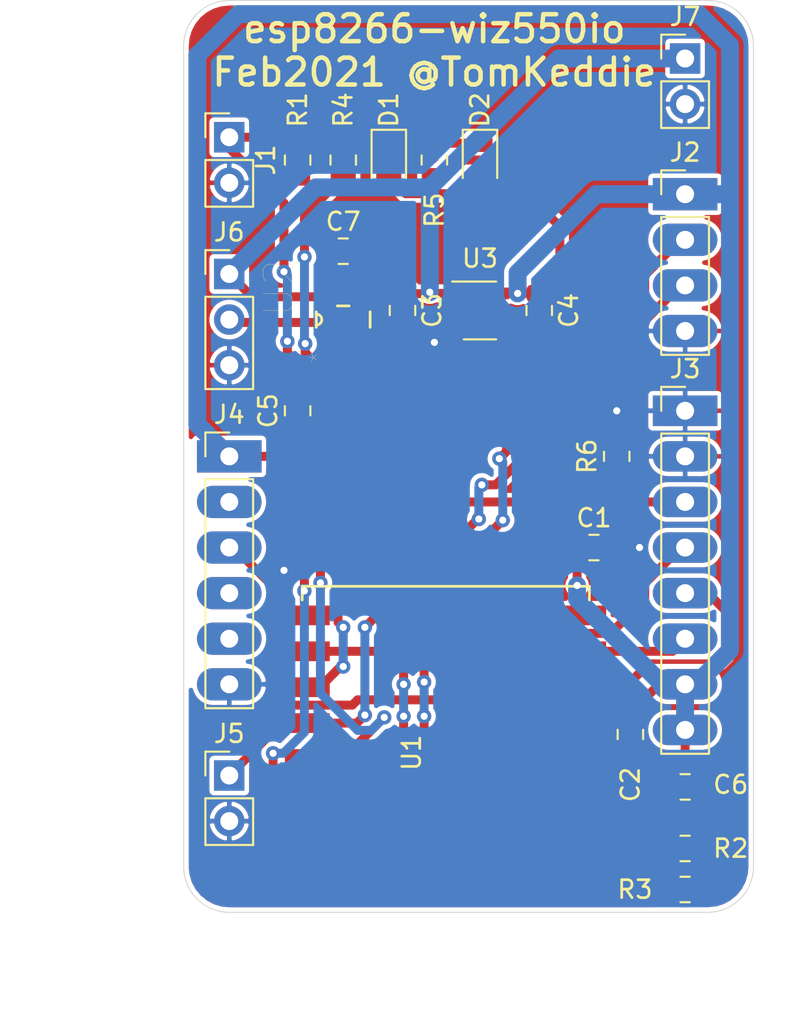
<source format=kicad_pcb>
(kicad_pcb (version 20171130) (host pcbnew 5.1.7-a382d34a8~88~ubuntu20.04.1)

  (general
    (thickness 1.6)
    (drawings 10)
    (tracks 218)
    (zones 0)
    (modules 25)
    (nets 26)
  )

  (page USLetter)
  (title_block
    (rev Feb2021)
  )

  (layers
    (0 F.Cu signal)
    (31 B.Cu signal)
    (32 B.Adhes user)
    (33 F.Adhes user)
    (34 B.Paste user)
    (35 F.Paste user)
    (36 B.SilkS user)
    (37 F.SilkS user)
    (38 B.Mask user)
    (39 F.Mask user)
    (40 Dwgs.User user)
    (41 Cmts.User user)
    (42 Eco1.User user)
    (43 Eco2.User user)
    (44 Edge.Cuts user)
    (45 Margin user)
    (46 B.CrtYd user)
    (47 F.CrtYd user)
    (48 B.Fab user hide)
    (49 F.Fab user hide)
  )

  (setup
    (last_trace_width 1)
    (user_trace_width 0.5)
    (user_trace_width 1)
    (user_trace_width 2)
    (trace_clearance 0.2)
    (zone_clearance 0.508)
    (zone_45_only no)
    (trace_min 0.2)
    (via_size 0.8)
    (via_drill 0.4)
    (via_min_size 0.4)
    (via_min_drill 0.3)
    (uvia_size 0.3)
    (uvia_drill 0.1)
    (uvias_allowed no)
    (uvia_min_size 0.2)
    (uvia_min_drill 0.1)
    (edge_width 0.05)
    (segment_width 0.2)
    (pcb_text_width 0.3)
    (pcb_text_size 1.5 1.5)
    (mod_edge_width 0.12)
    (mod_text_size 1 1)
    (mod_text_width 0.15)
    (pad_size 1.524 1.524)
    (pad_drill 0.762)
    (pad_to_mask_clearance 0)
    (aux_axis_origin 0 0)
    (visible_elements FFFFFF7F)
    (pcbplotparams
      (layerselection 0x010fc_ffffffff)
      (usegerberextensions false)
      (usegerberattributes true)
      (usegerberadvancedattributes true)
      (creategerberjobfile true)
      (excludeedgelayer true)
      (linewidth 0.100000)
      (plotframeref false)
      (viasonmask false)
      (mode 1)
      (useauxorigin false)
      (hpglpennumber 1)
      (hpglpenspeed 20)
      (hpglpendiameter 15.000000)
      (psnegative false)
      (psa4output false)
      (plotreference true)
      (plotvalue true)
      (plotinvisibletext false)
      (padsonsilk false)
      (subtractmaskfromsilk false)
      (outputformat 1)
      (mirror false)
      (drillshape 1)
      (scaleselection 1)
      (outputdirectory ""))
  )

  (net 0 "")
  (net 1 GND)
  (net 2 +3V3)
  (net 3 +5V)
  (net 4 "Net-(D1-Pad1)")
  (net 5 "Net-(D2-Pad1)")
  (net 6 /GPIO5)
  (net 7 /RXD)
  (net 8 /TXD)
  (net 9 /MOSI)
  (net 10 /MISO)
  (net 11 /SCK)
  (net 12 /WIZ_CS)
  (net 13 "Net-(J4-Pad5)")
  (net 14 "Net-(J4-Pad4)")
  (net 15 /WIZ_RESET)
  (net 16 "Net-(J4-Pad2)")
  (net 17 /GPIO0)
  (net 18 /CH_PD)
  (net 19 /REST)
  (net 20 /GPIO4)
  (net 21 /GPIO2)
  (net 22 "Net-(U1-Pad2)")
  (net 23 "Net-(U2-Pad1)")
  (net 24 "Net-(U3-Pad4)")
  (net 25 /LED_DATA_5V)

  (net_class Default "This is the default net class."
    (clearance 0.2)
    (trace_width 0.25)
    (via_dia 0.8)
    (via_drill 0.4)
    (uvia_dia 0.3)
    (uvia_drill 0.1)
    (add_net +3V3)
    (add_net +5V)
    (add_net /CH_PD)
    (add_net /GPIO0)
    (add_net /GPIO2)
    (add_net /GPIO4)
    (add_net /GPIO5)
    (add_net /LED_DATA_5V)
    (add_net /MISO)
    (add_net /MOSI)
    (add_net /REST)
    (add_net /RXD)
    (add_net /SCK)
    (add_net /TXD)
    (add_net /WIZ_CS)
    (add_net /WIZ_RESET)
    (add_net GND)
    (add_net "Net-(D1-Pad1)")
    (add_net "Net-(D2-Pad1)")
    (add_net "Net-(J4-Pad2)")
    (add_net "Net-(J4-Pad4)")
    (add_net "Net-(J4-Pad5)")
    (add_net "Net-(U1-Pad2)")
    (add_net "Net-(U2-Pad1)")
    (add_net "Net-(U3-Pad4)")
  )

  (module tom-connectors:PinHeader_1x02_P2.54mm_Vertical (layer F.Cu) (tedit 59FED5CC) (tstamp 6030959C)
    (at 76.2 28.635)
    (descr "Through hole straight pin header, 1x02, 2.54mm pitch, single row")
    (tags "Through hole pin header THT 1x02 2.54mm single row")
    (path /604194A6)
    (fp_text reference J7 (at 0 -2.33) (layer F.SilkS)
      (effects (font (size 1 1) (thickness 0.15)))
    )
    (fp_text value Conn_01x02 (at 0 4.87) (layer F.Fab)
      (effects (font (size 1 1) (thickness 0.15)))
    )
    (fp_text user %R (at 0 1.27 90) (layer F.Fab)
      (effects (font (size 1 1) (thickness 0.15)))
    )
    (fp_line (start 1.8 -1.8) (end -1.8 -1.8) (layer F.CrtYd) (width 0.05))
    (fp_line (start 1.8 4.35) (end 1.8 -1.8) (layer F.CrtYd) (width 0.05))
    (fp_line (start -1.8 4.35) (end 1.8 4.35) (layer F.CrtYd) (width 0.05))
    (fp_line (start -1.8 -1.8) (end -1.8 4.35) (layer F.CrtYd) (width 0.05))
    (fp_line (start -1.33 -1.33) (end 0 -1.33) (layer F.SilkS) (width 0.12))
    (fp_line (start -1.33 0) (end -1.33 -1.33) (layer F.SilkS) (width 0.12))
    (fp_line (start -1.33 1.27) (end 1.33 1.27) (layer F.SilkS) (width 0.12))
    (fp_line (start 1.33 1.27) (end 1.33 3.87) (layer F.SilkS) (width 0.12))
    (fp_line (start -1.33 1.27) (end -1.33 3.87) (layer F.SilkS) (width 0.12))
    (fp_line (start -1.33 3.87) (end 1.33 3.87) (layer F.SilkS) (width 0.12))
    (fp_line (start -1.27 -0.635) (end -0.635 -1.27) (layer F.Fab) (width 0.1))
    (fp_line (start -1.27 3.81) (end -1.27 -0.635) (layer F.Fab) (width 0.1))
    (fp_line (start 1.27 3.81) (end -1.27 3.81) (layer F.Fab) (width 0.1))
    (fp_line (start 1.27 -1.27) (end 1.27 3.81) (layer F.Fab) (width 0.1))
    (fp_line (start -0.635 -1.27) (end 1.27 -1.27) (layer F.Fab) (width 0.1))
    (pad 2 thru_hole oval (at 0 2.54) (size 1.7 1.7) (drill 1) (layers *.Cu *.Mask)
      (net 1 GND))
    (pad 1 thru_hole rect (at 0 0) (size 1.7 1.7) (drill 1) (layers *.Cu *.Mask)
      (net 3 +5V))
    (model ${KISYS3DMOD}/Connector_PinHeader_2.54mm.3dshapes/PinHeader_1x02_P2.54mm_Vertical.wrl
      (at (xyz 0 0 0))
      (scale (xyz 1 1 1))
      (rotate (xyz 0 0 0))
    )
  )

  (module tom-passives:C_0805_2012Metric (layer F.Cu) (tedit 5B36C52B) (tstamp 60307C7D)
    (at 57.15 39.37)
    (descr "Capacitor SMD 0805 (2012 Metric), square (rectangular) end terminal, IPC_7351 nominal, (Body size source: https://docs.google.com/spreadsheets/d/1BsfQQcO9C6DZCsRaXUlFlo91Tg2WpOkGARC1WS5S8t0/edit?usp=sharing), generated with kicad-footprint-generator")
    (tags capacitor)
    (path /60402D61)
    (attr smd)
    (fp_text reference C7 (at 0 -1.65) (layer F.SilkS)
      (effects (font (size 1 1) (thickness 0.15)))
    )
    (fp_text value 100nF/10V (at 0 1.65) (layer F.Fab)
      (effects (font (size 1 1) (thickness 0.15)))
    )
    (fp_text user %R (at 0 0) (layer F.Fab)
      (effects (font (size 0.5 0.5) (thickness 0.08)))
    )
    (fp_line (start -1 0.6) (end -1 -0.6) (layer F.Fab) (width 0.1))
    (fp_line (start -1 -0.6) (end 1 -0.6) (layer F.Fab) (width 0.1))
    (fp_line (start 1 -0.6) (end 1 0.6) (layer F.Fab) (width 0.1))
    (fp_line (start 1 0.6) (end -1 0.6) (layer F.Fab) (width 0.1))
    (fp_line (start -0.258578 -0.71) (end 0.258578 -0.71) (layer F.SilkS) (width 0.12))
    (fp_line (start -0.258578 0.71) (end 0.258578 0.71) (layer F.SilkS) (width 0.12))
    (fp_line (start -1.68 0.95) (end -1.68 -0.95) (layer F.CrtYd) (width 0.05))
    (fp_line (start -1.68 -0.95) (end 1.68 -0.95) (layer F.CrtYd) (width 0.05))
    (fp_line (start 1.68 -0.95) (end 1.68 0.95) (layer F.CrtYd) (width 0.05))
    (fp_line (start 1.68 0.95) (end -1.68 0.95) (layer F.CrtYd) (width 0.05))
    (pad 2 smd roundrect (at 0.9375 0) (size 0.975 1.4) (layers F.Cu F.Paste F.Mask) (roundrect_rratio 0.25)
      (net 1 GND))
    (pad 1 smd roundrect (at -0.9375 0) (size 0.975 1.4) (layers F.Cu F.Paste F.Mask) (roundrect_rratio 0.25)
      (net 3 +5V))
    (model ${KISYS3DMOD}/Capacitor_SMD.3dshapes/C_0805_2012Metric.wrl
      (at (xyz 0 0 0))
      (scale (xyz 1 1 1))
      (rotate (xyz 0 0 0))
    )
  )

  (module tom-passives:C_0805_2012Metric (layer F.Cu) (tedit 5B36C52B) (tstamp 60305B7F)
    (at 68.072 42.672 270)
    (descr "Capacitor SMD 0805 (2012 Metric), square (rectangular) end terminal, IPC_7351 nominal, (Body size source: https://docs.google.com/spreadsheets/d/1BsfQQcO9C6DZCsRaXUlFlo91Tg2WpOkGARC1WS5S8t0/edit?usp=sharing), generated with kicad-footprint-generator")
    (tags capacitor)
    (path /5F677E4D)
    (attr smd)
    (fp_text reference C4 (at 0 -1.65 90) (layer F.SilkS)
      (effects (font (size 1 1) (thickness 0.15)))
    )
    (fp_text value 10uF (at 0 1.65 90) (layer F.Fab)
      (effects (font (size 1 1) (thickness 0.15)))
    )
    (fp_text user %R (at 0 0 90) (layer F.Fab)
      (effects (font (size 0.5 0.5) (thickness 0.08)))
    )
    (fp_line (start -1 0.6) (end -1 -0.6) (layer F.Fab) (width 0.1))
    (fp_line (start -1 -0.6) (end 1 -0.6) (layer F.Fab) (width 0.1))
    (fp_line (start 1 -0.6) (end 1 0.6) (layer F.Fab) (width 0.1))
    (fp_line (start 1 0.6) (end -1 0.6) (layer F.Fab) (width 0.1))
    (fp_line (start -0.258578 -0.71) (end 0.258578 -0.71) (layer F.SilkS) (width 0.12))
    (fp_line (start -0.258578 0.71) (end 0.258578 0.71) (layer F.SilkS) (width 0.12))
    (fp_line (start -1.68 0.95) (end -1.68 -0.95) (layer F.CrtYd) (width 0.05))
    (fp_line (start -1.68 -0.95) (end 1.68 -0.95) (layer F.CrtYd) (width 0.05))
    (fp_line (start 1.68 -0.95) (end 1.68 0.95) (layer F.CrtYd) (width 0.05))
    (fp_line (start 1.68 0.95) (end -1.68 0.95) (layer F.CrtYd) (width 0.05))
    (pad 2 smd roundrect (at 0.9375 0 270) (size 0.975 1.4) (layers F.Cu F.Paste F.Mask) (roundrect_rratio 0.25)
      (net 1 GND))
    (pad 1 smd roundrect (at -0.9375 0 270) (size 0.975 1.4) (layers F.Cu F.Paste F.Mask) (roundrect_rratio 0.25)
      (net 2 +3V3))
    (model ${KISYS3DMOD}/Capacitor_SMD.3dshapes/C_0805_2012Metric.wrl
      (at (xyz 0 0 0))
      (scale (xyz 1 1 1))
      (rotate (xyz 0 0 0))
    )
  )

  (module tom-passives:C_0805_2012Metric (layer F.Cu) (tedit 5B36C52B) (tstamp 6030362F)
    (at 60.452 42.672 270)
    (descr "Capacitor SMD 0805 (2012 Metric), square (rectangular) end terminal, IPC_7351 nominal, (Body size source: https://docs.google.com/spreadsheets/d/1BsfQQcO9C6DZCsRaXUlFlo91Tg2WpOkGARC1WS5S8t0/edit?usp=sharing), generated with kicad-footprint-generator")
    (tags capacitor)
    (path /5F712CEB)
    (attr smd)
    (fp_text reference C3 (at 0 -1.65 90) (layer F.SilkS)
      (effects (font (size 1 1) (thickness 0.15)))
    )
    (fp_text value 10uF (at 0 1.65 90) (layer F.Fab)
      (effects (font (size 1 1) (thickness 0.15)))
    )
    (fp_text user %R (at 0 0 90) (layer F.Fab)
      (effects (font (size 0.5 0.5) (thickness 0.08)))
    )
    (fp_line (start -1 0.6) (end -1 -0.6) (layer F.Fab) (width 0.1))
    (fp_line (start -1 -0.6) (end 1 -0.6) (layer F.Fab) (width 0.1))
    (fp_line (start 1 -0.6) (end 1 0.6) (layer F.Fab) (width 0.1))
    (fp_line (start 1 0.6) (end -1 0.6) (layer F.Fab) (width 0.1))
    (fp_line (start -0.258578 -0.71) (end 0.258578 -0.71) (layer F.SilkS) (width 0.12))
    (fp_line (start -0.258578 0.71) (end 0.258578 0.71) (layer F.SilkS) (width 0.12))
    (fp_line (start -1.68 0.95) (end -1.68 -0.95) (layer F.CrtYd) (width 0.05))
    (fp_line (start -1.68 -0.95) (end 1.68 -0.95) (layer F.CrtYd) (width 0.05))
    (fp_line (start 1.68 -0.95) (end 1.68 0.95) (layer F.CrtYd) (width 0.05))
    (fp_line (start 1.68 0.95) (end -1.68 0.95) (layer F.CrtYd) (width 0.05))
    (pad 2 smd roundrect (at 0.9375 0 270) (size 0.975 1.4) (layers F.Cu F.Paste F.Mask) (roundrect_rratio 0.25)
      (net 1 GND))
    (pad 1 smd roundrect (at -0.9375 0 270) (size 0.975 1.4) (layers F.Cu F.Paste F.Mask) (roundrect_rratio 0.25)
      (net 3 +5V))
    (model ${KISYS3DMOD}/Capacitor_SMD.3dshapes/C_0805_2012Metric.wrl
      (at (xyz 0 0 0))
      (scale (xyz 1 1 1))
      (rotate (xyz 0 0 0))
    )
  )

  (module tom-passives:C_0805_2012Metric (layer F.Cu) (tedit 5B36C52B) (tstamp 60305719)
    (at 76.2 69.215 180)
    (descr "Capacitor SMD 0805 (2012 Metric), square (rectangular) end terminal, IPC_7351 nominal, (Body size source: https://docs.google.com/spreadsheets/d/1BsfQQcO9C6DZCsRaXUlFlo91Tg2WpOkGARC1WS5S8t0/edit?usp=sharing), generated with kicad-footprint-generator")
    (tags capacitor)
    (path /603F9251)
    (attr smd)
    (fp_text reference C6 (at -2.54 0.127 180) (layer F.SilkS)
      (effects (font (size 1 1) (thickness 0.15)))
    )
    (fp_text value 10uF/10V (at 0 1.65) (layer F.Fab)
      (effects (font (size 1 1) (thickness 0.15)))
    )
    (fp_text user %R (at 0 0) (layer F.Fab)
      (effects (font (size 0.5 0.5) (thickness 0.08)))
    )
    (fp_line (start -1 0.6) (end -1 -0.6) (layer F.Fab) (width 0.1))
    (fp_line (start -1 -0.6) (end 1 -0.6) (layer F.Fab) (width 0.1))
    (fp_line (start 1 -0.6) (end 1 0.6) (layer F.Fab) (width 0.1))
    (fp_line (start 1 0.6) (end -1 0.6) (layer F.Fab) (width 0.1))
    (fp_line (start -0.258578 -0.71) (end 0.258578 -0.71) (layer F.SilkS) (width 0.12))
    (fp_line (start -0.258578 0.71) (end 0.258578 0.71) (layer F.SilkS) (width 0.12))
    (fp_line (start -1.68 0.95) (end -1.68 -0.95) (layer F.CrtYd) (width 0.05))
    (fp_line (start -1.68 -0.95) (end 1.68 -0.95) (layer F.CrtYd) (width 0.05))
    (fp_line (start 1.68 -0.95) (end 1.68 0.95) (layer F.CrtYd) (width 0.05))
    (fp_line (start 1.68 0.95) (end -1.68 0.95) (layer F.CrtYd) (width 0.05))
    (pad 2 smd roundrect (at 0.9375 0 180) (size 0.975 1.4) (layers F.Cu F.Paste F.Mask) (roundrect_rratio 0.25)
      (net 1 GND))
    (pad 1 smd roundrect (at -0.9375 0 180) (size 0.975 1.4) (layers F.Cu F.Paste F.Mask) (roundrect_rratio 0.25)
      (net 2 +3V3))
    (model ${KISYS3DMOD}/Capacitor_SMD.3dshapes/C_0805_2012Metric.wrl
      (at (xyz 0 0 0))
      (scale (xyz 1 1 1))
      (rotate (xyz 0 0 0))
    )
  )

  (module tom-passives:C_0805_2012Metric (layer F.Cu) (tedit 5B36C52B) (tstamp 60305708)
    (at 54.61 48.26 90)
    (descr "Capacitor SMD 0805 (2012 Metric), square (rectangular) end terminal, IPC_7351 nominal, (Body size source: https://docs.google.com/spreadsheets/d/1BsfQQcO9C6DZCsRaXUlFlo91Tg2WpOkGARC1WS5S8t0/edit?usp=sharing), generated with kicad-footprint-generator")
    (tags capacitor)
    (path /603F622D)
    (attr smd)
    (fp_text reference C5 (at 0 -1.65 90) (layer F.SilkS)
      (effects (font (size 1 1) (thickness 0.15)))
    )
    (fp_text value 10uF/10V (at 0 1.65 90) (layer F.Fab)
      (effects (font (size 1 1) (thickness 0.15)))
    )
    (fp_text user %R (at 0 0 90) (layer F.Fab)
      (effects (font (size 0.5 0.5) (thickness 0.08)))
    )
    (fp_line (start -1 0.6) (end -1 -0.6) (layer F.Fab) (width 0.1))
    (fp_line (start -1 -0.6) (end 1 -0.6) (layer F.Fab) (width 0.1))
    (fp_line (start 1 -0.6) (end 1 0.6) (layer F.Fab) (width 0.1))
    (fp_line (start 1 0.6) (end -1 0.6) (layer F.Fab) (width 0.1))
    (fp_line (start -0.258578 -0.71) (end 0.258578 -0.71) (layer F.SilkS) (width 0.12))
    (fp_line (start -0.258578 0.71) (end 0.258578 0.71) (layer F.SilkS) (width 0.12))
    (fp_line (start -1.68 0.95) (end -1.68 -0.95) (layer F.CrtYd) (width 0.05))
    (fp_line (start -1.68 -0.95) (end 1.68 -0.95) (layer F.CrtYd) (width 0.05))
    (fp_line (start 1.68 -0.95) (end 1.68 0.95) (layer F.CrtYd) (width 0.05))
    (fp_line (start 1.68 0.95) (end -1.68 0.95) (layer F.CrtYd) (width 0.05))
    (pad 2 smd roundrect (at 0.9375 0 90) (size 0.975 1.4) (layers F.Cu F.Paste F.Mask) (roundrect_rratio 0.25)
      (net 1 GND))
    (pad 1 smd roundrect (at -0.9375 0 90) (size 0.975 1.4) (layers F.Cu F.Paste F.Mask) (roundrect_rratio 0.25)
      (net 2 +3V3))
    (model ${KISYS3DMOD}/Capacitor_SMD.3dshapes/C_0805_2012Metric.wrl
      (at (xyz 0 0 0))
      (scale (xyz 1 1 1))
      (rotate (xyz 0 0 0))
    )
  )

  (module tom-semiconductors:SOT-23-5 (layer F.Cu) (tedit 5A02FF57) (tstamp 603037DD)
    (at 64.77 42.672)
    (descr "5-pin SOT23 package")
    (tags SOT-23-5)
    (path /5F708612)
    (attr smd)
    (fp_text reference U3 (at 0 -2.9) (layer F.SilkS)
      (effects (font (size 1 1) (thickness 0.15)))
    )
    (fp_text value AP2112K-3.3 (at 0 2.9) (layer F.Fab)
      (effects (font (size 1 1) (thickness 0.15)))
    )
    (fp_text user %R (at 0 0 90) (layer F.Fab)
      (effects (font (size 0.5 0.5) (thickness 0.075)))
    )
    (fp_line (start -0.9 1.61) (end 0.9 1.61) (layer F.SilkS) (width 0.12))
    (fp_line (start 0.9 -1.61) (end -1.55 -1.61) (layer F.SilkS) (width 0.12))
    (fp_line (start -1.9 -1.8) (end 1.9 -1.8) (layer F.CrtYd) (width 0.05))
    (fp_line (start 1.9 -1.8) (end 1.9 1.8) (layer F.CrtYd) (width 0.05))
    (fp_line (start 1.9 1.8) (end -1.9 1.8) (layer F.CrtYd) (width 0.05))
    (fp_line (start -1.9 1.8) (end -1.9 -1.8) (layer F.CrtYd) (width 0.05))
    (fp_line (start -0.9 -0.9) (end -0.25 -1.55) (layer F.Fab) (width 0.1))
    (fp_line (start 0.9 -1.55) (end -0.25 -1.55) (layer F.Fab) (width 0.1))
    (fp_line (start -0.9 -0.9) (end -0.9 1.55) (layer F.Fab) (width 0.1))
    (fp_line (start 0.9 1.55) (end -0.9 1.55) (layer F.Fab) (width 0.1))
    (fp_line (start 0.9 -1.55) (end 0.9 1.55) (layer F.Fab) (width 0.1))
    (pad 5 smd rect (at 1.1 -0.95) (size 1.06 0.65) (layers F.Cu F.Paste F.Mask)
      (net 2 +3V3))
    (pad 4 smd rect (at 1.1 0.95) (size 1.06 0.65) (layers F.Cu F.Paste F.Mask)
      (net 24 "Net-(U3-Pad4)"))
    (pad 3 smd rect (at -1.1 0.95) (size 1.06 0.65) (layers F.Cu F.Paste F.Mask)
      (net 3 +5V))
    (pad 2 smd rect (at -1.1 0) (size 1.06 0.65) (layers F.Cu F.Paste F.Mask)
      (net 1 GND))
    (pad 1 smd rect (at -1.1 -0.95) (size 1.06 0.65) (layers F.Cu F.Paste F.Mask)
      (net 3 +5V))
    (model ${KISYS3DMOD}/Package_TO_SOT_SMD.3dshapes/SOT-23-5.wrl
      (at (xyz 0 0 0))
      (scale (xyz 1 1 1))
      (rotate (xyz 0 0 0))
    )
  )

  (module tom-semiconductors:SOT95P275X110-5N (layer F.Cu) (tedit 60302C83) (tstamp 603037C8)
    (at 57.15 43.18 90)
    (path /6039728F)
    (fp_text reference U2 (at 1.755725 -3.587775 90) (layer F.SilkS)
      (effects (font (size 1.642921 1.642921) (thickness 0.015)))
    )
    (fp_text value M74VHC1GT50DTT1G (at 13.21878 3.40638 90) (layer F.Fab)
      (effects (font (size 1.641339 1.641339) (thickness 0.015)))
    )
    (fp_text user * (at -2.10885 -1.37202 90) (layer F.Fab)
      (effects (font (size 1.000307 1.000307) (thickness 0.015)))
    )
    (fp_arc (start 0 -1.4986) (end -0.3048 -1.4986) (angle -180) (layer F.Fab) (width 0.1))
    (fp_text user * (at -2.11174 -1.37391 90) (layer F.SilkS)
      (effects (font (size 1.001677 1.001677) (thickness 0.015)))
    )
    (fp_arc (start 0 -1.4986) (end -0.3048 -1.4986) (angle -180) (layer F.SilkS) (width 0.1524))
    (fp_line (start -0.4318 1.4986) (end 0.4318 1.4986) (layer F.SilkS) (width 0.1524))
    (fp_line (start 0.762 0.3302) (end 0.762 -0.3302) (layer F.SilkS) (width 0.1524))
    (fp_line (start 0.4318 -1.4986) (end 0.3048 -1.4986) (layer F.SilkS) (width 0.1524))
    (fp_line (start 0.3048 -1.4986) (end -0.3048 -1.4986) (layer F.SilkS) (width 0.1524))
    (fp_line (start -0.3048 -1.4986) (end -0.4318 -1.4986) (layer F.SilkS) (width 0.1524))
    (fp_line (start -0.762 1.4986) (end 0.762 1.4986) (layer F.Fab) (width 0.1))
    (fp_line (start 0.762 1.4986) (end 0.762 1.1938) (layer F.Fab) (width 0.1))
    (fp_line (start 0.762 1.1938) (end 0.762 0.7112) (layer F.Fab) (width 0.1))
    (fp_line (start 0.762 0.7112) (end 0.762 -0.7112) (layer F.Fab) (width 0.1))
    (fp_line (start 0.762 -1.4986) (end 0.3048 -1.4986) (layer F.Fab) (width 0.1))
    (fp_line (start 0.3048 -1.4986) (end -0.3048 -1.4986) (layer F.Fab) (width 0.1))
    (fp_line (start -0.3048 -1.4986) (end -0.762 -1.4986) (layer F.Fab) (width 0.1))
    (fp_line (start -0.762 -1.4986) (end -0.762 -1.1938) (layer F.Fab) (width 0.1))
    (fp_line (start -0.762 -1.1938) (end -0.762 -0.7112) (layer F.Fab) (width 0.1))
    (fp_line (start -0.762 -0.7112) (end -0.762 -0.254) (layer F.Fab) (width 0.1))
    (fp_line (start -0.762 -0.254) (end -0.762 0.254) (layer F.Fab) (width 0.1))
    (fp_line (start -0.762 0.254) (end -0.762 0.7112) (layer F.Fab) (width 0.1))
    (fp_line (start -0.762 -1.1938) (end -1.4986 -1.1938) (layer F.Fab) (width 0.1))
    (fp_line (start -1.4986 -1.1938) (end -1.4986 -0.7112) (layer F.Fab) (width 0.1))
    (fp_line (start -1.4986 -0.7112) (end -0.762 -0.7112) (layer F.Fab) (width 0.1))
    (fp_line (start -0.762 -0.254) (end -1.4986 -0.254) (layer F.Fab) (width 0.1))
    (fp_line (start -1.4986 -0.254) (end -1.4986 0.254) (layer F.Fab) (width 0.1))
    (fp_line (start -1.4986 0.254) (end -0.762 0.254) (layer F.Fab) (width 0.1))
    (fp_line (start -0.762 1.4986) (end -0.762 1.1938) (layer F.Fab) (width 0.1))
    (fp_line (start -0.762 1.1938) (end -0.762 0.7112) (layer F.Fab) (width 0.1))
    (fp_line (start -0.762 0.7112) (end -1.4986 0.7112) (layer F.Fab) (width 0.1))
    (fp_line (start -1.4986 0.7112) (end -1.4986 1.1938) (layer F.Fab) (width 0.1))
    (fp_line (start -1.4986 1.1938) (end -0.762 1.1938) (layer F.Fab) (width 0.1))
    (fp_line (start 0.762 1.1938) (end 1.4986 1.1938) (layer F.Fab) (width 0.1))
    (fp_line (start 1.4986 1.1938) (end 1.4986 0.7112) (layer F.Fab) (width 0.1))
    (fp_line (start 1.4986 0.7112) (end 0.762 0.7112) (layer F.Fab) (width 0.1))
    (fp_line (start 0.762 -1.4986) (end 0.762 -1.1938) (layer F.Fab) (width 0.1))
    (fp_line (start 0.762 -1.1938) (end 0.762 -0.7112) (layer F.Fab) (width 0.1))
    (fp_line (start 0.762 -0.7112) (end 1.4986 -0.7112) (layer F.Fab) (width 0.1))
    (fp_line (start 1.4986 -0.7112) (end 1.4986 -1.1938) (layer F.Fab) (width 0.1))
    (fp_line (start 1.4986 -1.1938) (end 0.762 -1.1938) (layer F.Fab) (width 0.1))
    (pad 5 smd rect (at 1.27 -0.9398 90) (size 1.3208 0.5588) (layers F.Cu F.Paste F.Mask)
      (net 3 +5V))
    (pad 4 smd rect (at 1.27 0.9398 90) (size 1.3208 0.5588) (layers F.Cu F.Paste F.Mask)
      (net 25 /LED_DATA_5V))
    (pad 3 smd rect (at -1.27 0.9398 90) (size 1.3208 0.5588) (layers F.Cu F.Paste F.Mask)
      (net 1 GND))
    (pad 2 smd rect (at -1.27 0 90) (size 1.3208 0.5588) (layers F.Cu F.Paste F.Mask)
      (net 21 /GPIO2))
    (pad 1 smd rect (at -1.27 -0.9398 90) (size 1.3208 0.5588) (layers F.Cu F.Paste F.Mask)
      (net 23 "Net-(U2-Pad1)"))
  )

  (module tom-modules:ESP-12E_SMD (layer F.Cu) (tedit 58FB7FFE) (tstamp 60303797)
    (at 69.85 73.66 180)
    (descr "Module, ESP-8266, ESP-12, 16 pad, SMD")
    (tags "Module ESP-8266 ESP8266")
    (path /5F66A2C9)
    (fp_text reference U1 (at 8.89 6.35 90) (layer F.SilkS)
      (effects (font (size 1 1) (thickness 0.15)))
    )
    (fp_text value ESP-12 (at 5.08 6.35 90) (layer F.Fab) hide
      (effects (font (size 1 1) (thickness 0.15)))
    )
    (fp_text user "No Copper" (at 6.892 -5.4) (layer F.CrtYd)
      (effects (font (size 1 1) (thickness 0.15)))
    )
    (fp_line (start -1.008 -8.4) (end 14.992 -8.4) (layer F.Fab) (width 0.05))
    (fp_line (start -1.008 15.6) (end -1.008 -8.4) (layer F.Fab) (width 0.05))
    (fp_line (start 14.992 15.6) (end -1.008 15.6) (layer F.Fab) (width 0.05))
    (fp_line (start 15 -8.4) (end 15 15.6) (layer F.Fab) (width 0.05))
    (fp_line (start -1.008 -2.6) (end 14.992 -2.6) (layer F.CrtYd) (width 0.1524))
    (fp_line (start -1.008 -8.4) (end 14.992 -2.6) (layer F.CrtYd) (width 0.1524))
    (fp_line (start 14.992 -8.4) (end -1.008 -2.6) (layer F.CrtYd) (width 0.1524))
    (fp_line (start 14.986 15.621) (end 14.986 14.859) (layer F.SilkS) (width 0.1524))
    (fp_line (start -1.016 15.621) (end 14.986 15.621) (layer F.SilkS) (width 0.1524))
    (fp_line (start -1.016 14.859) (end -1.016 15.621) (layer F.SilkS) (width 0.1524))
    (fp_line (start -1.016 -8.382) (end -1.016 -1.016) (layer F.CrtYd) (width 0.1524))
    (fp_line (start 14.986 -8.382) (end 14.986 -0.889) (layer F.CrtYd) (width 0.1524))
    (fp_line (start -1.016 -8.382) (end 14.986 -8.382) (layer F.CrtYd) (width 0.1524))
    (fp_line (start -2.25 16) (end -2.25 -0.5) (layer F.CrtYd) (width 0.05))
    (fp_line (start 16.25 16) (end -2.25 16) (layer F.CrtYd) (width 0.05))
    (fp_line (start 16.25 -8.75) (end 16.25 16) (layer F.CrtYd) (width 0.05))
    (fp_line (start 15.25 -8.75) (end 16.25 -8.75) (layer F.CrtYd) (width 0.05))
    (fp_line (start -2.25 -8.75) (end 15.25 -8.75) (layer F.CrtYd) (width 0.05))
    (fp_line (start -2.25 -0.5) (end -2.25 -8.75) (layer F.CrtYd) (width 0.05))
    (pad 22 smd rect (at 11.99 15 270) (size 2.5 1.1) (drill (offset -0.7 0)) (layers F.Cu F.Paste F.Mask))
    (pad 21 smd rect (at 9.99 15 270) (size 2.5 1.1) (drill (offset -0.7 0)) (layers F.Cu F.Paste F.Mask))
    (pad 20 smd rect (at 7.99 15 270) (size 2.5 1.1) (drill (offset -0.7 0)) (layers F.Cu F.Paste F.Mask))
    (pad 19 smd rect (at 5.99 15 270) (size 2.5 1.1) (drill (offset -0.7 0)) (layers F.Cu F.Paste F.Mask))
    (pad 18 smd rect (at 3.99 15 270) (size 2.5 1.1) (drill (offset -0.7 0)) (layers F.Cu F.Paste F.Mask))
    (pad 17 smd rect (at 1.99 15 270) (size 2.5 1.1) (drill (offset -0.7 0)) (layers F.Cu F.Paste F.Mask))
    (pad 16 smd rect (at 14 0 180) (size 2.5 1.1) (drill (offset 0.7 0)) (layers F.Cu F.Paste F.Mask)
      (net 8 /TXD))
    (pad 15 smd rect (at 14 2 180) (size 2.5 1.1) (drill (offset 0.7 0)) (layers F.Cu F.Paste F.Mask)
      (net 7 /RXD))
    (pad 14 smd rect (at 14 4 180) (size 2.5 1.1) (drill (offset 0.7 0)) (layers F.Cu F.Paste F.Mask)
      (net 6 /GPIO5))
    (pad 13 smd rect (at 14 6 180) (size 2.5 1.1) (drill (offset 0.7 0)) (layers F.Cu F.Paste F.Mask)
      (net 20 /GPIO4))
    (pad 12 smd rect (at 14 8 180) (size 2.5 1.1) (drill (offset 0.7 0)) (layers F.Cu F.Paste F.Mask)
      (net 17 /GPIO0))
    (pad 11 smd rect (at 14 10 180) (size 2.5 1.1) (drill (offset 0.7 0)) (layers F.Cu F.Paste F.Mask)
      (net 21 /GPIO2))
    (pad 10 smd rect (at 14 12 180) (size 2.5 1.1) (drill (offset 0.7 0)) (layers F.Cu F.Paste F.Mask)
      (net 12 /WIZ_CS))
    (pad 9 smd rect (at 14 14 180) (size 2.5 1.1) (drill (offset 0.7 0)) (layers F.Cu F.Paste F.Mask)
      (net 1 GND))
    (pad 8 smd rect (at 0 14 180) (size 2.5 1.1) (drill (offset -0.7 0)) (layers F.Cu F.Paste F.Mask)
      (net 2 +3V3))
    (pad 7 smd rect (at 0 12 180) (size 2.5 1.1) (drill (offset -0.7 0)) (layers F.Cu F.Paste F.Mask)
      (net 9 /MOSI))
    (pad 6 smd rect (at 0 10 180) (size 2.5 1.1) (drill (offset -0.7 0)) (layers F.Cu F.Paste F.Mask)
      (net 10 /MISO))
    (pad 5 smd rect (at 0 8 180) (size 2.5 1.1) (drill (offset -0.7 0)) (layers F.Cu F.Paste F.Mask)
      (net 11 /SCK))
    (pad 4 smd rect (at 0 6 180) (size 2.5 1.1) (drill (offset -0.7 0)) (layers F.Cu F.Paste F.Mask)
      (net 15 /WIZ_RESET))
    (pad 3 smd rect (at 0 4 180) (size 2.5 1.1) (drill (offset -0.7 0)) (layers F.Cu F.Paste F.Mask)
      (net 18 /CH_PD))
    (pad 2 smd rect (at 0 2 180) (size 2.5 1.1) (drill (offset -0.7 0)) (layers F.Cu F.Paste F.Mask)
      (net 22 "Net-(U1-Pad2)"))
    (pad 1 smd rect (at 0 0 180) (size 2.5 1.1) (drill (offset -0.7 0)) (layers F.Cu F.Paste F.Mask)
      (net 19 /REST))
    (model ${ESPLIB}/ESP8266.3dshapes/ESP-12.wrl
      (at (xyz 0 0 0))
      (scale (xyz 0.3937 0.3937 0.3937))
      (rotate (xyz 0 0 0))
    )
  )

  (module tom-passives:C_0805_2012Metric (layer F.Cu) (tedit 5B36C52B) (tstamp 60303769)
    (at 72.39 50.8 90)
    (descr "Capacitor SMD 0805 (2012 Metric), square (rectangular) end terminal, IPC_7351 nominal, (Body size source: https://docs.google.com/spreadsheets/d/1BsfQQcO9C6DZCsRaXUlFlo91Tg2WpOkGARC1WS5S8t0/edit?usp=sharing), generated with kicad-footprint-generator")
    (tags capacitor)
    (path /5F679F06)
    (attr smd)
    (fp_text reference R6 (at 0 -1.65 90) (layer F.SilkS)
      (effects (font (size 1 1) (thickness 0.15)))
    )
    (fp_text value 10K (at 0 1.65 90) (layer F.Fab)
      (effects (font (size 1 1) (thickness 0.15)))
    )
    (fp_text user %R (at 0 0 90) (layer F.Fab)
      (effects (font (size 0.5 0.5) (thickness 0.08)))
    )
    (fp_line (start -1 0.6) (end -1 -0.6) (layer F.Fab) (width 0.1))
    (fp_line (start -1 -0.6) (end 1 -0.6) (layer F.Fab) (width 0.1))
    (fp_line (start 1 -0.6) (end 1 0.6) (layer F.Fab) (width 0.1))
    (fp_line (start 1 0.6) (end -1 0.6) (layer F.Fab) (width 0.1))
    (fp_line (start -0.258578 -0.71) (end 0.258578 -0.71) (layer F.SilkS) (width 0.12))
    (fp_line (start -0.258578 0.71) (end 0.258578 0.71) (layer F.SilkS) (width 0.12))
    (fp_line (start -1.68 0.95) (end -1.68 -0.95) (layer F.CrtYd) (width 0.05))
    (fp_line (start -1.68 -0.95) (end 1.68 -0.95) (layer F.CrtYd) (width 0.05))
    (fp_line (start 1.68 -0.95) (end 1.68 0.95) (layer F.CrtYd) (width 0.05))
    (fp_line (start 1.68 0.95) (end -1.68 0.95) (layer F.CrtYd) (width 0.05))
    (pad 2 smd roundrect (at 0.9375 0 90) (size 0.975 1.4) (layers F.Cu F.Paste F.Mask) (roundrect_rratio 0.25)
      (net 1 GND))
    (pad 1 smd roundrect (at -0.9375 0 90) (size 0.975 1.4) (layers F.Cu F.Paste F.Mask) (roundrect_rratio 0.25)
      (net 12 /WIZ_CS))
    (model ${KISYS3DMOD}/Capacitor_SMD.3dshapes/C_0805_2012Metric.wrl
      (at (xyz 0 0 0))
      (scale (xyz 1 1 1))
      (rotate (xyz 0 0 0))
    )
  )

  (module tom-passives:C_0805_2012Metric (layer F.Cu) (tedit 5B36C52B) (tstamp 60303758)
    (at 62.23 34.29 270)
    (descr "Capacitor SMD 0805 (2012 Metric), square (rectangular) end terminal, IPC_7351 nominal, (Body size source: https://docs.google.com/spreadsheets/d/1BsfQQcO9C6DZCsRaXUlFlo91Tg2WpOkGARC1WS5S8t0/edit?usp=sharing), generated with kicad-footprint-generator")
    (tags capacitor)
    (path /5F66DB6E)
    (attr smd)
    (fp_text reference R5 (at 2.794 0 90) (layer F.SilkS)
      (effects (font (size 1 1) (thickness 0.15)))
    )
    (fp_text value 1K (at 0 1.65 90) (layer F.Fab)
      (effects (font (size 1 1) (thickness 0.15)))
    )
    (fp_text user %R (at 0 0 90) (layer F.Fab)
      (effects (font (size 0.5 0.5) (thickness 0.08)))
    )
    (fp_line (start -1 0.6) (end -1 -0.6) (layer F.Fab) (width 0.1))
    (fp_line (start -1 -0.6) (end 1 -0.6) (layer F.Fab) (width 0.1))
    (fp_line (start 1 -0.6) (end 1 0.6) (layer F.Fab) (width 0.1))
    (fp_line (start 1 0.6) (end -1 0.6) (layer F.Fab) (width 0.1))
    (fp_line (start -0.258578 -0.71) (end 0.258578 -0.71) (layer F.SilkS) (width 0.12))
    (fp_line (start -0.258578 0.71) (end 0.258578 0.71) (layer F.SilkS) (width 0.12))
    (fp_line (start -1.68 0.95) (end -1.68 -0.95) (layer F.CrtYd) (width 0.05))
    (fp_line (start -1.68 -0.95) (end 1.68 -0.95) (layer F.CrtYd) (width 0.05))
    (fp_line (start 1.68 -0.95) (end 1.68 0.95) (layer F.CrtYd) (width 0.05))
    (fp_line (start 1.68 0.95) (end -1.68 0.95) (layer F.CrtYd) (width 0.05))
    (pad 2 smd roundrect (at 0.9375 0 270) (size 0.975 1.4) (layers F.Cu F.Paste F.Mask) (roundrect_rratio 0.25)
      (net 17 /GPIO0))
    (pad 1 smd roundrect (at -0.9375 0 270) (size 0.975 1.4) (layers F.Cu F.Paste F.Mask) (roundrect_rratio 0.25)
      (net 5 "Net-(D2-Pad1)"))
    (model ${KISYS3DMOD}/Capacitor_SMD.3dshapes/C_0805_2012Metric.wrl
      (at (xyz 0 0 0))
      (scale (xyz 1 1 1))
      (rotate (xyz 0 0 0))
    )
  )

  (module tom-passives:C_0805_2012Metric (layer F.Cu) (tedit 5B36C52B) (tstamp 60303747)
    (at 57.15 34.29 270)
    (descr "Capacitor SMD 0805 (2012 Metric), square (rectangular) end terminal, IPC_7351 nominal, (Body size source: https://docs.google.com/spreadsheets/d/1BsfQQcO9C6DZCsRaXUlFlo91Tg2WpOkGARC1WS5S8t0/edit?usp=sharing), generated with kicad-footprint-generator")
    (tags capacitor)
    (path /5F737BF0)
    (attr smd)
    (fp_text reference R4 (at -2.794 0 90) (layer F.SilkS)
      (effects (font (size 1 1) (thickness 0.15)))
    )
    (fp_text value 1K (at 0 1.65 90) (layer F.Fab)
      (effects (font (size 1 1) (thickness 0.15)))
    )
    (fp_text user %R (at 0 0 90) (layer F.Fab)
      (effects (font (size 0.5 0.5) (thickness 0.08)))
    )
    (fp_line (start -1 0.6) (end -1 -0.6) (layer F.Fab) (width 0.1))
    (fp_line (start -1 -0.6) (end 1 -0.6) (layer F.Fab) (width 0.1))
    (fp_line (start 1 -0.6) (end 1 0.6) (layer F.Fab) (width 0.1))
    (fp_line (start 1 0.6) (end -1 0.6) (layer F.Fab) (width 0.1))
    (fp_line (start -0.258578 -0.71) (end 0.258578 -0.71) (layer F.SilkS) (width 0.12))
    (fp_line (start -0.258578 0.71) (end 0.258578 0.71) (layer F.SilkS) (width 0.12))
    (fp_line (start -1.68 0.95) (end -1.68 -0.95) (layer F.CrtYd) (width 0.05))
    (fp_line (start -1.68 -0.95) (end 1.68 -0.95) (layer F.CrtYd) (width 0.05))
    (fp_line (start 1.68 -0.95) (end 1.68 0.95) (layer F.CrtYd) (width 0.05))
    (fp_line (start 1.68 0.95) (end -1.68 0.95) (layer F.CrtYd) (width 0.05))
    (pad 2 smd roundrect (at 0.9375 0 270) (size 0.975 1.4) (layers F.Cu F.Paste F.Mask) (roundrect_rratio 0.25)
      (net 20 /GPIO4))
    (pad 1 smd roundrect (at -0.9375 0 270) (size 0.975 1.4) (layers F.Cu F.Paste F.Mask) (roundrect_rratio 0.25)
      (net 4 "Net-(D1-Pad1)"))
    (model ${KISYS3DMOD}/Capacitor_SMD.3dshapes/C_0805_2012Metric.wrl
      (at (xyz 0 0 0))
      (scale (xyz 1 1 1))
      (rotate (xyz 0 0 0))
    )
  )

  (module tom-passives:C_0805_2012Metric (layer F.Cu) (tedit 5B36C52B) (tstamp 60303736)
    (at 76.2 74.93 180)
    (descr "Capacitor SMD 0805 (2012 Metric), square (rectangular) end terminal, IPC_7351 nominal, (Body size source: https://docs.google.com/spreadsheets/d/1BsfQQcO9C6DZCsRaXUlFlo91Tg2WpOkGARC1WS5S8t0/edit?usp=sharing), generated with kicad-footprint-generator")
    (tags capacitor)
    (path /5F66BC37)
    (attr smd)
    (fp_text reference R3 (at 2.794 0) (layer F.SilkS)
      (effects (font (size 1 1) (thickness 0.15)))
    )
    (fp_text value 10K (at 0 1.65) (layer F.Fab)
      (effects (font (size 1 1) (thickness 0.15)))
    )
    (fp_text user %R (at 0 0) (layer F.Fab)
      (effects (font (size 0.5 0.5) (thickness 0.08)))
    )
    (fp_line (start -1 0.6) (end -1 -0.6) (layer F.Fab) (width 0.1))
    (fp_line (start -1 -0.6) (end 1 -0.6) (layer F.Fab) (width 0.1))
    (fp_line (start 1 -0.6) (end 1 0.6) (layer F.Fab) (width 0.1))
    (fp_line (start 1 0.6) (end -1 0.6) (layer F.Fab) (width 0.1))
    (fp_line (start -0.258578 -0.71) (end 0.258578 -0.71) (layer F.SilkS) (width 0.12))
    (fp_line (start -0.258578 0.71) (end 0.258578 0.71) (layer F.SilkS) (width 0.12))
    (fp_line (start -1.68 0.95) (end -1.68 -0.95) (layer F.CrtYd) (width 0.05))
    (fp_line (start -1.68 -0.95) (end 1.68 -0.95) (layer F.CrtYd) (width 0.05))
    (fp_line (start 1.68 -0.95) (end 1.68 0.95) (layer F.CrtYd) (width 0.05))
    (fp_line (start 1.68 0.95) (end -1.68 0.95) (layer F.CrtYd) (width 0.05))
    (pad 2 smd roundrect (at 0.9375 0 180) (size 0.975 1.4) (layers F.Cu F.Paste F.Mask) (roundrect_rratio 0.25)
      (net 19 /REST))
    (pad 1 smd roundrect (at -0.9375 0 180) (size 0.975 1.4) (layers F.Cu F.Paste F.Mask) (roundrect_rratio 0.25)
      (net 2 +3V3))
    (model ${KISYS3DMOD}/Capacitor_SMD.3dshapes/C_0805_2012Metric.wrl
      (at (xyz 0 0 0))
      (scale (xyz 1 1 1))
      (rotate (xyz 0 0 0))
    )
  )

  (module tom-passives:C_0805_2012Metric (layer F.Cu) (tedit 5B36C52B) (tstamp 60303725)
    (at 76.2 72.644 180)
    (descr "Capacitor SMD 0805 (2012 Metric), square (rectangular) end terminal, IPC_7351 nominal, (Body size source: https://docs.google.com/spreadsheets/d/1BsfQQcO9C6DZCsRaXUlFlo91Tg2WpOkGARC1WS5S8t0/edit?usp=sharing), generated with kicad-footprint-generator")
    (tags capacitor)
    (path /5F67249A)
    (attr smd)
    (fp_text reference R2 (at -2.54 0 180) (layer F.SilkS)
      (effects (font (size 1 1) (thickness 0.15)))
    )
    (fp_text value 10K (at 0 1.65) (layer F.Fab)
      (effects (font (size 1 1) (thickness 0.15)))
    )
    (fp_text user %R (at 0 0) (layer F.Fab)
      (effects (font (size 0.5 0.5) (thickness 0.08)))
    )
    (fp_line (start -1 0.6) (end -1 -0.6) (layer F.Fab) (width 0.1))
    (fp_line (start -1 -0.6) (end 1 -0.6) (layer F.Fab) (width 0.1))
    (fp_line (start 1 -0.6) (end 1 0.6) (layer F.Fab) (width 0.1))
    (fp_line (start 1 0.6) (end -1 0.6) (layer F.Fab) (width 0.1))
    (fp_line (start -0.258578 -0.71) (end 0.258578 -0.71) (layer F.SilkS) (width 0.12))
    (fp_line (start -0.258578 0.71) (end 0.258578 0.71) (layer F.SilkS) (width 0.12))
    (fp_line (start -1.68 0.95) (end -1.68 -0.95) (layer F.CrtYd) (width 0.05))
    (fp_line (start -1.68 -0.95) (end 1.68 -0.95) (layer F.CrtYd) (width 0.05))
    (fp_line (start 1.68 -0.95) (end 1.68 0.95) (layer F.CrtYd) (width 0.05))
    (fp_line (start 1.68 0.95) (end -1.68 0.95) (layer F.CrtYd) (width 0.05))
    (pad 2 smd roundrect (at 0.9375 0 180) (size 0.975 1.4) (layers F.Cu F.Paste F.Mask) (roundrect_rratio 0.25)
      (net 18 /CH_PD))
    (pad 1 smd roundrect (at -0.9375 0 180) (size 0.975 1.4) (layers F.Cu F.Paste F.Mask) (roundrect_rratio 0.25)
      (net 2 +3V3))
    (model ${KISYS3DMOD}/Capacitor_SMD.3dshapes/C_0805_2012Metric.wrl
      (at (xyz 0 0 0))
      (scale (xyz 1 1 1))
      (rotate (xyz 0 0 0))
    )
  )

  (module tom-passives:C_0805_2012Metric (layer F.Cu) (tedit 5B36C52B) (tstamp 60303714)
    (at 54.61 34.29 90)
    (descr "Capacitor SMD 0805 (2012 Metric), square (rectangular) end terminal, IPC_7351 nominal, (Body size source: https://docs.google.com/spreadsheets/d/1BsfQQcO9C6DZCsRaXUlFlo91Tg2WpOkGARC1WS5S8t0/edit?usp=sharing), generated with kicad-footprint-generator")
    (tags capacitor)
    (path /6038A6D1)
    (attr smd)
    (fp_text reference R1 (at 2.794 0 90) (layer F.SilkS)
      (effects (font (size 1 1) (thickness 0.15)))
    )
    (fp_text value 10K (at 0 1.65 90) (layer F.Fab)
      (effects (font (size 1 1) (thickness 0.15)))
    )
    (fp_text user %R (at 0 0 90) (layer F.Fab)
      (effects (font (size 0.5 0.5) (thickness 0.08)))
    )
    (fp_line (start -1 0.6) (end -1 -0.6) (layer F.Fab) (width 0.1))
    (fp_line (start -1 -0.6) (end 1 -0.6) (layer F.Fab) (width 0.1))
    (fp_line (start 1 -0.6) (end 1 0.6) (layer F.Fab) (width 0.1))
    (fp_line (start 1 0.6) (end -1 0.6) (layer F.Fab) (width 0.1))
    (fp_line (start -0.258578 -0.71) (end 0.258578 -0.71) (layer F.SilkS) (width 0.12))
    (fp_line (start -0.258578 0.71) (end 0.258578 0.71) (layer F.SilkS) (width 0.12))
    (fp_line (start -1.68 0.95) (end -1.68 -0.95) (layer F.CrtYd) (width 0.05))
    (fp_line (start -1.68 -0.95) (end 1.68 -0.95) (layer F.CrtYd) (width 0.05))
    (fp_line (start 1.68 -0.95) (end 1.68 0.95) (layer F.CrtYd) (width 0.05))
    (fp_line (start 1.68 0.95) (end -1.68 0.95) (layer F.CrtYd) (width 0.05))
    (pad 2 smd roundrect (at 0.9375 0 90) (size 0.975 1.4) (layers F.Cu F.Paste F.Mask) (roundrect_rratio 0.25)
      (net 6 /GPIO5))
    (pad 1 smd roundrect (at -0.9375 0 90) (size 0.975 1.4) (layers F.Cu F.Paste F.Mask) (roundrect_rratio 0.25)
      (net 2 +3V3))
    (model ${KISYS3DMOD}/Capacitor_SMD.3dshapes/C_0805_2012Metric.wrl
      (at (xyz 0 0 0))
      (scale (xyz 1 1 1))
      (rotate (xyz 0 0 0))
    )
  )

  (module tom-connectors:PinHeader_1x03_P2.54mm_Vertical (layer F.Cu) (tedit 59FED5CC) (tstamp 60303703)
    (at 50.8 40.64)
    (descr "Through hole straight pin header, 1x03, 2.54mm pitch, single row")
    (tags "Through hole pin header THT 1x03 2.54mm single row")
    (path /6037029E)
    (fp_text reference J6 (at 0 -2.33) (layer F.SilkS)
      (effects (font (size 1 1) (thickness 0.15)))
    )
    (fp_text value Conn_01x03 (at 0 7.41) (layer F.Fab)
      (effects (font (size 1 1) (thickness 0.15)))
    )
    (fp_text user %R (at 0 2.54 90) (layer F.Fab)
      (effects (font (size 1 1) (thickness 0.15)))
    )
    (fp_line (start -0.635 -1.27) (end 1.27 -1.27) (layer F.Fab) (width 0.1))
    (fp_line (start 1.27 -1.27) (end 1.27 6.35) (layer F.Fab) (width 0.1))
    (fp_line (start 1.27 6.35) (end -1.27 6.35) (layer F.Fab) (width 0.1))
    (fp_line (start -1.27 6.35) (end -1.27 -0.635) (layer F.Fab) (width 0.1))
    (fp_line (start -1.27 -0.635) (end -0.635 -1.27) (layer F.Fab) (width 0.1))
    (fp_line (start -1.33 6.41) (end 1.33 6.41) (layer F.SilkS) (width 0.12))
    (fp_line (start -1.33 1.27) (end -1.33 6.41) (layer F.SilkS) (width 0.12))
    (fp_line (start 1.33 1.27) (end 1.33 6.41) (layer F.SilkS) (width 0.12))
    (fp_line (start -1.33 1.27) (end 1.33 1.27) (layer F.SilkS) (width 0.12))
    (fp_line (start -1.33 0) (end -1.33 -1.33) (layer F.SilkS) (width 0.12))
    (fp_line (start -1.33 -1.33) (end 0 -1.33) (layer F.SilkS) (width 0.12))
    (fp_line (start -1.8 -1.8) (end -1.8 6.85) (layer F.CrtYd) (width 0.05))
    (fp_line (start -1.8 6.85) (end 1.8 6.85) (layer F.CrtYd) (width 0.05))
    (fp_line (start 1.8 6.85) (end 1.8 -1.8) (layer F.CrtYd) (width 0.05))
    (fp_line (start 1.8 -1.8) (end -1.8 -1.8) (layer F.CrtYd) (width 0.05))
    (pad 3 thru_hole oval (at 0 5.08) (size 1.7 1.7) (drill 1) (layers *.Cu *.Mask)
      (net 1 GND))
    (pad 2 thru_hole oval (at 0 2.54) (size 1.7 1.7) (drill 1) (layers *.Cu *.Mask)
      (net 25 /LED_DATA_5V))
    (pad 1 thru_hole rect (at 0 0) (size 1.7 1.7) (drill 1) (layers *.Cu *.Mask)
      (net 3 +5V))
    (model ${KISYS3DMOD}/Connector_PinHeader_2.54mm.3dshapes/PinHeader_1x03_P2.54mm_Vertical.wrl
      (at (xyz 0 0 0))
      (scale (xyz 1 1 1))
      (rotate (xyz 0 0 0))
    )
  )

  (module tom-connectors:PinHeader_1x02_P2.54mm_Vertical (layer F.Cu) (tedit 59FED5CC) (tstamp 603036EC)
    (at 50.8 68.58)
    (descr "Through hole straight pin header, 1x02, 2.54mm pitch, single row")
    (tags "Through hole pin header THT 1x02 2.54mm single row")
    (path /5F66C8F8)
    (fp_text reference J5 (at 0 -2.33) (layer F.SilkS)
      (effects (font (size 1 1) (thickness 0.15)))
    )
    (fp_text value Conn_01x02 (at 0 4.87) (layer F.Fab)
      (effects (font (size 1 1) (thickness 0.15)))
    )
    (fp_text user %R (at 0 1.27 90) (layer F.Fab)
      (effects (font (size 1 1) (thickness 0.15)))
    )
    (fp_line (start 1.8 -1.8) (end -1.8 -1.8) (layer F.CrtYd) (width 0.05))
    (fp_line (start 1.8 4.35) (end 1.8 -1.8) (layer F.CrtYd) (width 0.05))
    (fp_line (start -1.8 4.35) (end 1.8 4.35) (layer F.CrtYd) (width 0.05))
    (fp_line (start -1.8 -1.8) (end -1.8 4.35) (layer F.CrtYd) (width 0.05))
    (fp_line (start -1.33 -1.33) (end 0 -1.33) (layer F.SilkS) (width 0.12))
    (fp_line (start -1.33 0) (end -1.33 -1.33) (layer F.SilkS) (width 0.12))
    (fp_line (start -1.33 1.27) (end 1.33 1.27) (layer F.SilkS) (width 0.12))
    (fp_line (start 1.33 1.27) (end 1.33 3.87) (layer F.SilkS) (width 0.12))
    (fp_line (start -1.33 1.27) (end -1.33 3.87) (layer F.SilkS) (width 0.12))
    (fp_line (start -1.33 3.87) (end 1.33 3.87) (layer F.SilkS) (width 0.12))
    (fp_line (start -1.27 -0.635) (end -0.635 -1.27) (layer F.Fab) (width 0.1))
    (fp_line (start -1.27 3.81) (end -1.27 -0.635) (layer F.Fab) (width 0.1))
    (fp_line (start 1.27 3.81) (end -1.27 3.81) (layer F.Fab) (width 0.1))
    (fp_line (start 1.27 -1.27) (end 1.27 3.81) (layer F.Fab) (width 0.1))
    (fp_line (start -0.635 -1.27) (end 1.27 -1.27) (layer F.Fab) (width 0.1))
    (pad 2 thru_hole oval (at 0 2.54) (size 1.7 1.7) (drill 1) (layers *.Cu *.Mask)
      (net 1 GND))
    (pad 1 thru_hole rect (at 0 0) (size 1.7 1.7) (drill 1) (layers *.Cu *.Mask)
      (net 17 /GPIO0))
    (model ${KISYS3DMOD}/Connector_PinHeader_2.54mm.3dshapes/PinHeader_1x02_P2.54mm_Vertical.wrl
      (at (xyz 0 0 0))
      (scale (xyz 1 1 1))
      (rotate (xyz 0 0 0))
    )
  )

  (module tom-connectors:PinHeader_1x06_P2.54mm_Vertical (layer F.Cu) (tedit 5FD98A7A) (tstamp 603036D6)
    (at 50.8 50.8)
    (descr "Through hole straight pin header, 1x06, 2.54mm pitch, single row")
    (tags "Through hole pin header THT 1x06 2.54mm single row")
    (path /6032AEE4)
    (fp_text reference J4 (at 0 -2.33) (layer F.SilkS)
      (effects (font (size 1 1) (thickness 0.15)))
    )
    (fp_text value Conn_01x06 (at 0 15.03) (layer F.Fab)
      (effects (font (size 1 1) (thickness 0.15)))
    )
    (fp_text user %R (at 0 6.35 90) (layer F.Fab)
      (effects (font (size 1 1) (thickness 0.15)))
    )
    (fp_line (start 1.8 -1.8) (end -1.8 -1.8) (layer F.CrtYd) (width 0.05))
    (fp_line (start 1.8 14.5) (end 1.8 -1.8) (layer F.CrtYd) (width 0.05))
    (fp_line (start -1.8 14.5) (end 1.8 14.5) (layer F.CrtYd) (width 0.05))
    (fp_line (start -1.8 -1.8) (end -1.8 14.5) (layer F.CrtYd) (width 0.05))
    (fp_line (start -1.33 -1.33) (end 0 -1.33) (layer F.SilkS) (width 0.12))
    (fp_line (start -1.33 0) (end -1.33 -1.33) (layer F.SilkS) (width 0.12))
    (fp_line (start -1.33 1.27) (end 1.33 1.27) (layer F.SilkS) (width 0.12))
    (fp_line (start 1.33 1.27) (end 1.33 14.03) (layer F.SilkS) (width 0.12))
    (fp_line (start -1.33 1.27) (end -1.33 14.03) (layer F.SilkS) (width 0.12))
    (fp_line (start -1.33 14.03) (end 1.33 14.03) (layer F.SilkS) (width 0.12))
    (fp_line (start -1.27 -0.635) (end -0.635 -1.27) (layer F.Fab) (width 0.1))
    (fp_line (start -1.27 13.97) (end -1.27 -0.635) (layer F.Fab) (width 0.1))
    (fp_line (start 1.27 13.97) (end -1.27 13.97) (layer F.Fab) (width 0.1))
    (fp_line (start 1.27 -1.27) (end 1.27 13.97) (layer F.Fab) (width 0.1))
    (fp_line (start -0.635 -1.27) (end 1.27 -1.27) (layer F.Fab) (width 0.1))
    (pad 6 thru_hole oval (at 0 12.7) (size 3.6 1.8) (drill 1) (layers *.Cu *.Mask)
      (net 1 GND))
    (pad 5 thru_hole oval (at 0 10.16) (size 3.6 1.8) (drill 1) (layers *.Cu *.Mask)
      (net 13 "Net-(J4-Pad5)"))
    (pad 4 thru_hole oval (at 0 7.62) (size 3.6 1.8) (drill 1) (layers *.Cu *.Mask)
      (net 14 "Net-(J4-Pad4)"))
    (pad 3 thru_hole oval (at 0 5.08) (size 3.6 1.8) (drill 1) (layers *.Cu *.Mask)
      (net 15 /WIZ_RESET))
    (pad 2 thru_hole oval (at 0 2.54) (size 3.6 1.8) (drill 1) (layers *.Cu *.Mask)
      (net 16 "Net-(J4-Pad2)"))
    (pad 1 thru_hole rect (at 0 0) (size 3.6 1.8) (drill 1) (layers *.Cu *.Mask)
      (net 2 +3V3))
    (model ${KISYS3DMOD}/Connector_PinHeader_2.54mm.3dshapes/PinHeader_1x06_P2.54mm_Vertical.wrl
      (at (xyz 0 0 0))
      (scale (xyz 1 1 1))
      (rotate (xyz 0 0 0))
    )
  )

  (module tom-connectors:PinHeader_1x08_P2.54mm_Vertical (layer F.Cu) (tedit 60302FC4) (tstamp 603036BC)
    (at 76.2 48.26)
    (descr "Through hole straight pin header, 1x08, 2.54mm pitch, single row")
    (tags "Through hole pin header THT 1x08 2.54mm single row")
    (path /603297C2)
    (fp_text reference J3 (at 0 -2.33) (layer F.SilkS)
      (effects (font (size 1 1) (thickness 0.15)))
    )
    (fp_text value Conn_01x08 (at 0 20.11) (layer F.Fab)
      (effects (font (size 1 1) (thickness 0.15)))
    )
    (fp_text user %R (at 0 8.89 90) (layer F.Fab)
      (effects (font (size 1 1) (thickness 0.15)))
    )
    (fp_line (start -0.635 -1.27) (end 1.27 -1.27) (layer F.Fab) (width 0.1))
    (fp_line (start 1.27 -1.27) (end 1.27 19.05) (layer F.Fab) (width 0.1))
    (fp_line (start 1.27 19.05) (end -1.27 19.05) (layer F.Fab) (width 0.1))
    (fp_line (start -1.27 19.05) (end -1.27 -0.635) (layer F.Fab) (width 0.1))
    (fp_line (start -1.27 -0.635) (end -0.635 -1.27) (layer F.Fab) (width 0.1))
    (fp_line (start -1.33 19.11) (end 1.33 19.11) (layer F.SilkS) (width 0.12))
    (fp_line (start -1.33 1.27) (end -1.33 19.11) (layer F.SilkS) (width 0.12))
    (fp_line (start 1.33 1.27) (end 1.33 19.11) (layer F.SilkS) (width 0.12))
    (fp_line (start -1.33 1.27) (end 1.33 1.27) (layer F.SilkS) (width 0.12))
    (fp_line (start -1.33 0) (end -1.33 -1.33) (layer F.SilkS) (width 0.12))
    (fp_line (start -1.33 -1.33) (end 0 -1.33) (layer F.SilkS) (width 0.12))
    (fp_line (start -1.8 -1.8) (end -1.8 19.55) (layer F.CrtYd) (width 0.05))
    (fp_line (start -1.8 19.55) (end 1.8 19.55) (layer F.CrtYd) (width 0.05))
    (fp_line (start 1.8 19.55) (end 1.8 -1.8) (layer F.CrtYd) (width 0.05))
    (fp_line (start 1.8 -1.8) (end -1.8 -1.8) (layer F.CrtYd) (width 0.05))
    (pad 8 thru_hole oval (at 0 17.78) (size 3.6 1.7) (drill 1) (layers *.Cu *.Mask)
      (net 2 +3V3))
    (pad 7 thru_hole oval (at 0 15.24) (size 3.6 1.7) (drill 1) (layers *.Cu *.Mask)
      (net 2 +3V3))
    (pad 6 thru_hole oval (at 0 12.7) (size 3.6 1.7) (drill 1) (layers *.Cu *.Mask)
      (net 9 /MOSI))
    (pad 5 thru_hole oval (at 0 10.16) (size 3.6 1.7) (drill 1) (layers *.Cu *.Mask)
      (net 10 /MISO))
    (pad 4 thru_hole oval (at 0 7.62) (size 3.6 1.7) (drill 1) (layers *.Cu *.Mask)
      (net 11 /SCK))
    (pad 3 thru_hole oval (at 0 5.08) (size 3.6 1.7) (drill 1) (layers *.Cu *.Mask)
      (net 12 /WIZ_CS))
    (pad 2 thru_hole oval (at 0 2.54) (size 3.6 1.7) (drill 1) (layers *.Cu *.Mask)
      (net 1 GND))
    (pad 1 thru_hole rect (at 0 0) (size 3.6 1.7) (drill 1) (layers *.Cu *.Mask)
      (net 1 GND))
    (model ${KISYS3DMOD}/Connector_PinHeader_2.54mm.3dshapes/PinHeader_1x08_P2.54mm_Vertical.wrl
      (at (xyz 0 0 0))
      (scale (xyz 1 1 1))
      (rotate (xyz 0 0 0))
    )
  )

  (module tom-connectors:PinHeader_1x04_P2.54mm_Vertical (layer F.Cu) (tedit 5FD98AD8) (tstamp 6030425B)
    (at 76.2 36.195)
    (descr "Through hole straight pin header, 1x04, 2.54mm pitch, single row")
    (tags "Through hole pin header THT 1x04 2.54mm single row")
    (path /5F66E7B3)
    (fp_text reference J2 (at 0 -2.33) (layer F.SilkS)
      (effects (font (size 1 1) (thickness 0.15)))
    )
    (fp_text value Conn_01x04 (at 0 9.95) (layer F.Fab)
      (effects (font (size 1 1) (thickness 0.15)))
    )
    (fp_text user %R (at 0 3.81 90) (layer F.Fab)
      (effects (font (size 1 1) (thickness 0.15)))
    )
    (fp_line (start 1.8 -1.8) (end -1.8 -1.8) (layer F.CrtYd) (width 0.05))
    (fp_line (start 1.8 9.4) (end 1.8 -1.8) (layer F.CrtYd) (width 0.05))
    (fp_line (start -1.8 9.4) (end 1.8 9.4) (layer F.CrtYd) (width 0.05))
    (fp_line (start -1.8 -1.8) (end -1.8 9.4) (layer F.CrtYd) (width 0.05))
    (fp_line (start -1.33 -1.33) (end 0 -1.33) (layer F.SilkS) (width 0.12))
    (fp_line (start -1.33 0) (end -1.33 -1.33) (layer F.SilkS) (width 0.12))
    (fp_line (start -1.33 1.27) (end 1.33 1.27) (layer F.SilkS) (width 0.12))
    (fp_line (start 1.33 1.27) (end 1.33 8.95) (layer F.SilkS) (width 0.12))
    (fp_line (start -1.33 1.27) (end -1.33 8.95) (layer F.SilkS) (width 0.12))
    (fp_line (start -1.33 8.95) (end 1.33 8.95) (layer F.SilkS) (width 0.12))
    (fp_line (start -1.27 -0.635) (end -0.635 -1.27) (layer F.Fab) (width 0.1))
    (fp_line (start -1.27 8.89) (end -1.27 -0.635) (layer F.Fab) (width 0.1))
    (fp_line (start 1.27 8.89) (end -1.27 8.89) (layer F.Fab) (width 0.1))
    (fp_line (start 1.27 -1.27) (end 1.27 8.89) (layer F.Fab) (width 0.1))
    (fp_line (start -0.635 -1.27) (end 1.27 -1.27) (layer F.Fab) (width 0.1))
    (pad 4 thru_hole oval (at 0 7.62) (size 3.6 1.8) (drill 1) (layers *.Cu *.Mask)
      (net 1 GND))
    (pad 3 thru_hole oval (at 0 5.08) (size 3.6 1.8) (drill 1) (layers *.Cu *.Mask)
      (net 7 /RXD))
    (pad 2 thru_hole oval (at 0 2.54) (size 3.6 1.8) (drill 1) (layers *.Cu *.Mask)
      (net 8 /TXD))
    (pad 1 thru_hole rect (at 0 0) (size 3.6 1.8) (drill 1) (layers *.Cu *.Mask)
      (net 2 +3V3))
    (model ${KISYS3DMOD}/Connector_PinHeader_2.54mm.3dshapes/PinHeader_1x04_P2.54mm_Vertical.wrl
      (at (xyz 0 0 0))
      (scale (xyz 1 1 1))
      (rotate (xyz 0 0 0))
    )
  )

  (module tom-connectors:PinHeader_1x02_P2.54mm_Vertical (layer F.Cu) (tedit 59FED5CC) (tstamp 60303688)
    (at 50.8 33.02)
    (descr "Through hole straight pin header, 1x02, 2.54mm pitch, single row")
    (tags "Through hole pin header THT 1x02 2.54mm single row")
    (path /60386CA4)
    (fp_text reference J1 (at 2.032 1.27 90) (layer F.SilkS)
      (effects (font (size 1 1) (thickness 0.15)))
    )
    (fp_text value Conn_01x02 (at 0 4.87) (layer F.Fab)
      (effects (font (size 1 1) (thickness 0.15)))
    )
    (fp_text user %R (at 0 1.27 90) (layer F.Fab)
      (effects (font (size 1 1) (thickness 0.15)))
    )
    (fp_line (start 1.8 -1.8) (end -1.8 -1.8) (layer F.CrtYd) (width 0.05))
    (fp_line (start 1.8 4.35) (end 1.8 -1.8) (layer F.CrtYd) (width 0.05))
    (fp_line (start -1.8 4.35) (end 1.8 4.35) (layer F.CrtYd) (width 0.05))
    (fp_line (start -1.8 -1.8) (end -1.8 4.35) (layer F.CrtYd) (width 0.05))
    (fp_line (start -1.33 -1.33) (end 0 -1.33) (layer F.SilkS) (width 0.12))
    (fp_line (start -1.33 0) (end -1.33 -1.33) (layer F.SilkS) (width 0.12))
    (fp_line (start -1.33 1.27) (end 1.33 1.27) (layer F.SilkS) (width 0.12))
    (fp_line (start 1.33 1.27) (end 1.33 3.87) (layer F.SilkS) (width 0.12))
    (fp_line (start -1.33 1.27) (end -1.33 3.87) (layer F.SilkS) (width 0.12))
    (fp_line (start -1.33 3.87) (end 1.33 3.87) (layer F.SilkS) (width 0.12))
    (fp_line (start -1.27 -0.635) (end -0.635 -1.27) (layer F.Fab) (width 0.1))
    (fp_line (start -1.27 3.81) (end -1.27 -0.635) (layer F.Fab) (width 0.1))
    (fp_line (start 1.27 3.81) (end -1.27 3.81) (layer F.Fab) (width 0.1))
    (fp_line (start 1.27 -1.27) (end 1.27 3.81) (layer F.Fab) (width 0.1))
    (fp_line (start -0.635 -1.27) (end 1.27 -1.27) (layer F.Fab) (width 0.1))
    (pad 2 thru_hole oval (at 0 2.54) (size 1.7 1.7) (drill 1) (layers *.Cu *.Mask)
      (net 1 GND))
    (pad 1 thru_hole rect (at 0 0) (size 1.7 1.7) (drill 1) (layers *.Cu *.Mask)
      (net 6 /GPIO5))
    (model ${KISYS3DMOD}/Connector_PinHeader_2.54mm.3dshapes/PinHeader_1x02_P2.54mm_Vertical.wrl
      (at (xyz 0 0 0))
      (scale (xyz 1 1 1))
      (rotate (xyz 0 0 0))
    )
  )

  (module tom-opto:LED_0805_2012Metric (layer F.Cu) (tedit 5FFDC9F5) (tstamp 60303672)
    (at 64.77 34.29 270)
    (descr "LED SMD 0805 (2012 Metric), square (rectangular) end terminal, IPC_7351 nominal, (Body size source: https://docs.google.com/spreadsheets/d/1BsfQQcO9C6DZCsRaXUlFlo91Tg2WpOkGARC1WS5S8t0/edit?usp=sharing), generated with kicad-footprint-generator")
    (tags diode)
    (path /5F673E57)
    (attr smd)
    (fp_text reference D2 (at -2.794 0 90) (layer F.SilkS)
      (effects (font (size 1 1) (thickness 0.15)))
    )
    (fp_text value LED (at 0 1.65 90) (layer F.Fab)
      (effects (font (size 1 1) (thickness 0.15)))
    )
    (fp_text user %R (at 0 0 90) (layer F.Fab)
      (effects (font (size 0.5 0.5) (thickness 0.08)))
    )
    (fp_line (start 1 -0.6) (end -0.7 -0.6) (layer F.Fab) (width 0.1))
    (fp_line (start -0.7 -0.6) (end -1 -0.3) (layer F.Fab) (width 0.1))
    (fp_line (start -1 -0.3) (end -1 0.6) (layer F.Fab) (width 0.1))
    (fp_line (start -1 0.6) (end 1 0.6) (layer F.Fab) (width 0.1))
    (fp_line (start 1 0.6) (end 1 -0.6) (layer F.Fab) (width 0.1))
    (fp_line (start 1 -0.96) (end -1.685 -0.96) (layer F.SilkS) (width 0.12))
    (fp_line (start -1.685 -0.96) (end -1.685 0.96) (layer F.SilkS) (width 0.12))
    (fp_line (start -1.685 0.96) (end 1 0.96) (layer F.SilkS) (width 0.12))
    (fp_line (start -1.68 0.95) (end -1.68 -0.95) (layer F.CrtYd) (width 0.05))
    (fp_line (start -1.68 -0.95) (end 1.68 -0.95) (layer F.CrtYd) (width 0.05))
    (fp_line (start 1.68 -0.95) (end 1.68 0.95) (layer F.CrtYd) (width 0.05))
    (fp_line (start 1.68 0.95) (end -1.68 0.95) (layer F.CrtYd) (width 0.05))
    (fp_line (start -1.75 -1) (end 1.75 -1) (layer Eco1.User) (width 0.12))
    (fp_line (start 1.75 -1) (end 1.75 1) (layer Eco1.User) (width 0.12))
    (fp_line (start 1.75 1) (end -1.75 1) (layer Eco1.User) (width 0.12))
    (fp_line (start -1.75 1) (end -1.75 -1) (layer Eco1.User) (width 0.12))
    (pad 2 smd roundrect (at 0.9375 0 270) (size 0.975 1.4) (layers F.Cu F.Paste F.Mask) (roundrect_rratio 0.25)
      (net 2 +3V3))
    (pad 1 smd roundrect (at -0.9375 0 270) (size 0.975 1.4) (layers F.Cu F.Paste F.Mask) (roundrect_rratio 0.25)
      (net 5 "Net-(D2-Pad1)"))
    (model ${KISYS3DMOD}/LED_SMD.3dshapes/LED_0805_2012Metric.wrl
      (at (xyz 0 0 0))
      (scale (xyz 1 1 1))
      (rotate (xyz 0 0 0))
    )
  )

  (module tom-opto:LED_0805_2012Metric (layer F.Cu) (tedit 5FFDC9F5) (tstamp 6030365B)
    (at 59.69 34.29 270)
    (descr "LED SMD 0805 (2012 Metric), square (rectangular) end terminal, IPC_7351 nominal, (Body size source: https://docs.google.com/spreadsheets/d/1BsfQQcO9C6DZCsRaXUlFlo91Tg2WpOkGARC1WS5S8t0/edit?usp=sharing), generated with kicad-footprint-generator")
    (tags diode)
    (path /5F737272)
    (attr smd)
    (fp_text reference D1 (at -2.794 0 90) (layer F.SilkS)
      (effects (font (size 1 1) (thickness 0.15)))
    )
    (fp_text value LED (at 0 1.65 90) (layer F.Fab)
      (effects (font (size 1 1) (thickness 0.15)))
    )
    (fp_text user %R (at 0 0 90) (layer F.Fab)
      (effects (font (size 0.5 0.5) (thickness 0.08)))
    )
    (fp_line (start 1 -0.6) (end -0.7 -0.6) (layer F.Fab) (width 0.1))
    (fp_line (start -0.7 -0.6) (end -1 -0.3) (layer F.Fab) (width 0.1))
    (fp_line (start -1 -0.3) (end -1 0.6) (layer F.Fab) (width 0.1))
    (fp_line (start -1 0.6) (end 1 0.6) (layer F.Fab) (width 0.1))
    (fp_line (start 1 0.6) (end 1 -0.6) (layer F.Fab) (width 0.1))
    (fp_line (start 1 -0.96) (end -1.685 -0.96) (layer F.SilkS) (width 0.12))
    (fp_line (start -1.685 -0.96) (end -1.685 0.96) (layer F.SilkS) (width 0.12))
    (fp_line (start -1.685 0.96) (end 1 0.96) (layer F.SilkS) (width 0.12))
    (fp_line (start -1.68 0.95) (end -1.68 -0.95) (layer F.CrtYd) (width 0.05))
    (fp_line (start -1.68 -0.95) (end 1.68 -0.95) (layer F.CrtYd) (width 0.05))
    (fp_line (start 1.68 -0.95) (end 1.68 0.95) (layer F.CrtYd) (width 0.05))
    (fp_line (start 1.68 0.95) (end -1.68 0.95) (layer F.CrtYd) (width 0.05))
    (fp_line (start -1.75 -1) (end 1.75 -1) (layer Eco1.User) (width 0.12))
    (fp_line (start 1.75 -1) (end 1.75 1) (layer Eco1.User) (width 0.12))
    (fp_line (start 1.75 1) (end -1.75 1) (layer Eco1.User) (width 0.12))
    (fp_line (start -1.75 1) (end -1.75 -1) (layer Eco1.User) (width 0.12))
    (pad 2 smd roundrect (at 0.9375 0 270) (size 0.975 1.4) (layers F.Cu F.Paste F.Mask) (roundrect_rratio 0.25)
      (net 2 +3V3))
    (pad 1 smd roundrect (at -0.9375 0 270) (size 0.975 1.4) (layers F.Cu F.Paste F.Mask) (roundrect_rratio 0.25)
      (net 4 "Net-(D1-Pad1)"))
    (model ${KISYS3DMOD}/LED_SMD.3dshapes/LED_0805_2012Metric.wrl
      (at (xyz 0 0 0))
      (scale (xyz 1 1 1))
      (rotate (xyz 0 0 0))
    )
  )

  (module tom-passives:C_0805_2012Metric (layer F.Cu) (tedit 5B36C52B) (tstamp 6030361A)
    (at 73.152 66.294 270)
    (descr "Capacitor SMD 0805 (2012 Metric), square (rectangular) end terminal, IPC_7351 nominal, (Body size source: https://docs.google.com/spreadsheets/d/1BsfQQcO9C6DZCsRaXUlFlo91Tg2WpOkGARC1WS5S8t0/edit?usp=sharing), generated with kicad-footprint-generator")
    (tags capacitor)
    (path /60359956)
    (attr smd)
    (fp_text reference C2 (at 2.794 0 90) (layer F.SilkS)
      (effects (font (size 1 1) (thickness 0.15)))
    )
    (fp_text value 10uF/10V (at 0 1.65 90) (layer F.Fab)
      (effects (font (size 1 1) (thickness 0.15)))
    )
    (fp_text user %R (at 0 0 90) (layer F.Fab)
      (effects (font (size 0.5 0.5) (thickness 0.08)))
    )
    (fp_line (start -1 0.6) (end -1 -0.6) (layer F.Fab) (width 0.1))
    (fp_line (start -1 -0.6) (end 1 -0.6) (layer F.Fab) (width 0.1))
    (fp_line (start 1 -0.6) (end 1 0.6) (layer F.Fab) (width 0.1))
    (fp_line (start 1 0.6) (end -1 0.6) (layer F.Fab) (width 0.1))
    (fp_line (start -0.258578 -0.71) (end 0.258578 -0.71) (layer F.SilkS) (width 0.12))
    (fp_line (start -0.258578 0.71) (end 0.258578 0.71) (layer F.SilkS) (width 0.12))
    (fp_line (start -1.68 0.95) (end -1.68 -0.95) (layer F.CrtYd) (width 0.05))
    (fp_line (start -1.68 -0.95) (end 1.68 -0.95) (layer F.CrtYd) (width 0.05))
    (fp_line (start 1.68 -0.95) (end 1.68 0.95) (layer F.CrtYd) (width 0.05))
    (fp_line (start 1.68 0.95) (end -1.68 0.95) (layer F.CrtYd) (width 0.05))
    (pad 2 smd roundrect (at 0.9375 0 270) (size 0.975 1.4) (layers F.Cu F.Paste F.Mask) (roundrect_rratio 0.25)
      (net 1 GND))
    (pad 1 smd roundrect (at -0.9375 0 270) (size 0.975 1.4) (layers F.Cu F.Paste F.Mask) (roundrect_rratio 0.25)
      (net 2 +3V3))
    (model ${KISYS3DMOD}/Capacitor_SMD.3dshapes/C_0805_2012Metric.wrl
      (at (xyz 0 0 0))
      (scale (xyz 1 1 1))
      (rotate (xyz 0 0 0))
    )
  )

  (module tom-passives:C_0805_2012Metric (layer F.Cu) (tedit 5B36C52B) (tstamp 60303609)
    (at 71.12 55.88)
    (descr "Capacitor SMD 0805 (2012 Metric), square (rectangular) end terminal, IPC_7351 nominal, (Body size source: https://docs.google.com/spreadsheets/d/1BsfQQcO9C6DZCsRaXUlFlo91Tg2WpOkGARC1WS5S8t0/edit?usp=sharing), generated with kicad-footprint-generator")
    (tags capacitor)
    (path /603B2EAD)
    (attr smd)
    (fp_text reference C1 (at 0 -1.65) (layer F.SilkS)
      (effects (font (size 1 1) (thickness 0.15)))
    )
    (fp_text value 10uF/10V (at 0 1.65) (layer F.Fab)
      (effects (font (size 1 1) (thickness 0.15)))
    )
    (fp_text user %R (at 0 0) (layer F.Fab)
      (effects (font (size 0.5 0.5) (thickness 0.08)))
    )
    (fp_line (start -1 0.6) (end -1 -0.6) (layer F.Fab) (width 0.1))
    (fp_line (start -1 -0.6) (end 1 -0.6) (layer F.Fab) (width 0.1))
    (fp_line (start 1 -0.6) (end 1 0.6) (layer F.Fab) (width 0.1))
    (fp_line (start 1 0.6) (end -1 0.6) (layer F.Fab) (width 0.1))
    (fp_line (start -0.258578 -0.71) (end 0.258578 -0.71) (layer F.SilkS) (width 0.12))
    (fp_line (start -0.258578 0.71) (end 0.258578 0.71) (layer F.SilkS) (width 0.12))
    (fp_line (start -1.68 0.95) (end -1.68 -0.95) (layer F.CrtYd) (width 0.05))
    (fp_line (start -1.68 -0.95) (end 1.68 -0.95) (layer F.CrtYd) (width 0.05))
    (fp_line (start 1.68 -0.95) (end 1.68 0.95) (layer F.CrtYd) (width 0.05))
    (fp_line (start 1.68 0.95) (end -1.68 0.95) (layer F.CrtYd) (width 0.05))
    (pad 2 smd roundrect (at 0.9375 0) (size 0.975 1.4) (layers F.Cu F.Paste F.Mask) (roundrect_rratio 0.25)
      (net 1 GND))
    (pad 1 smd roundrect (at -0.9375 0) (size 0.975 1.4) (layers F.Cu F.Paste F.Mask) (roundrect_rratio 0.25)
      (net 2 +3V3))
    (model ${KISYS3DMOD}/Capacitor_SMD.3dshapes/C_0805_2012Metric.wrl
      (at (xyz 0 0 0))
      (scale (xyz 1 1 1))
      (rotate (xyz 0 0 0))
    )
  )

  (gr_text "esp8266-wiz550io\nFeb2021 @TomKeddie" (at 62.23 28.194) (layer F.SilkS)
    (effects (font (size 1.5 1.5) (thickness 0.25)))
  )
  (gr_line (start 48.26 73.66) (end 48.26 27.94) (layer Edge.Cuts) (width 0.05) (tstamp 60309E70))
  (gr_line (start 77.47 76.2) (end 50.8 76.2) (layer Edge.Cuts) (width 0.05) (tstamp 60309E6F))
  (gr_line (start 80.01 27.94) (end 80.01 73.66) (layer Edge.Cuts) (width 0.05) (tstamp 60309E6E))
  (gr_arc (start 77.47 73.66) (end 77.47 76.2) (angle -90) (layer Edge.Cuts) (width 0.05) (tstamp 60309E6B))
  (gr_arc (start 50.8 73.66) (end 48.26 73.66) (angle -90) (layer Edge.Cuts) (width 0.05) (tstamp 60309E68))
  (gr_line (start 77.47 25.4) (end 50.8 25.4) (layer Edge.Cuts) (width 0.05) (tstamp 60309E66))
  (gr_arc (start 50.8 27.94) (end 50.8 25.4) (angle -90) (layer Edge.Cuts) (width 0.05) (tstamp 60309E63))
  (gr_arc (start 77.47 27.94) (end 80.01 27.94) (angle -90) (layer Edge.Cuts) (width 0.05))
  (gr_line (start 38.1 76.2) (end 82.55 76.2) (layer Dwgs.User) (width 0.15))

  (via (at 73.66 55.88) (size 0.8) (drill 0.4) (layers F.Cu B.Cu) (net 1))
  (via (at 72.39 48.26) (size 0.8) (drill 0.4) (layers F.Cu B.Cu) (net 1) (tstamp 60309E99))
  (via (at 62.23 44.45) (size 0.8) (drill 0.4) (layers F.Cu B.Cu) (net 1) (tstamp 60309E9E))
  (via (at 53.848 57.15) (size 0.8) (drill 0.4) (layers F.Cu B.Cu) (net 1) (tstamp 60309EA0))
  (segment (start 53.848 57.15) (end 53.848 59.436) (width 0.5) (layer F.Cu) (net 1))
  (segment (start 55.626 59.436) (end 55.85 59.66) (width 0.5) (layer F.Cu) (net 1))
  (segment (start 53.848 59.436) (end 55.626 59.436) (width 0.5) (layer F.Cu) (net 1))
  (segment (start 54.61 35.2275) (end 55.5475 34.29) (width 0.5) (layer F.Cu) (net 2))
  (segment (start 58.7525 34.29) (end 59.69 35.2275) (width 0.5) (layer F.Cu) (net 2))
  (segment (start 55.5475 34.29) (end 58.7525 34.29) (width 0.5) (layer F.Cu) (net 2) (tstamp 6030A313))
  (segment (start 74.7545 63.5) (end 73.152 65.1025) (width 0.5) (layer F.Cu) (net 2))
  (segment (start 76.2 63.5) (end 74.7545 63.5) (width 0.5) (layer F.Cu) (net 2))
  (segment (start 76.2 68.2775) (end 77.1375 69.215) (width 0.5) (layer F.Cu) (net 2))
  (segment (start 76.2 66.04) (end 76.2 68.2775) (width 0.5) (layer F.Cu) (net 2))
  (segment (start 70.1825 59.3275) (end 69.85 59.66) (width 0.5) (layer F.Cu) (net 2))
  (segment (start 53.0075 50.8) (end 54.61 49.1975) (width 0.5) (layer F.Cu) (net 2))
  (segment (start 50.8 50.8) (end 53.0075 50.8) (width 0.5) (layer F.Cu) (net 2))
  (segment (start 68.0595 41.722) (end 68.072 41.7345) (width 0.5) (layer F.Cu) (net 2))
  (segment (start 64.77 40.622) (end 65.87 41.722) (width 0.5) (layer F.Cu) (net 2))
  (segment (start 64.77 35.2275) (end 64.77 40.622) (width 0.5) (layer F.Cu) (net 2))
  (segment (start 77.1375 69.215) (end 77.1375 72.644) (width 0.5) (layer F.Cu) (net 2))
  (segment (start 77.1375 72.644) (end 77.1375 74.93) (width 0.5) (layer F.Cu) (net 2))
  (segment (start 63.83249 36.16501) (end 64.77 35.2275) (width 0.5) (layer F.Cu) (net 2))
  (segment (start 60.62751 36.16501) (end 63.83249 36.16501) (width 0.5) (layer F.Cu) (net 2))
  (segment (start 59.69 35.2275) (end 60.62751 36.16501) (width 0.5) (layer F.Cu) (net 2))
  (segment (start 76.802045 63.5) (end 76.2 63.5) (width 1) (layer B.Cu) (net 2))
  (segment (start 78.70001 61.602035) (end 76.802045 63.5) (width 1) (layer B.Cu) (net 2))
  (segment (start 78.70001 38.072255) (end 78.70001 61.602035) (width 1) (layer B.Cu) (net 2))
  (segment (start 76.2 36.195) (end 76.822755 36.195) (width 1) (layer B.Cu) (net 2))
  (segment (start 76.2 63.5) (end 76.2 66.04) (width 1) (layer B.Cu) (net 2))
  (segment (start 76.2 36.195) (end 71.247 36.195) (width 1) (layer B.Cu) (net 2))
  (via (at 66.868 41.722) (size 0.8) (drill 0.4) (layers F.Cu B.Cu) (net 2))
  (segment (start 66.868 40.574) (end 66.868 41.722) (width 1) (layer B.Cu) (net 2))
  (segment (start 66.868 41.722) (end 68.0595 41.722) (width 0.5) (layer F.Cu) (net 2))
  (segment (start 71.247 36.195) (end 66.868 40.574) (width 1) (layer B.Cu) (net 2))
  (segment (start 65.87 41.722) (end 66.868 41.722) (width 0.5) (layer F.Cu) (net 2))
  (segment (start 76.2 63.5) (end 74.93 63.5) (width 1) (layer B.Cu) (net 2))
  (via (at 70.1825 57.9905) (size 0.8) (drill 0.4) (layers F.Cu B.Cu) (net 2))
  (segment (start 70.1825 58.7525) (end 70.1825 57.9905) (width 1) (layer B.Cu) (net 2))
  (segment (start 70.1825 57.9905) (end 70.1825 59.3275) (width 0.5) (layer F.Cu) (net 2))
  (segment (start 74.93 63.5) (end 70.1825 58.7525) (width 1) (layer B.Cu) (net 2))
  (segment (start 70.1825 55.88) (end 70.1825 57.9905) (width 0.5) (layer F.Cu) (net 2))
  (segment (start 50.8 50.8) (end 49.022 49.022) (width 1) (layer B.Cu) (net 2))
  (segment (start 49.022 49.022) (end 49.022 28.448) (width 1) (layer B.Cu) (net 2))
  (segment (start 49.022 28.448) (end 51.308 26.162) (width 1) (layer B.Cu) (net 2))
  (segment (start 51.308 26.162) (end 76.962 26.162) (width 1) (layer B.Cu) (net 2))
  (segment (start 76.962 26.162) (end 78.70001 27.90001) (width 1) (layer B.Cu) (net 2))
  (segment (start 78.613 36.195) (end 78.70001 36.10799) (width 1) (layer B.Cu) (net 2))
  (segment (start 78.70001 36.10799) (end 78.70001 38.072255) (width 1) (layer B.Cu) (net 2))
  (segment (start 76.2 36.195) (end 78.613 36.195) (width 1) (layer B.Cu) (net 2))
  (segment (start 78.70001 27.90001) (end 78.70001 36.10799) (width 1) (layer B.Cu) (net 2))
  (segment (start 56.2125 41.9077) (end 56.2102 41.91) (width 0.5) (layer F.Cu) (net 3))
  (segment (start 56.2125 39.37) (end 56.2125 41.9077) (width 0.5) (layer F.Cu) (net 3))
  (segment (start 64.385002 41.722) (end 63.67 41.722) (width 0.5) (layer F.Cu) (net 3))
  (segment (start 64.650001 41.986999) (end 64.385002 41.722) (width 0.5) (layer F.Cu) (net 3))
  (segment (start 64.650001 43.357001) (end 64.650001 41.986999) (width 0.5) (layer F.Cu) (net 3))
  (segment (start 64.385002 43.622) (end 64.650001 43.357001) (width 0.5) (layer F.Cu) (net 3))
  (segment (start 63.67 43.622) (end 64.385002 43.622) (width 0.5) (layer F.Cu) (net 3))
  (segment (start 50.8 40.64) (end 52.07 41.91) (width 0.5) (layer F.Cu) (net 3))
  (segment (start 52.07 41.91) (end 56.2102 41.91) (width 0.5) (layer F.Cu) (net 3))
  (segment (start 76.2 28.635) (end 69.155 28.635) (width 1) (layer B.Cu) (net 3))
  (segment (start 61.976 35.814) (end 61.976 41.656) (width 1) (layer B.Cu) (net 3))
  (via (at 61.976 41.656) (size 0.8) (drill 0.4) (layers F.Cu B.Cu) (net 3))
  (segment (start 69.155 28.635) (end 61.976 35.814) (width 1) (layer B.Cu) (net 3))
  (segment (start 55.626 35.814) (end 50.8 40.64) (width 1) (layer B.Cu) (net 3))
  (segment (start 61.976 35.814) (end 55.626 35.814) (width 1) (layer B.Cu) (net 3))
  (segment (start 62.042 41.722) (end 61.976 41.656) (width 0.5) (layer F.Cu) (net 3))
  (segment (start 63.67 41.722) (end 62.042 41.722) (width 0.5) (layer F.Cu) (net 3))
  (segment (start 61.8975 41.7345) (end 61.976 41.656) (width 0.5) (layer F.Cu) (net 3))
  (segment (start 60.452 41.7345) (end 61.8975 41.7345) (width 0.5) (layer F.Cu) (net 3))
  (segment (start 59.69 33.3525) (end 57.15 33.3525) (width 0.5) (layer F.Cu) (net 4))
  (segment (start 64.77 33.3525) (end 62.23 33.3525) (width 0.5) (layer F.Cu) (net 5))
  (segment (start 54.2775 33.02) (end 54.61 33.3525) (width 0.5) (layer F.Cu) (net 6))
  (segment (start 50.8 33.02) (end 54.2775 33.02) (width 0.5) (layer F.Cu) (net 6) (tstamp 6030A3B2))
  (via (at 53.242541 67.339541) (size 0.8) (drill 0.4) (layers F.Cu B.Cu) (net 6))
  (segment (start 53.242541 68.362543) (end 53.242541 67.339541) (width 0.5) (layer F.Cu) (net 6))
  (segment (start 54.539998 69.66) (end 53.242541 68.362543) (width 0.5) (layer F.Cu) (net 6))
  (segment (start 55.85 69.66) (end 54.539998 69.66) (width 0.5) (layer F.Cu) (net 6))
  (via (at 54.0385 44.3865) (size 0.8) (drill 0.4) (layers F.Cu B.Cu) (net 6))
  (segment (start 54.0385 40.7035) (end 53.848 40.513) (width 0.5) (layer B.Cu) (net 6))
  (segment (start 54.0385 44.3865) (end 54.0385 40.7035) (width 0.5) (layer B.Cu) (net 6))
  (via (at 53.848 40.513) (size 0.8) (drill 0.4) (layers F.Cu B.Cu) (net 6))
  (segment (start 50.8 33.635998) (end 50.8 33.02) (width 0.5) (layer F.Cu) (net 6))
  (segment (start 53.848 36.683998) (end 50.8 33.635998) (width 0.5) (layer F.Cu) (net 6))
  (segment (start 53.848 40.513) (end 53.848 36.683998) (width 0.5) (layer F.Cu) (net 6))
  (segment (start 55.76001 49.728616) (end 55.76001 46.739577) (width 0.5) (layer F.Cu) (net 6))
  (segment (start 54.985571 58.295714) (end 54.985571 50.503055) (width 0.5) (layer F.Cu) (net 6))
  (segment (start 54.985571 50.503055) (end 55.76001 49.728616) (width 0.5) (layer F.Cu) (net 6))
  (segment (start 54.0385 45.018067) (end 54.0385 44.3865) (width 0.5) (layer F.Cu) (net 6))
  (segment (start 55.76001 46.739577) (end 54.0385 45.018067) (width 0.5) (layer F.Cu) (net 6))
  (segment (start 54.985571 66.172429) (end 54.985571 58.295714) (width 0.5) (layer B.Cu) (net 6))
  (via (at 54.985571 58.295714) (size 0.8) (drill 0.4) (layers F.Cu B.Cu) (net 6))
  (segment (start 53.242541 67.339541) (end 53.818459 67.339541) (width 0.5) (layer B.Cu) (net 6))
  (segment (start 53.818459 67.339541) (end 54.985571 66.172429) (width 0.5) (layer B.Cu) (net 6))
  (via (at 60.5155 65.278) (size 0.8) (drill 0.4) (layers F.Cu B.Cu) (net 7))
  (segment (start 60.5155 66.9945) (end 60.5155 65.278) (width 0.5) (layer F.Cu) (net 7))
  (segment (start 55.85 71.66) (end 60.5155 66.9945) (width 0.5) (layer F.Cu) (net 7))
  (via (at 60.5155 63.5) (size 0.8) (drill 0.4) (layers F.Cu B.Cu) (net 7))
  (segment (start 60.5155 65.278) (end 60.5155 63.5) (width 0.5) (layer B.Cu) (net 7))
  (segment (start 60.5155 63.5) (end 60.5155 62.357) (width 0.5) (layer F.Cu) (net 7))
  (segment (start 62.86 60.0125) (end 62.86 56.0755) (width 0.5) (layer F.Cu) (net 7))
  (segment (start 60.5155 62.357) (end 62.86 60.0125) (width 0.5) (layer F.Cu) (net 7))
  (via (at 64.7065 54.2925) (size 0.8) (drill 0.4) (layers F.Cu B.Cu) (net 7))
  (segment (start 64.643 54.2925) (end 64.7065 54.2925) (width 0.5) (layer F.Cu) (net 7))
  (segment (start 62.86 56.0755) (end 64.643 54.2925) (width 0.5) (layer F.Cu) (net 7))
  (via (at 64.87249 52.3875) (size 0.8) (drill 0.4) (layers F.Cu B.Cu) (net 7))
  (segment (start 64.7065 52.55349) (end 64.87249 52.3875) (width 0.5) (layer B.Cu) (net 7))
  (segment (start 64.7065 54.2925) (end 64.7065 52.55349) (width 0.5) (layer B.Cu) (net 7))
  (segment (start 73.915511 43.290286) (end 73.915511 44.118991) (width 0.5) (layer F.Cu) (net 7))
  (segment (start 73.915511 44.118991) (end 65.647002 52.3875) (width 0.5) (layer F.Cu) (net 7))
  (segment (start 76.2 41.275) (end 75.930797 41.275) (width 0.5) (layer F.Cu) (net 7))
  (segment (start 75.930797 41.275) (end 73.915511 43.290286) (width 0.5) (layer F.Cu) (net 7))
  (segment (start 65.647002 52.3875) (end 64.87249 52.3875) (width 0.5) (layer F.Cu) (net 7))
  (via (at 61.6585 65.278) (size 0.8) (drill 0.4) (layers F.Cu B.Cu) (net 8))
  (segment (start 61.6585 67.8515) (end 61.6585 65.278) (width 0.5) (layer F.Cu) (net 8))
  (segment (start 55.85 73.66) (end 61.6585 67.8515) (width 0.5) (layer F.Cu) (net 8))
  (via (at 61.6585 63.373) (size 0.8) (drill 0.4) (layers F.Cu B.Cu) (net 8))
  (segment (start 61.6585 65.278) (end 61.6585 63.373) (width 0.5) (layer B.Cu) (net 8))
  (segment (start 61.6585 63.373) (end 61.6585 62.6745) (width 0.5) (layer F.Cu) (net 8))
  (via (at 66.04 54.356) (size 0.8) (drill 0.4) (layers F.Cu B.Cu) (net 8))
  (segment (start 64.86 55.536) (end 66.04 54.356) (width 0.5) (layer F.Cu) (net 8))
  (segment (start 64.86 59.473) (end 64.86 55.536) (width 0.5) (layer F.Cu) (net 8))
  (segment (start 61.6585 62.6745) (end 64.86 59.473) (width 0.5) (layer F.Cu) (net 8))
  (via (at 65.8495 50.927) (size 0.8) (drill 0.4) (layers F.Cu B.Cu) (net 8))
  (segment (start 66.04 51.1175) (end 65.8495 50.927) (width 0.5) (layer B.Cu) (net 8))
  (segment (start 66.04 54.356) (end 66.04 51.1175) (width 0.5) (layer B.Cu) (net 8))
  (segment (start 75.930798 38.735) (end 76.2 38.735) (width 0.5) (layer F.Cu) (net 8))
  (segment (start 73.94999 40.715808) (end 75.930798 38.735) (width 0.5) (layer F.Cu) (net 8))
  (segment (start 66.249499 50.527001) (end 66.249499 49.966334) (width 0.5) (layer F.Cu) (net 8))
  (segment (start 66.249499 49.966334) (end 73.94999 42.265843) (width 0.5) (layer F.Cu) (net 8))
  (segment (start 73.94999 42.265843) (end 73.94999 40.715808) (width 0.5) (layer F.Cu) (net 8))
  (segment (start 65.8495 50.927) (end 66.249499 50.527001) (width 0.5) (layer F.Cu) (net 8))
  (segment (start 75.5 61.66) (end 76.2 60.96) (width 0.5) (layer F.Cu) (net 9))
  (segment (start 69.85 61.66) (end 75.5 61.66) (width 0.5) (layer F.Cu) (net 9))
  (segment (start 69.85 63.66) (end 72.865 63.66) (width 0.5) (layer F.Cu) (net 10))
  (segment (start 72.865 63.66) (end 73.66 62.865) (width 0.5) (layer F.Cu) (net 10))
  (segment (start 74.28999 62.23501) (end 78.09999 62.23501) (width 0.25) (layer F.Cu) (net 10))
  (segment (start 73.66 62.865) (end 74.28999 62.23501) (width 0.25) (layer F.Cu) (net 10))
  (segment (start 78.09999 62.23501) (end 78.105 62.23) (width 0.25) (layer F.Cu) (net 10))
  (segment (start 78.45001 61.88499) (end 78.45001 59.40001) (width 0.5) (layer F.Cu) (net 10))
  (segment (start 78.105 62.23) (end 78.45001 61.88499) (width 0.5) (layer F.Cu) (net 10))
  (segment (start 77.47 58.42) (end 76.2 58.42) (width 0.5) (layer F.Cu) (net 10))
  (segment (start 78.45001 59.40001) (end 77.47 58.42) (width 0.5) (layer F.Cu) (net 10))
  (segment (start 68.94 60.66) (end 72.055 60.66) (width 0.5) (layer F.Cu) (net 11))
  (segment (start 68.849999 60.750001) (end 68.94 60.66) (width 0.5) (layer F.Cu) (net 11))
  (segment (start 68.849999 64.659999) (end 68.849999 60.750001) (width 0.5) (layer F.Cu) (net 11))
  (segment (start 69.85 65.66) (end 68.849999 64.659999) (width 0.5) (layer F.Cu) (net 11))
  (segment (start 75.951509 55.88) (end 76.2 55.88) (width 0.5) (layer F.Cu) (net 11))
  (segment (start 73.94999 58.76501) (end 73.94999 57.881519) (width 0.5) (layer F.Cu) (net 11))
  (segment (start 73.94999 57.881519) (end 75.951509 55.88) (width 0.5) (layer F.Cu) (net 11))
  (segment (start 72.055 60.66) (end 73.94999 58.76501) (width 0.5) (layer F.Cu) (net 11))
  (segment (start 60.86 56.349998) (end 63.869998 53.34) (width 0.5) (layer F.Cu) (net 12))
  (segment (start 60.86 59.79) (end 60.86 56.349998) (width 0.5) (layer F.Cu) (net 12))
  (segment (start 58.99 61.66) (end 60.86 59.79) (width 0.5) (layer F.Cu) (net 12))
  (segment (start 55.85 61.66) (end 58.99 61.66) (width 0.5) (layer F.Cu) (net 12))
  (segment (start 72.39 51.7375) (end 72.39 53.34) (width 0.5) (layer F.Cu) (net 12))
  (segment (start 72.39 53.34) (end 76.2 53.34) (width 0.5) (layer F.Cu) (net 12))
  (segment (start 63.869998 53.34) (end 72.39 53.34) (width 0.5) (layer F.Cu) (net 12))
  (segment (start 50.8 55.88) (end 51.069202 55.88) (width 0.5) (layer F.Cu) (net 15))
  (segment (start 57.652998 64.66) (end 57.948499 64.364499) (width 0.5) (layer F.Cu) (net 15))
  (segment (start 51.069202 55.88) (end 53.147989 57.958787) (width 0.5) (layer F.Cu) (net 15))
  (segment (start 53.147989 57.958787) (end 53.147989 64.267991) (width 0.5) (layer F.Cu) (net 15))
  (segment (start 53.147989 64.267991) (end 53.539998 64.66) (width 0.5) (layer F.Cu) (net 15))
  (segment (start 53.539998 64.66) (end 57.652998 64.66) (width 0.5) (layer F.Cu) (net 15))
  (segment (start 57.948499 64.364499) (end 66.554499 64.364499) (width 0.5) (layer F.Cu) (net 15))
  (segment (start 66.554499 64.364499) (end 69.85 67.66) (width 0.5) (layer F.Cu) (net 15))
  (segment (start 53.72 65.66) (end 55.85 65.66) (width 0.5) (layer F.Cu) (net 17))
  (segment (start 50.8 68.58) (end 53.72 65.66) (width 0.5) (layer F.Cu) (net 17))
  (via (at 58.3565 60.325) (size 0.8) (drill 0.4) (layers F.Cu B.Cu) (net 17))
  (via (at 58.3565 65.2145) (size 0.8) (drill 0.4) (layers F.Cu B.Cu) (net 17))
  (segment (start 58.3565 60.325) (end 58.3565 65.2145) (width 0.5) (layer B.Cu) (net 17))
  (segment (start 57.911 65.66) (end 55.85 65.66) (width 0.5) (layer F.Cu) (net 17))
  (segment (start 58.3565 65.2145) (end 57.911 65.66) (width 0.5) (layer F.Cu) (net 17))
  (segment (start 62.23 35.2275) (end 63.1675 34.29) (width 0.5) (layer F.Cu) (net 17))
  (segment (start 65.513626 34.29) (end 69.22201 37.998384) (width 0.5) (layer F.Cu) (net 17))
  (segment (start 69.22201 45.661488) (end 64.872499 50.010999) (width 0.5) (layer F.Cu) (net 17))
  (segment (start 58.86 59.8215) (end 58.3565 60.325) (width 0.5) (layer F.Cu) (net 17))
  (segment (start 69.22201 37.998384) (end 69.22201 45.661488) (width 0.5) (layer F.Cu) (net 17))
  (segment (start 64.872499 50.010999) (end 64.872499 50.337499) (width 0.5) (layer F.Cu) (net 17))
  (segment (start 64.872499 50.337499) (end 58.86 56.349998) (width 0.5) (layer F.Cu) (net 17))
  (segment (start 58.86 56.349998) (end 58.86 59.8215) (width 0.5) (layer F.Cu) (net 17))
  (segment (start 63.1675 34.29) (end 65.513626 34.29) (width 0.5) (layer F.Cu) (net 17) (tstamp 6030A340))
  (segment (start 72.2785 69.66) (end 69.85 69.66) (width 0.5) (layer F.Cu) (net 18))
  (segment (start 75.2625 72.644) (end 72.2785 69.66) (width 0.5) (layer F.Cu) (net 18))
  (segment (start 73.9925 73.66) (end 75.2625 74.93) (width 0.5) (layer F.Cu) (net 19))
  (segment (start 69.85 73.66) (end 73.9925 73.66) (width 0.5) (layer F.Cu) (net 19))
  (via (at 59.436 65.3415) (size 0.8) (drill 0.4) (layers F.Cu B.Cu) (net 20))
  (segment (start 57.1175 67.66) (end 59.436 65.3415) (width 0.5) (layer F.Cu) (net 20))
  (segment (start 55.85 67.66) (end 57.1175 67.66) (width 0.5) (layer F.Cu) (net 20))
  (via (at 54.991 39.6875) (size 0.8) (drill 0.4) (layers F.Cu B.Cu) (net 20))
  (segment (start 54.991 37.3865) (end 57.15 35.2275) (width 0.5) (layer F.Cu) (net 20))
  (segment (start 54.991 39.6875) (end 54.991 37.3865) (width 0.5) (layer F.Cu) (net 20))
  (segment (start 54.991 44.479925) (end 55.02974 44.518665) (width 0.5) (layer B.Cu) (net 20))
  (segment (start 54.991 39.6875) (end 54.991 44.479925) (width 0.5) (layer B.Cu) (net 20))
  (via (at 55.02974 44.518665) (size 0.8) (drill 0.4) (layers F.Cu B.Cu) (net 20))
  (segment (start 56.460021 46.449623) (end 55.02974 45.019342) (width 0.5) (layer F.Cu) (net 20))
  (segment (start 58.712999 66.064501) (end 57.948499 66.064501) (width 0.5) (layer B.Cu) (net 20))
  (segment (start 55.88 57.8485) (end 55.88 50.59859) (width 0.5) (layer F.Cu) (net 20))
  (segment (start 55.88 63.996002) (end 55.88 57.8485) (width 0.5) (layer B.Cu) (net 20))
  (segment (start 55.02974 45.019342) (end 55.02974 44.518665) (width 0.5) (layer F.Cu) (net 20))
  (segment (start 55.88 50.59859) (end 56.460021 50.01857) (width 0.5) (layer F.Cu) (net 20))
  (segment (start 59.436 65.3415) (end 58.712999 66.064501) (width 0.5) (layer B.Cu) (net 20))
  (segment (start 56.460021 50.01857) (end 56.460021 46.449623) (width 0.5) (layer F.Cu) (net 20))
  (via (at 55.88 57.8485) (size 0.8) (drill 0.4) (layers F.Cu B.Cu) (net 20))
  (segment (start 57.948499 66.064501) (end 55.88 63.996002) (width 0.5) (layer B.Cu) (net 20))
  (via (at 57.15 60.325) (size 0.8) (drill 0.4) (layers F.Cu B.Cu) (net 21))
  (via (at 57.15 62.51) (size 0.8) (drill 0.4) (layers F.Cu B.Cu) (net 21))
  (segment (start 57.15 60.325) (end 57.15 62.51) (width 0.5) (layer B.Cu) (net 21))
  (segment (start 57 62.51) (end 55.85 63.66) (width 0.5) (layer F.Cu) (net 21))
  (segment (start 57.15 62.51) (end 57 62.51) (width 0.5) (layer F.Cu) (net 21))
  (segment (start 57.160032 44.460032) (end 57.160032 56.049966) (width 0.5) (layer F.Cu) (net 21))
  (segment (start 57.15 44.45) (end 57.160032 44.460032) (width 0.5) (layer F.Cu) (net 21))
  (segment (start 56.859999 60.034999) (end 57.15 60.325) (width 0.5) (layer F.Cu) (net 21))
  (segment (start 56.859999 56.349999) (end 56.859999 60.034999) (width 0.5) (layer F.Cu) (net 21))
  (segment (start 57.160032 56.049966) (end 56.859999 56.349999) (width 0.5) (layer F.Cu) (net 21))
  (segment (start 50.959599 43.339599) (end 50.8 43.18) (width 0.5) (layer F.Cu) (net 25))
  (segment (start 56.660201 43.339599) (end 50.959599 43.339599) (width 0.5) (layer F.Cu) (net 25))
  (segment (start 58.0898 41.91) (end 56.660201 43.339599) (width 0.5) (layer F.Cu) (net 25))

  (zone (net 1) (net_name GND) (layer F.Cu) (tstamp 0) (hatch edge 0.508)
    (connect_pads (clearance 0.254))
    (min_thickness 0.254)
    (fill yes (arc_segments 32) (thermal_gap 0.254) (thermal_bridge_width 0.255))
    (polygon
      (pts
        (xy 80.01 76.2) (xy 48.26 76.2) (xy 48.26 25.4) (xy 80.01 25.4)
      )
    )
    (filled_polygon
      (pts
        (xy 50.8005 63.4995) (xy 50.8205 63.4995) (xy 50.8205 63.5005) (xy 50.8005 63.5005) (xy 50.8005 64.781)
        (xy 51.7005 64.781) (xy 51.950401 64.756288) (xy 52.190679 64.683298) (xy 52.412101 64.564835) (xy 52.545425 64.455331)
        (xy 52.5622 64.510632) (xy 52.620793 64.620251) (xy 52.679886 64.692256) (xy 52.679889 64.692259) (xy 52.699647 64.716334)
        (xy 52.723722 64.736092) (xy 53.071888 65.084258) (xy 53.091655 65.108343) (xy 53.187737 65.187196) (xy 53.260022 65.225834)
        (xy 53.251899 65.235732) (xy 51.140475 67.347157) (xy 49.95 67.347157) (xy 49.875311 67.354513) (xy 49.803492 67.376299)
        (xy 49.737304 67.411678) (xy 49.679289 67.459289) (xy 49.631678 67.517304) (xy 49.596299 67.583492) (xy 49.574513 67.655311)
        (xy 49.567157 67.73) (xy 49.567157 69.43) (xy 49.574513 69.504689) (xy 49.596299 69.576508) (xy 49.631678 69.642696)
        (xy 49.679289 69.700711) (xy 49.737304 69.748322) (xy 49.803492 69.783701) (xy 49.875311 69.805487) (xy 49.95 69.812843)
        (xy 51.65 69.812843) (xy 51.724689 69.805487) (xy 51.796508 69.783701) (xy 51.862696 69.748322) (xy 51.920711 69.700711)
        (xy 51.968322 69.642696) (xy 52.003701 69.576508) (xy 52.025487 69.504689) (xy 52.032843 69.43) (xy 52.032843 68.239525)
        (xy 52.555418 67.716951) (xy 52.611542 67.800946) (xy 52.611541 68.331552) (xy 52.608489 68.362543) (xy 52.611541 68.393533)
        (xy 52.611541 68.39354) (xy 52.620671 68.48624) (xy 52.656752 68.605184) (xy 52.715345 68.714803) (xy 52.794198 68.810886)
        (xy 52.818278 68.830648) (xy 53.517157 69.529528) (xy 53.517157 70.21) (xy 53.524513 70.284689) (xy 53.546299 70.356508)
        (xy 53.581678 70.422696) (xy 53.629289 70.480711) (xy 53.687304 70.528322) (xy 53.753492 70.563701) (xy 53.825311 70.585487)
        (xy 53.9 70.592843) (xy 56.024789 70.592843) (xy 55.890475 70.727157) (xy 53.9 70.727157) (xy 53.825311 70.734513)
        (xy 53.753492 70.756299) (xy 53.687304 70.791678) (xy 53.629289 70.839289) (xy 53.581678 70.897304) (xy 53.546299 70.963492)
        (xy 53.524513 71.035311) (xy 53.517157 71.11) (xy 53.517157 72.21) (xy 53.524513 72.284689) (xy 53.546299 72.356508)
        (xy 53.581678 72.422696) (xy 53.629289 72.480711) (xy 53.687304 72.528322) (xy 53.753492 72.563701) (xy 53.825311 72.585487)
        (xy 53.9 72.592843) (xy 56.024789 72.592843) (xy 55.890475 72.727157) (xy 53.9 72.727157) (xy 53.825311 72.734513)
        (xy 53.753492 72.756299) (xy 53.687304 72.791678) (xy 53.629289 72.839289) (xy 53.581678 72.897304) (xy 53.546299 72.963492)
        (xy 53.524513 73.035311) (xy 53.517157 73.11) (xy 53.517157 74.21) (xy 53.524513 74.284689) (xy 53.546299 74.356508)
        (xy 53.581678 74.422696) (xy 53.629289 74.480711) (xy 53.687304 74.528322) (xy 53.753492 74.563701) (xy 53.825311 74.585487)
        (xy 53.9 74.592843) (xy 56.4 74.592843) (xy 56.474689 74.585487) (xy 56.546508 74.563701) (xy 56.612696 74.528322)
        (xy 56.670711 74.480711) (xy 56.718322 74.422696) (xy 56.753701 74.356508) (xy 56.775487 74.284689) (xy 56.782843 74.21)
        (xy 56.782843 73.619525) (xy 59.292368 71.11) (xy 68.917157 71.11) (xy 68.917157 72.21) (xy 68.924513 72.284689)
        (xy 68.946299 72.356508) (xy 68.981678 72.422696) (xy 69.029289 72.480711) (xy 69.087304 72.528322) (xy 69.153492 72.563701)
        (xy 69.225311 72.585487) (xy 69.3 72.592843) (xy 71.8 72.592843) (xy 71.874689 72.585487) (xy 71.946508 72.563701)
        (xy 72.012696 72.528322) (xy 72.070711 72.480711) (xy 72.118322 72.422696) (xy 72.153701 72.356508) (xy 72.175487 72.284689)
        (xy 72.182843 72.21) (xy 72.182843 71.11) (xy 72.175487 71.035311) (xy 72.153701 70.963492) (xy 72.118322 70.897304)
        (xy 72.070711 70.839289) (xy 72.012696 70.791678) (xy 71.946508 70.756299) (xy 71.874689 70.734513) (xy 71.8 70.727157)
        (xy 69.3 70.727157) (xy 69.225311 70.734513) (xy 69.153492 70.756299) (xy 69.087304 70.791678) (xy 69.029289 70.839289)
        (xy 68.981678 70.897304) (xy 68.946299 70.963492) (xy 68.924513 71.035311) (xy 68.917157 71.11) (xy 59.292368 71.11)
        (xy 62.082764 68.319604) (xy 62.106843 68.299843) (xy 62.185696 68.203761) (xy 62.244289 68.094142) (xy 62.28037 67.975198)
        (xy 62.2895 67.882498) (xy 62.2895 67.882489) (xy 62.292552 67.851501) (xy 62.2895 67.820513) (xy 62.2895 65.739405)
        (xy 62.350613 65.647942) (xy 62.409487 65.505809) (xy 62.4395 65.354922) (xy 62.4395 65.201078) (xy 62.409487 65.050191)
        (xy 62.386833 64.995499) (xy 66.293131 64.995499) (xy 68.917157 67.619526) (xy 68.917157 68.21) (xy 68.924513 68.284689)
        (xy 68.946299 68.356508) (xy 68.981678 68.422696) (xy 69.029289 68.480711) (xy 69.087304 68.528322) (xy 69.153492 68.563701)
        (xy 69.225311 68.585487) (xy 69.3 68.592843) (xy 71.8 68.592843) (xy 71.874689 68.585487) (xy 71.946508 68.563701)
        (xy 72.012696 68.528322) (xy 72.028929 68.515) (xy 74.392157 68.515) (xy 74.394 69.11925) (xy 74.48925 69.2145)
        (xy 75.262 69.2145) (xy 75.262 68.22925) (xy 75.16675 68.134) (xy 74.775 68.132157) (xy 74.700311 68.139513)
        (xy 74.628492 68.161299) (xy 74.562304 68.196678) (xy 74.504289 68.244289) (xy 74.456678 68.302304) (xy 74.421299 68.368492)
        (xy 74.399513 68.440311) (xy 74.392157 68.515) (xy 72.028929 68.515) (xy 72.070711 68.480711) (xy 72.118322 68.422696)
        (xy 72.153701 68.356508) (xy 72.175487 68.284689) (xy 72.182843 68.21) (xy 72.182843 67.990986) (xy 72.239304 68.037322)
        (xy 72.305492 68.072701) (xy 72.377311 68.094487) (xy 72.452 68.101843) (xy 73.05625 68.1) (xy 73.1515 68.00475)
        (xy 73.1515 67.232) (xy 73.1525 67.232) (xy 73.1525 68.00475) (xy 73.24775 68.1) (xy 73.852 68.101843)
        (xy 73.926689 68.094487) (xy 73.998508 68.072701) (xy 74.064696 68.037322) (xy 74.122711 67.989711) (xy 74.170322 67.931696)
        (xy 74.205701 67.865508) (xy 74.227487 67.793689) (xy 74.234843 67.719) (xy 74.233 67.32725) (xy 74.13775 67.232)
        (xy 73.1525 67.232) (xy 73.1515 67.232) (xy 73.1315 67.232) (xy 73.1315 67.231) (xy 73.1515 67.231)
        (xy 73.1515 66.45825) (xy 73.05625 66.363) (xy 72.452 66.361157) (xy 72.377311 66.368513) (xy 72.305492 66.390299)
        (xy 72.239304 66.425678) (xy 72.181289 66.473289) (xy 72.133678 66.531304) (xy 72.098299 66.597492) (xy 72.076513 66.669311)
        (xy 72.069157 66.744) (xy 72.069601 66.838378) (xy 72.012696 66.791678) (xy 71.946508 66.756299) (xy 71.874689 66.734513)
        (xy 71.8 66.727157) (xy 69.809526 66.727157) (xy 69.675212 66.592843) (xy 71.8 66.592843) (xy 71.874689 66.585487)
        (xy 71.946508 66.563701) (xy 72.012696 66.528322) (xy 72.070711 66.480711) (xy 72.118322 66.422696) (xy 72.153701 66.356508)
        (xy 72.175487 66.284689) (xy 72.182843 66.21) (xy 72.182843 65.958219) (xy 72.252682 66.043318) (xy 72.347634 66.121243)
        (xy 72.455963 66.179146) (xy 72.573508 66.214803) (xy 72.69575 66.226843) (xy 73.60825 66.226843) (xy 73.730492 66.214803)
        (xy 73.848037 66.179146) (xy 73.956366 66.121243) (xy 74.016209 66.072131) (xy 74.036812 66.281318) (xy 74.085876 66.443059)
        (xy 74.064696 66.425678) (xy 73.998508 66.390299) (xy 73.926689 66.368513) (xy 73.852 66.361157) (xy 73.24775 66.363)
        (xy 73.1525 66.45825) (xy 73.1525 67.231) (xy 74.13775 67.231) (xy 74.233 67.13575) (xy 74.234843 66.744)
        (xy 74.234783 66.74339) (xy 74.37534 66.91466) (xy 74.562784 67.068491) (xy 74.776637 67.182798) (xy 75.008682 67.253188)
        (xy 75.189528 67.271) (xy 75.569001 67.271) (xy 75.569001 68.133009) (xy 75.35825 68.134) (xy 75.263 68.22925)
        (xy 75.263 69.2145) (xy 76.03575 69.2145) (xy 76.131 69.11925) (xy 76.131056 69.100924) (xy 76.267157 69.237026)
        (xy 76.267157 69.67125) (xy 76.279197 69.793492) (xy 76.314854 69.911037) (xy 76.372757 70.019366) (xy 76.450682 70.114318)
        (xy 76.5065 70.160127) (xy 76.506501 71.698873) (xy 76.450682 71.744682) (xy 76.372757 71.839634) (xy 76.314854 71.947963)
        (xy 76.279197 72.065508) (xy 76.267157 72.18775) (xy 76.267157 73.10025) (xy 76.279197 73.222492) (xy 76.314854 73.340037)
        (xy 76.372757 73.448366) (xy 76.450682 73.543318) (xy 76.5065 73.589127) (xy 76.506501 73.984873) (xy 76.450682 74.030682)
        (xy 76.372757 74.125634) (xy 76.314854 74.233963) (xy 76.279197 74.351508) (xy 76.267157 74.47375) (xy 76.267157 75.38625)
        (xy 76.279197 75.508492) (xy 76.314854 75.626037) (xy 76.372757 75.734366) (xy 76.421697 75.794) (xy 75.978303 75.794)
        (xy 76.027243 75.734366) (xy 76.085146 75.626037) (xy 76.120803 75.508492) (xy 76.132843 75.38625) (xy 76.132843 74.47375)
        (xy 76.120803 74.351508) (xy 76.085146 74.233963) (xy 76.027243 74.125634) (xy 75.949318 74.030682) (xy 75.854366 73.952757)
        (xy 75.746037 73.894854) (xy 75.628492 73.859197) (xy 75.50625 73.847157) (xy 75.072025 73.847157) (xy 74.944387 73.719519)
        (xy 75.01875 73.726843) (xy 75.50625 73.726843) (xy 75.628492 73.714803) (xy 75.746037 73.679146) (xy 75.854366 73.621243)
        (xy 75.949318 73.543318) (xy 76.027243 73.448366) (xy 76.085146 73.340037) (xy 76.120803 73.222492) (xy 76.132843 73.10025)
        (xy 76.132843 72.18775) (xy 76.120803 72.065508) (xy 76.085146 71.947963) (xy 76.027243 71.839634) (xy 75.949318 71.744682)
        (xy 75.854366 71.666757) (xy 75.746037 71.608854) (xy 75.628492 71.573197) (xy 75.50625 71.561157) (xy 75.072026 71.561157)
        (xy 73.425869 69.915) (xy 74.392157 69.915) (xy 74.399513 69.989689) (xy 74.421299 70.061508) (xy 74.456678 70.127696)
        (xy 74.504289 70.185711) (xy 74.562304 70.233322) (xy 74.628492 70.268701) (xy 74.700311 70.290487) (xy 74.775 70.297843)
        (xy 75.16675 70.296) (xy 75.262 70.20075) (xy 75.262 69.2155) (xy 75.263 69.2155) (xy 75.263 70.20075)
        (xy 75.35825 70.296) (xy 75.75 70.297843) (xy 75.824689 70.290487) (xy 75.896508 70.268701) (xy 75.962696 70.233322)
        (xy 76.020711 70.185711) (xy 76.068322 70.127696) (xy 76.103701 70.061508) (xy 76.125487 69.989689) (xy 76.132843 69.915)
        (xy 76.131 69.31075) (xy 76.03575 69.2155) (xy 75.263 69.2155) (xy 75.262 69.2155) (xy 74.48925 69.2155)
        (xy 74.394 69.31075) (xy 74.392157 69.915) (xy 73.425869 69.915) (xy 72.746605 69.235737) (xy 72.726843 69.211657)
        (xy 72.630761 69.132804) (xy 72.521142 69.074211) (xy 72.402198 69.03813) (xy 72.309498 69.029) (xy 72.30949 69.029)
        (xy 72.2785 69.025948) (xy 72.24751 69.029) (xy 72.173573 69.029) (xy 72.153701 68.963492) (xy 72.118322 68.897304)
        (xy 72.070711 68.839289) (xy 72.012696 68.791678) (xy 71.946508 68.756299) (xy 71.874689 68.734513) (xy 71.8 68.727157)
        (xy 69.3 68.727157) (xy 69.225311 68.734513) (xy 69.153492 68.756299) (xy 69.087304 68.791678) (xy 69.029289 68.839289)
        (xy 68.981678 68.897304) (xy 68.946299 68.963492) (xy 68.924513 69.035311) (xy 68.917157 69.11) (xy 68.917157 70.21)
        (xy 68.924513 70.284689) (xy 68.946299 70.356508) (xy 68.981678 70.422696) (xy 69.029289 70.480711) (xy 69.087304 70.528322)
        (xy 69.153492 70.563701) (xy 69.225311 70.585487) (xy 69.3 70.592843) (xy 71.8 70.592843) (xy 71.874689 70.585487)
        (xy 71.946508 70.563701) (xy 72.012696 70.528322) (xy 72.070711 70.480711) (xy 72.118322 70.422696) (xy 72.128948 70.402816)
        (xy 74.392157 72.666026) (xy 74.392157 73.10025) (xy 74.399813 73.177985) (xy 74.344761 73.132804) (xy 74.235142 73.074211)
        (xy 74.116198 73.03813) (xy 74.023498 73.029) (xy 74.02349 73.029) (xy 73.9925 73.025948) (xy 73.96151 73.029)
        (xy 72.173573 73.029) (xy 72.153701 72.963492) (xy 72.118322 72.897304) (xy 72.070711 72.839289) (xy 72.012696 72.791678)
        (xy 71.946508 72.756299) (xy 71.874689 72.734513) (xy 71.8 72.727157) (xy 69.3 72.727157) (xy 69.225311 72.734513)
        (xy 69.153492 72.756299) (xy 69.087304 72.791678) (xy 69.029289 72.839289) (xy 68.981678 72.897304) (xy 68.946299 72.963492)
        (xy 68.924513 73.035311) (xy 68.917157 73.11) (xy 68.917157 74.21) (xy 68.924513 74.284689) (xy 68.946299 74.356508)
        (xy 68.981678 74.422696) (xy 69.029289 74.480711) (xy 69.087304 74.528322) (xy 69.153492 74.563701) (xy 69.225311 74.585487)
        (xy 69.3 74.592843) (xy 71.8 74.592843) (xy 71.874689 74.585487) (xy 71.946508 74.563701) (xy 72.012696 74.528322)
        (xy 72.070711 74.480711) (xy 72.118322 74.422696) (xy 72.153701 74.356508) (xy 72.173573 74.291) (xy 73.731132 74.291)
        (xy 74.392157 74.952026) (xy 74.392157 75.38625) (xy 74.404197 75.508492) (xy 74.439854 75.626037) (xy 74.497757 75.734366)
        (xy 74.546697 75.794) (xy 50.819854 75.794) (xy 50.385885 75.751449) (xy 49.987536 75.631181) (xy 49.620138 75.435831)
        (xy 49.297685 75.172845) (xy 49.032446 74.852226) (xy 48.834539 74.486204) (xy 48.711494 74.088708) (xy 48.666 73.655863)
        (xy 48.666 71.313065) (xy 49.584234 71.313065) (xy 49.602896 71.406885) (xy 49.681866 71.634916) (xy 49.803806 71.843159)
        (xy 49.964029 72.023611) (xy 50.156378 72.169338) (xy 50.373461 72.27474) (xy 50.606935 72.335766) (xy 50.7995 72.25575)
        (xy 50.7995 71.1205) (xy 50.8005 71.1205) (xy 50.8005 72.25575) (xy 50.993065 72.335766) (xy 51.226539 72.27474)
        (xy 51.443622 72.169338) (xy 51.635971 72.023611) (xy 51.796194 71.843159) (xy 51.918134 71.634916) (xy 51.997104 71.406885)
        (xy 52.015766 71.313065) (xy 51.93575 71.1205) (xy 50.8005 71.1205) (xy 50.7995 71.1205) (xy 49.66425 71.1205)
        (xy 49.584234 71.313065) (xy 48.666 71.313065) (xy 48.666 70.926935) (xy 49.584234 70.926935) (xy 49.66425 71.1195)
        (xy 50.7995 71.1195) (xy 50.7995 69.98425) (xy 50.8005 69.98425) (xy 50.8005 71.1195) (xy 51.93575 71.1195)
        (xy 52.015766 70.926935) (xy 51.997104 70.833115) (xy 51.918134 70.605084) (xy 51.796194 70.396841) (xy 51.635971 70.216389)
        (xy 51.443622 70.070662) (xy 51.226539 69.96526) (xy 50.993065 69.904234) (xy 50.8005 69.98425) (xy 50.7995 69.98425)
        (xy 50.606935 69.904234) (xy 50.373461 69.96526) (xy 50.156378 70.070662) (xy 49.964029 70.216389) (xy 49.803806 70.396841)
        (xy 49.681866 70.605084) (xy 49.602896 70.833115) (xy 49.584234 70.926935) (xy 48.666 70.926935) (xy 48.666 63.823644)
        (xy 48.716319 63.989756) (xy 48.83461 64.21127) (xy 48.993843 64.40545) (xy 49.187899 64.564835) (xy 49.409321 64.683298)
        (xy 49.649599 64.756288) (xy 49.8995 64.781) (xy 50.7995 64.781) (xy 50.7995 63.5005) (xy 50.7795 63.5005)
        (xy 50.7795 63.4995) (xy 50.7995 63.4995) (xy 50.7995 63.4795) (xy 50.8005 63.4795)
      )
    )
    (filled_polygon
      (pts
        (xy 77.884115 25.848551) (xy 78.282462 25.968819) (xy 78.649864 26.16417) (xy 78.972317 26.427157) (xy 79.237553 26.747773)
        (xy 79.43546 27.113795) (xy 79.558506 27.511291) (xy 79.604 27.944137) (xy 79.604001 73.640136) (xy 79.561449 74.074115)
        (xy 79.441181 74.472464) (xy 79.245831 74.839862) (xy 78.982845 75.162315) (xy 78.662226 75.427554) (xy 78.296204 75.625461)
        (xy 77.898708 75.748506) (xy 77.889877 75.749434) (xy 77.902243 75.734366) (xy 77.960146 75.626037) (xy 77.995803 75.508492)
        (xy 78.007843 75.38625) (xy 78.007843 74.47375) (xy 77.995803 74.351508) (xy 77.960146 74.233963) (xy 77.902243 74.125634)
        (xy 77.824318 74.030682) (xy 77.7685 73.984873) (xy 77.7685 73.589127) (xy 77.824318 73.543318) (xy 77.902243 73.448366)
        (xy 77.960146 73.340037) (xy 77.995803 73.222492) (xy 78.007843 73.10025) (xy 78.007843 72.18775) (xy 77.995803 72.065508)
        (xy 77.960146 71.947963) (xy 77.902243 71.839634) (xy 77.824318 71.744682) (xy 77.7685 71.698873) (xy 77.7685 70.160127)
        (xy 77.824318 70.114318) (xy 77.902243 70.019366) (xy 77.960146 69.911037) (xy 77.995803 69.793492) (xy 78.007843 69.67125)
        (xy 78.007843 68.75875) (xy 77.995803 68.636508) (xy 77.960146 68.518963) (xy 77.902243 68.410634) (xy 77.824318 68.315682)
        (xy 77.729366 68.237757) (xy 77.621037 68.179854) (xy 77.503492 68.144197) (xy 77.38125 68.132157) (xy 76.947025 68.132157)
        (xy 76.831 68.016132) (xy 76.831 67.271) (xy 77.210472 67.271) (xy 77.391318 67.253188) (xy 77.623363 67.182798)
        (xy 77.837216 67.068491) (xy 78.02466 66.91466) (xy 78.178491 66.727216) (xy 78.292798 66.513363) (xy 78.363188 66.281318)
        (xy 78.386956 66.04) (xy 78.363188 65.798682) (xy 78.292798 65.566637) (xy 78.178491 65.352784) (xy 78.02466 65.16534)
        (xy 77.837216 65.011509) (xy 77.623363 64.897202) (xy 77.391318 64.826812) (xy 77.210472 64.809) (xy 75.189528 64.809)
        (xy 75.008682 64.826812) (xy 74.776637 64.897202) (xy 74.562784 65.011509) (xy 74.37534 65.16534) (xy 74.234843 65.336536)
        (xy 74.234843 65.11275) (xy 74.222803 64.990508) (xy 74.207339 64.93953) (xy 74.599013 64.547856) (xy 74.776637 64.642798)
        (xy 75.008682 64.713188) (xy 75.189528 64.731) (xy 77.210472 64.731) (xy 77.391318 64.713188) (xy 77.623363 64.642798)
        (xy 77.837216 64.528491) (xy 78.02466 64.37466) (xy 78.178491 64.187216) (xy 78.292798 63.973363) (xy 78.363188 63.741318)
        (xy 78.386956 63.5) (xy 78.363188 63.258682) (xy 78.292798 63.026637) (xy 78.200849 62.854613) (xy 78.228697 62.85187)
        (xy 78.347641 62.815789) (xy 78.45726 62.757196) (xy 78.529265 62.698103) (xy 78.874274 62.353094) (xy 78.898353 62.333333)
        (xy 78.977206 62.237251) (xy 79.035799 62.127632) (xy 79.07188 62.008688) (xy 79.08101 61.915988) (xy 79.08101 61.915981)
        (xy 79.084062 61.88499) (xy 79.08101 61.854) (xy 79.08101 59.430997) (xy 79.084062 59.400009) (xy 79.08101 59.369021)
        (xy 79.08101 59.369012) (xy 79.07188 59.276312) (xy 79.035799 59.157368) (xy 78.977206 59.047749) (xy 78.898353 58.951667)
        (xy 78.874273 58.931905) (xy 78.384751 58.442383) (xy 78.386956 58.42) (xy 78.363188 58.178682) (xy 78.292798 57.946637)
        (xy 78.178491 57.732784) (xy 78.02466 57.54534) (xy 77.837216 57.391509) (xy 77.623363 57.277202) (xy 77.391318 57.206812)
        (xy 77.210472 57.189) (xy 75.534878 57.189) (xy 75.612878 57.111) (xy 77.210472 57.111) (xy 77.391318 57.093188)
        (xy 77.623363 57.022798) (xy 77.837216 56.908491) (xy 78.02466 56.75466) (xy 78.178491 56.567216) (xy 78.292798 56.353363)
        (xy 78.363188 56.121318) (xy 78.386956 55.88) (xy 78.363188 55.638682) (xy 78.292798 55.406637) (xy 78.178491 55.192784)
        (xy 78.02466 55.00534) (xy 77.837216 54.851509) (xy 77.623363 54.737202) (xy 77.391318 54.666812) (xy 77.210472 54.649)
        (xy 75.189528 54.649) (xy 75.008682 54.666812) (xy 74.776637 54.737202) (xy 74.562784 54.851509) (xy 74.37534 55.00534)
        (xy 74.221509 55.192784) (xy 74.107202 55.406637) (xy 74.036812 55.638682) (xy 74.013044 55.88) (xy 74.036812 56.121318)
        (xy 74.107202 56.353363) (xy 74.221509 56.567216) (xy 74.289309 56.649831) (xy 73.525723 57.413418) (xy 73.501648 57.433176)
        (xy 73.48189 57.457251) (xy 73.481887 57.457254) (xy 73.422794 57.529259) (xy 73.364201 57.638878) (xy 73.32812 57.757822)
        (xy 73.323176 57.808025) (xy 73.31899 57.850521) (xy 73.31899 57.850529) (xy 73.315938 57.881519) (xy 73.31899 57.912509)
        (xy 73.31899 58.503641) (xy 72.182843 59.639789) (xy 72.182843 59.11) (xy 72.175487 59.035311) (xy 72.153701 58.963492)
        (xy 72.118322 58.897304) (xy 72.070711 58.839289) (xy 72.012696 58.791678) (xy 71.946508 58.756299) (xy 71.874689 58.734513)
        (xy 71.8 58.727157) (xy 70.8135 58.727157) (xy 70.8135 58.451905) (xy 70.874613 58.360442) (xy 70.933487 58.218309)
        (xy 70.9635 58.067422) (xy 70.9635 57.913578) (xy 70.933487 57.762691) (xy 70.874613 57.620558) (xy 70.8135 57.529095)
        (xy 70.8135 56.825127) (xy 70.869318 56.779318) (xy 70.947243 56.684366) (xy 71.003027 56.58) (xy 71.187157 56.58)
        (xy 71.194513 56.654689) (xy 71.216299 56.726508) (xy 71.251678 56.792696) (xy 71.299289 56.850711) (xy 71.357304 56.898322)
        (xy 71.423492 56.933701) (xy 71.495311 56.955487) (xy 71.57 56.962843) (xy 71.96175 56.961) (xy 72.057 56.86575)
        (xy 72.057 55.8805) (xy 72.058 55.8805) (xy 72.058 56.86575) (xy 72.15325 56.961) (xy 72.545 56.962843)
        (xy 72.619689 56.955487) (xy 72.691508 56.933701) (xy 72.757696 56.898322) (xy 72.815711 56.850711) (xy 72.863322 56.792696)
        (xy 72.898701 56.726508) (xy 72.920487 56.654689) (xy 72.927843 56.58) (xy 72.926 55.97575) (xy 72.83075 55.8805)
        (xy 72.058 55.8805) (xy 72.057 55.8805) (xy 71.28425 55.8805) (xy 71.189 55.97575) (xy 71.187157 56.58)
        (xy 71.003027 56.58) (xy 71.005146 56.576037) (xy 71.040803 56.458492) (xy 71.052843 56.33625) (xy 71.052843 55.42375)
        (xy 71.040803 55.301508) (xy 71.005146 55.183963) (xy 71.003028 55.18) (xy 71.187157 55.18) (xy 71.189 55.78425)
        (xy 71.28425 55.8795) (xy 72.057 55.8795) (xy 72.057 54.89425) (xy 72.058 54.89425) (xy 72.058 55.8795)
        (xy 72.83075 55.8795) (xy 72.926 55.78425) (xy 72.927843 55.18) (xy 72.920487 55.105311) (xy 72.898701 55.033492)
        (xy 72.863322 54.967304) (xy 72.815711 54.909289) (xy 72.757696 54.861678) (xy 72.691508 54.826299) (xy 72.619689 54.804513)
        (xy 72.545 54.797157) (xy 72.15325 54.799) (xy 72.058 54.89425) (xy 72.057 54.89425) (xy 71.96175 54.799)
        (xy 71.57 54.797157) (xy 71.495311 54.804513) (xy 71.423492 54.826299) (xy 71.357304 54.861678) (xy 71.299289 54.909289)
        (xy 71.251678 54.967304) (xy 71.216299 55.033492) (xy 71.194513 55.105311) (xy 71.187157 55.18) (xy 71.003028 55.18)
        (xy 70.947243 55.075634) (xy 70.869318 54.980682) (xy 70.774366 54.902757) (xy 70.666037 54.844854) (xy 70.548492 54.809197)
        (xy 70.42625 54.797157) (xy 69.93875 54.797157) (xy 69.816508 54.809197) (xy 69.698963 54.844854) (xy 69.590634 54.902757)
        (xy 69.495682 54.980682) (xy 69.417757 55.075634) (xy 69.359854 55.183963) (xy 69.324197 55.301508) (xy 69.312157 55.42375)
        (xy 69.312157 56.33625) (xy 69.324197 56.458492) (xy 69.359854 56.576037) (xy 69.417757 56.684366) (xy 69.495682 56.779318)
        (xy 69.5515 56.825127) (xy 69.551501 57.529094) (xy 69.490387 57.620558) (xy 69.431513 57.762691) (xy 69.4015 57.913578)
        (xy 69.4015 58.067422) (xy 69.431513 58.218309) (xy 69.490387 58.360442) (xy 69.5515 58.451905) (xy 69.551501 58.727157)
        (xy 69.3 58.727157) (xy 69.225311 58.734513) (xy 69.153492 58.756299) (xy 69.087304 58.791678) (xy 69.029289 58.839289)
        (xy 68.981678 58.897304) (xy 68.946299 58.963492) (xy 68.924513 59.035311) (xy 68.917157 59.11) (xy 68.917157 60.028197)
        (xy 68.909002 60.029) (xy 68.816302 60.03813) (xy 68.697358 60.074211) (xy 68.587739 60.132804) (xy 68.491657 60.211657)
        (xy 68.471897 60.235735) (xy 68.425732 60.2819) (xy 68.401657 60.301658) (xy 68.381899 60.325733) (xy 68.381896 60.325736)
        (xy 68.322803 60.397741) (xy 68.26421 60.50736) (xy 68.228129 60.626304) (xy 68.215947 60.750001) (xy 68.219 60.781001)
        (xy 68.218999 64.629009) (xy 68.215947 64.659999) (xy 68.218999 64.690989) (xy 68.218999 64.690996) (xy 68.228129 64.783696)
        (xy 68.26421 64.90264) (xy 68.322803 65.012259) (xy 68.401656 65.108342) (xy 68.425735 65.128103) (xy 68.917157 65.619526)
        (xy 68.917157 65.834788) (xy 67.022604 63.940236) (xy 67.002842 63.916156) (xy 66.90676 63.837303) (xy 66.797141 63.77871)
        (xy 66.678197 63.742629) (xy 66.585497 63.733499) (xy 66.585489 63.733499) (xy 66.554499 63.730447) (xy 66.523509 63.733499)
        (xy 62.354524 63.733499) (xy 62.409487 63.600809) (xy 62.4395 63.449922) (xy 62.4395 63.296078) (xy 62.409487 63.145191)
        (xy 62.350613 63.003058) (xy 62.299222 62.926146) (xy 65.284269 59.9411) (xy 65.308343 59.921343) (xy 65.387196 59.825261)
        (xy 65.445789 59.715642) (xy 65.48187 59.596698) (xy 65.48225 59.592843) (xy 66.41 59.592843) (xy 66.484689 59.585487)
        (xy 66.556508 59.563701) (xy 66.622696 59.528322) (xy 66.680711 59.480711) (xy 66.728322 59.422696) (xy 66.763701 59.356508)
        (xy 66.785487 59.284689) (xy 66.792843 59.21) (xy 66.792843 56.71) (xy 66.927157 56.71) (xy 66.927157 59.21)
        (xy 66.934513 59.284689) (xy 66.956299 59.356508) (xy 66.991678 59.422696) (xy 67.039289 59.480711) (xy 67.097304 59.528322)
        (xy 67.163492 59.563701) (xy 67.235311 59.585487) (xy 67.31 59.592843) (xy 68.41 59.592843) (xy 68.484689 59.585487)
        (xy 68.556508 59.563701) (xy 68.622696 59.528322) (xy 68.680711 59.480711) (xy 68.728322 59.422696) (xy 68.763701 59.356508)
        (xy 68.785487 59.284689) (xy 68.792843 59.21) (xy 68.792843 56.71) (xy 68.785487 56.635311) (xy 68.763701 56.563492)
        (xy 68.728322 56.497304) (xy 68.680711 56.439289) (xy 68.622696 56.391678) (xy 68.556508 56.356299) (xy 68.484689 56.334513)
        (xy 68.41 56.327157) (xy 67.31 56.327157) (xy 67.235311 56.334513) (xy 67.163492 56.356299) (xy 67.097304 56.391678)
        (xy 67.039289 56.439289) (xy 66.991678 56.497304) (xy 66.956299 56.563492) (xy 66.934513 56.635311) (xy 66.927157 56.71)
        (xy 66.792843 56.71) (xy 66.785487 56.635311) (xy 66.763701 56.563492) (xy 66.728322 56.497304) (xy 66.680711 56.439289)
        (xy 66.622696 56.391678) (xy 66.556508 56.356299) (xy 66.484689 56.334513) (xy 66.41 56.327157) (xy 65.491 56.327157)
        (xy 65.491 55.797368) (xy 66.159922 55.128447) (xy 66.267809 55.106987) (xy 66.409942 55.048113) (xy 66.537859 54.962642)
        (xy 66.646642 54.853859) (xy 66.732113 54.725942) (xy 66.790987 54.583809) (xy 66.821 54.432922) (xy 66.821 54.279078)
        (xy 66.790987 54.128191) (xy 66.732113 53.986058) (xy 66.722052 53.971) (xy 72.359002 53.971) (xy 72.39 53.974053)
        (xy 72.420998 53.971) (xy 74.191461 53.971) (xy 74.221509 54.027216) (xy 74.37534 54.21466) (xy 74.562784 54.368491)
        (xy 74.776637 54.482798) (xy 75.008682 54.553188) (xy 75.189528 54.571) (xy 77.210472 54.571) (xy 77.391318 54.553188)
        (xy 77.623363 54.482798) (xy 77.837216 54.368491) (xy 78.02466 54.21466) (xy 78.178491 54.027216) (xy 78.292798 53.813363)
        (xy 78.363188 53.581318) (xy 78.386956 53.34) (xy 78.363188 53.098682) (xy 78.292798 52.866637) (xy 78.178491 52.652784)
        (xy 78.02466 52.46534) (xy 77.837216 52.311509) (xy 77.623363 52.197202) (xy 77.391318 52.126812) (xy 77.210472 52.109)
        (xy 75.189528 52.109) (xy 75.008682 52.126812) (xy 74.776637 52.197202) (xy 74.562784 52.311509) (xy 74.37534 52.46534)
        (xy 74.221509 52.652784) (xy 74.191461 52.709) (xy 73.021 52.709) (xy 73.021 52.579875) (xy 73.086037 52.560146)
        (xy 73.194366 52.502243) (xy 73.289318 52.424318) (xy 73.367243 52.329366) (xy 73.425146 52.221037) (xy 73.460803 52.103492)
        (xy 73.472843 51.98125) (xy 73.472843 51.49375) (xy 73.460803 51.371508) (xy 73.425146 51.253963) (xy 73.367243 51.145634)
        (xy 73.289318 51.050682) (xy 73.219112 50.993065) (xy 74.034234 50.993065) (xy 74.042556 51.039665) (xy 74.112513 51.270621)
        (xy 74.226183 51.483491) (xy 74.379198 51.670095) (xy 74.565677 51.823261) (xy 74.778454 51.937104) (xy 75.009353 52.007249)
        (xy 75.2495 52.031) (xy 76.1995 52.031) (xy 76.1995 50.8005) (xy 76.2005 50.8005) (xy 76.2005 52.031)
        (xy 77.1505 52.031) (xy 77.390647 52.007249) (xy 77.621546 51.937104) (xy 77.834323 51.823261) (xy 78.020802 51.670095)
        (xy 78.173817 51.483491) (xy 78.287487 51.270621) (xy 78.357444 51.039665) (xy 78.365766 50.993065) (xy 78.28575 50.8005)
        (xy 76.2005 50.8005) (xy 76.1995 50.8005) (xy 74.11425 50.8005) (xy 74.034234 50.993065) (xy 73.219112 50.993065)
        (xy 73.194366 50.972757) (xy 73.086037 50.914854) (xy 72.968492 50.879197) (xy 72.84625 50.867157) (xy 71.93375 50.867157)
        (xy 71.811508 50.879197) (xy 71.693963 50.914854) (xy 71.585634 50.972757) (xy 71.490682 51.050682) (xy 71.412757 51.145634)
        (xy 71.354854 51.253963) (xy 71.319197 51.371508) (xy 71.307157 51.49375) (xy 71.307157 51.98125) (xy 71.319197 52.103492)
        (xy 71.354854 52.221037) (xy 71.412757 52.329366) (xy 71.490682 52.424318) (xy 71.585634 52.502243) (xy 71.693963 52.560146)
        (xy 71.759001 52.579875) (xy 71.759001 52.709) (xy 66.21787 52.709) (xy 68.57687 50.35) (xy 71.307157 50.35)
        (xy 71.314513 50.424689) (xy 71.336299 50.496508) (xy 71.371678 50.562696) (xy 71.419289 50.620711) (xy 71.477304 50.668322)
        (xy 71.543492 50.703701) (xy 71.615311 50.725487) (xy 71.69 50.732843) (xy 72.29425 50.731) (xy 72.3895 50.63575)
        (xy 72.3895 49.863) (xy 72.3905 49.863) (xy 72.3905 50.63575) (xy 72.48575 50.731) (xy 73.09 50.732843)
        (xy 73.164689 50.725487) (xy 73.236508 50.703701) (xy 73.302696 50.668322) (xy 73.360711 50.620711) (xy 73.372016 50.606935)
        (xy 74.034234 50.606935) (xy 74.11425 50.7995) (xy 76.1995 50.7995) (xy 76.1995 49.569) (xy 76.2005 49.569)
        (xy 76.2005 50.7995) (xy 78.28575 50.7995) (xy 78.365766 50.606935) (xy 78.357444 50.560335) (xy 78.287487 50.329379)
        (xy 78.173817 50.116509) (xy 78.020802 49.929905) (xy 77.834323 49.776739) (xy 77.621546 49.662896) (xy 77.390647 49.592751)
        (xy 77.1505 49.569) (xy 76.2005 49.569) (xy 76.1995 49.569) (xy 75.2495 49.569) (xy 75.009353 49.592751)
        (xy 74.778454 49.662896) (xy 74.565677 49.776739) (xy 74.379198 49.929905) (xy 74.226183 50.116509) (xy 74.112513 50.329379)
        (xy 74.042556 50.560335) (xy 74.034234 50.606935) (xy 73.372016 50.606935) (xy 73.408322 50.562696) (xy 73.443701 50.496508)
        (xy 73.465487 50.424689) (xy 73.472843 50.35) (xy 73.471 49.95825) (xy 73.37575 49.863) (xy 72.3905 49.863)
        (xy 72.3895 49.863) (xy 71.40425 49.863) (xy 71.309 49.95825) (xy 71.307157 50.35) (xy 68.57687 50.35)
        (xy 69.55187 49.375) (xy 71.307157 49.375) (xy 71.309 49.76675) (xy 71.40425 49.862) (xy 72.3895 49.862)
        (xy 72.3895 49.08925) (xy 72.3905 49.08925) (xy 72.3905 49.862) (xy 73.37575 49.862) (xy 73.471 49.76675)
        (xy 73.472843 49.375) (xy 73.465487 49.300311) (xy 73.443701 49.228492) (xy 73.408322 49.162304) (xy 73.365398 49.11)
        (xy 74.017157 49.11) (xy 74.024513 49.184689) (xy 74.046299 49.256508) (xy 74.081678 49.322696) (xy 74.129289 49.380711)
        (xy 74.187304 49.428322) (xy 74.253492 49.463701) (xy 74.325311 49.485487) (xy 74.4 49.492843) (xy 76.10425 49.491)
        (xy 76.1995 49.39575) (xy 76.1995 48.2605) (xy 76.2005 48.2605) (xy 76.2005 49.39575) (xy 76.29575 49.491)
        (xy 78 49.492843) (xy 78.074689 49.485487) (xy 78.146508 49.463701) (xy 78.212696 49.428322) (xy 78.270711 49.380711)
        (xy 78.318322 49.322696) (xy 78.353701 49.256508) (xy 78.375487 49.184689) (xy 78.382843 49.11) (xy 78.381 48.35575)
        (xy 78.28575 48.2605) (xy 76.2005 48.2605) (xy 76.1995 48.2605) (xy 74.11425 48.2605) (xy 74.019 48.35575)
        (xy 74.017157 49.11) (xy 73.365398 49.11) (xy 73.360711 49.104289) (xy 73.302696 49.056678) (xy 73.236508 49.021299)
        (xy 73.164689 48.999513) (xy 73.09 48.992157) (xy 72.48575 48.994) (xy 72.3905 49.08925) (xy 72.3895 49.08925)
        (xy 72.29425 48.994) (xy 71.69 48.992157) (xy 71.615311 48.999513) (xy 71.543492 49.021299) (xy 71.477304 49.056678)
        (xy 71.419289 49.104289) (xy 71.371678 49.162304) (xy 71.336299 49.228492) (xy 71.314513 49.300311) (xy 71.307157 49.375)
        (xy 69.55187 49.375) (xy 71.51687 47.41) (xy 74.017157 47.41) (xy 74.019 48.16425) (xy 74.11425 48.2595)
        (xy 76.1995 48.2595) (xy 76.1995 47.12425) (xy 76.2005 47.12425) (xy 76.2005 48.2595) (xy 78.28575 48.2595)
        (xy 78.381 48.16425) (xy 78.382843 47.41) (xy 78.375487 47.335311) (xy 78.353701 47.263492) (xy 78.318322 47.197304)
        (xy 78.270711 47.139289) (xy 78.212696 47.091678) (xy 78.146508 47.056299) (xy 78.074689 47.034513) (xy 78 47.027157)
        (xy 76.29575 47.029) (xy 76.2005 47.12425) (xy 76.1995 47.12425) (xy 76.10425 47.029) (xy 74.4 47.027157)
        (xy 74.325311 47.034513) (xy 74.253492 47.056299) (xy 74.187304 47.091678) (xy 74.129289 47.139289) (xy 74.081678 47.197304)
        (xy 74.046299 47.263492) (xy 74.024513 47.335311) (xy 74.017157 47.41) (xy 71.51687 47.41) (xy 74.309399 44.617472)
        (xy 74.393843 44.72045) (xy 74.587899 44.879835) (xy 74.809321 44.998298) (xy 75.049599 45.071288) (xy 75.2995 45.096)
        (xy 76.1995 45.096) (xy 76.1995 43.8155) (xy 76.2005 43.8155) (xy 76.2005 45.096) (xy 77.1005 45.096)
        (xy 77.350401 45.071288) (xy 77.590679 44.998298) (xy 77.812101 44.879835) (xy 78.006157 44.72045) (xy 78.16539 44.52627)
        (xy 78.283681 44.304756) (xy 78.356484 44.064421) (xy 78.365151 44.015886) (xy 78.28575 43.8155) (xy 76.2005 43.8155)
        (xy 76.1995 43.8155) (xy 76.1795 43.8155) (xy 76.1795 43.8145) (xy 76.1995 43.8145) (xy 76.1995 43.7945)
        (xy 76.2005 43.7945) (xy 76.2005 43.8145) (xy 78.28575 43.8145) (xy 78.365151 43.614114) (xy 78.356484 43.565579)
        (xy 78.283681 43.325244) (xy 78.16539 43.10373) (xy 78.006157 42.90955) (xy 77.812101 42.750165) (xy 77.590679 42.631702)
        (xy 77.350401 42.558712) (xy 77.243114 42.548103) (xy 77.35112 42.537465) (xy 77.592589 42.464216) (xy 77.815129 42.345266)
        (xy 78.010186 42.185186) (xy 78.170266 41.990129) (xy 78.289216 41.767589) (xy 78.362465 41.52612) (xy 78.387198 41.275)
        (xy 78.362465 41.02388) (xy 78.289216 40.782411) (xy 78.170266 40.559871) (xy 78.010186 40.364814) (xy 77.815129 40.204734)
        (xy 77.592589 40.085784) (xy 77.35112 40.012535) (xy 77.274615 40.005) (xy 77.35112 39.997465) (xy 77.592589 39.924216)
        (xy 77.815129 39.805266) (xy 78.010186 39.645186) (xy 78.170266 39.450129) (xy 78.289216 39.227589) (xy 78.362465 38.98612)
        (xy 78.387198 38.735) (xy 78.362465 38.48388) (xy 78.289216 38.242411) (xy 78.170266 38.019871) (xy 78.010186 37.824814)
        (xy 77.815129 37.664734) (xy 77.592589 37.545784) (xy 77.368618 37.477843) (xy 78 37.477843) (xy 78.074689 37.470487)
        (xy 78.146508 37.448701) (xy 78.212696 37.413322) (xy 78.270711 37.365711) (xy 78.318322 37.307696) (xy 78.353701 37.241508)
        (xy 78.375487 37.169689) (xy 78.382843 37.095) (xy 78.382843 35.295) (xy 78.375487 35.220311) (xy 78.353701 35.148492)
        (xy 78.318322 35.082304) (xy 78.270711 35.024289) (xy 78.212696 34.976678) (xy 78.146508 34.941299) (xy 78.074689 34.919513)
        (xy 78 34.912157) (xy 74.4 34.912157) (xy 74.325311 34.919513) (xy 74.253492 34.941299) (xy 74.187304 34.976678)
        (xy 74.129289 35.024289) (xy 74.081678 35.082304) (xy 74.046299 35.148492) (xy 74.024513 35.220311) (xy 74.017157 35.295)
        (xy 74.017157 37.095) (xy 74.024513 37.169689) (xy 74.046299 37.241508) (xy 74.081678 37.307696) (xy 74.129289 37.365711)
        (xy 74.187304 37.413322) (xy 74.253492 37.448701) (xy 74.325311 37.470487) (xy 74.4 37.477843) (xy 75.031382 37.477843)
        (xy 74.807411 37.545784) (xy 74.584871 37.664734) (xy 74.389814 37.824814) (xy 74.229734 38.019871) (xy 74.110784 38.242411)
        (xy 74.037535 38.48388) (xy 74.012802 38.735) (xy 74.037535 38.98612) (xy 74.110784 39.227589) (xy 74.229734 39.450129)
        (xy 74.27191 39.50152) (xy 73.525723 40.247707) (xy 73.501648 40.267465) (xy 73.48189 40.29154) (xy 73.481887 40.291543)
        (xy 73.422794 40.363548) (xy 73.364201 40.473167) (xy 73.32812 40.592111) (xy 73.315938 40.715808) (xy 73.318991 40.746808)
        (xy 73.31899 42.004474) (xy 69.85301 45.470454) (xy 69.85301 38.029374) (xy 69.856062 37.998384) (xy 69.85301 37.967393)
        (xy 69.85301 37.967386) (xy 69.84388 37.874686) (xy 69.807799 37.755742) (xy 69.749206 37.646123) (xy 69.670353 37.550041)
        (xy 69.646279 37.530284) (xy 65.981731 33.865737) (xy 65.961969 33.841657) (xy 65.865887 33.762804) (xy 65.832736 33.745084)
        (xy 65.840803 33.718492) (xy 65.852843 33.59625) (xy 65.852843 33.10875) (xy 65.840803 32.986508) (xy 65.805146 32.868963)
        (xy 65.747243 32.760634) (xy 65.669318 32.665682) (xy 65.574366 32.587757) (xy 65.466037 32.529854) (xy 65.348492 32.494197)
        (xy 65.22625 32.482157) (xy 64.31375 32.482157) (xy 64.191508 32.494197) (xy 64.073963 32.529854) (xy 63.965634 32.587757)
        (xy 63.870682 32.665682) (xy 63.824873 32.7215) (xy 63.175127 32.7215) (xy 63.129318 32.665682) (xy 63.034366 32.587757)
        (xy 62.926037 32.529854) (xy 62.808492 32.494197) (xy 62.68625 32.482157) (xy 61.77375 32.482157) (xy 61.651508 32.494197)
        (xy 61.533963 32.529854) (xy 61.425634 32.587757) (xy 61.330682 32.665682) (xy 61.252757 32.760634) (xy 61.194854 32.868963)
        (xy 61.159197 32.986508) (xy 61.147157 33.10875) (xy 61.147157 33.59625) (xy 61.159197 33.718492) (xy 61.194854 33.836037)
        (xy 61.252757 33.944366) (xy 61.330682 34.039318) (xy 61.425634 34.117243) (xy 61.533963 34.175146) (xy 61.651508 34.210803)
        (xy 61.77375 34.222843) (xy 62.342288 34.222843) (xy 62.207975 34.357157) (xy 61.77375 34.357157) (xy 61.651508 34.369197)
        (xy 61.533963 34.404854) (xy 61.425634 34.462757) (xy 61.330682 34.540682) (xy 61.252757 34.635634) (xy 61.194854 34.743963)
        (xy 61.159197 34.861508) (xy 61.147157 34.98375) (xy 61.147157 35.47125) (xy 61.153338 35.53401) (xy 60.888879 35.53401)
        (xy 60.772843 35.417974) (xy 60.772843 34.98375) (xy 60.760803 34.861508) (xy 60.725146 34.743963) (xy 60.667243 34.635634)
        (xy 60.589318 34.540682) (xy 60.494366 34.462757) (xy 60.386037 34.404854) (xy 60.268492 34.369197) (xy 60.14625 34.357157)
        (xy 59.712026 34.357157) (xy 59.577711 34.222843) (xy 60.14625 34.222843) (xy 60.268492 34.210803) (xy 60.386037 34.175146)
        (xy 60.494366 34.117243) (xy 60.589318 34.039318) (xy 60.667243 33.944366) (xy 60.725146 33.836037) (xy 60.760803 33.718492)
        (xy 60.772843 33.59625) (xy 60.772843 33.10875) (xy 60.760803 32.986508) (xy 60.725146 32.868963) (xy 60.667243 32.760634)
        (xy 60.589318 32.665682) (xy 60.494366 32.587757) (xy 60.386037 32.529854) (xy 60.268492 32.494197) (xy 60.14625 32.482157)
        (xy 59.23375 32.482157) (xy 59.111508 32.494197) (xy 58.993963 32.529854) (xy 58.885634 32.587757) (xy 58.790682 32.665682)
        (xy 58.744873 32.7215) (xy 58.095127 32.7215) (xy 58.049318 32.665682) (xy 57.954366 32.587757) (xy 57.846037 32.529854)
        (xy 57.728492 32.494197) (xy 57.60625 32.482157) (xy 56.69375 32.482157) (xy 56.571508 32.494197) (xy 56.453963 32.529854)
        (xy 56.345634 32.587757) (xy 56.250682 32.665682) (xy 56.172757 32.760634) (xy 56.114854 32.868963) (xy 56.079197 32.986508)
        (xy 56.067157 33.10875) (xy 56.067157 33.59625) (xy 56.073337 33.659) (xy 55.686663 33.659) (xy 55.692843 33.59625)
        (xy 55.692843 33.10875) (xy 55.680803 32.986508) (xy 55.645146 32.868963) (xy 55.587243 32.760634) (xy 55.509318 32.665682)
        (xy 55.414366 32.587757) (xy 55.306037 32.529854) (xy 55.188492 32.494197) (xy 55.06625 32.482157) (xy 54.609842 32.482157)
        (xy 54.520142 32.434211) (xy 54.401198 32.39813) (xy 54.308498 32.389) (xy 54.30849 32.389) (xy 54.2775 32.385948)
        (xy 54.24651 32.389) (xy 52.032843 32.389) (xy 52.032843 32.17) (xy 52.025487 32.095311) (xy 52.003701 32.023492)
        (xy 51.968322 31.957304) (xy 51.920711 31.899289) (xy 51.862696 31.851678) (xy 51.796508 31.816299) (xy 51.724689 31.794513)
        (xy 51.65 31.787157) (xy 49.95 31.787157) (xy 49.875311 31.794513) (xy 49.803492 31.816299) (xy 49.737304 31.851678)
        (xy 49.679289 31.899289) (xy 49.631678 31.957304) (xy 49.596299 32.023492) (xy 49.574513 32.095311) (xy 49.567157 32.17)
        (xy 49.567157 33.87) (xy 49.574513 33.944689) (xy 49.596299 34.016508) (xy 49.631678 34.082696) (xy 49.679289 34.140711)
        (xy 49.737304 34.188322) (xy 49.803492 34.223701) (xy 49.875311 34.245487) (xy 49.95 34.252843) (xy 50.524477 34.252843)
        (xy 50.622219 34.350585) (xy 50.606935 34.344234) (xy 50.373461 34.40526) (xy 50.156378 34.510662) (xy 49.964029 34.656389)
        (xy 49.803806 34.836841) (xy 49.681866 35.045084) (xy 49.602896 35.273115) (xy 49.584234 35.366935) (xy 49.66425 35.5595)
        (xy 50.7995 35.5595) (xy 50.7995 35.5395) (xy 50.8005 35.5395) (xy 50.8005 35.5595) (xy 50.8205 35.5595)
        (xy 50.8205 35.5605) (xy 50.8005 35.5605) (xy 50.8005 36.69575) (xy 50.993065 36.775766) (xy 51.226539 36.71474)
        (xy 51.443622 36.609338) (xy 51.635971 36.463611) (xy 51.796194 36.283159) (xy 51.918134 36.074916) (xy 51.997104 35.846885)
        (xy 52.015766 35.753065) (xy 52.009416 35.737782) (xy 53.217001 36.945368) (xy 53.217 40.051595) (xy 53.155887 40.143058)
        (xy 53.097013 40.285191) (xy 53.067 40.436078) (xy 53.067 40.589922) (xy 53.097013 40.740809) (xy 53.155887 40.882942)
        (xy 53.241358 41.010859) (xy 53.350141 41.119642) (xy 53.478058 41.205113) (xy 53.620191 41.263987) (xy 53.695667 41.279)
        (xy 52.331369 41.279) (xy 52.032843 40.980474) (xy 52.032843 39.79) (xy 52.025487 39.715311) (xy 52.003701 39.643492)
        (xy 51.968322 39.577304) (xy 51.920711 39.519289) (xy 51.862696 39.471678) (xy 51.796508 39.436299) (xy 51.724689 39.414513)
        (xy 51.65 39.407157) (xy 49.95 39.407157) (xy 49.875311 39.414513) (xy 49.803492 39.436299) (xy 49.737304 39.471678)
        (xy 49.679289 39.519289) (xy 49.631678 39.577304) (xy 49.596299 39.643492) (xy 49.574513 39.715311) (xy 49.567157 39.79)
        (xy 49.567157 41.49) (xy 49.574513 41.564689) (xy 49.596299 41.636508) (xy 49.631678 41.702696) (xy 49.679289 41.760711)
        (xy 49.737304 41.808322) (xy 49.803492 41.843701) (xy 49.875311 41.865487) (xy 49.95 41.872843) (xy 51.140474 41.872843)
        (xy 51.338091 42.07046) (xy 51.159069 41.996307) (xy 50.921243 41.949) (xy 50.678757 41.949) (xy 50.440931 41.996307)
        (xy 50.216903 42.089102) (xy 50.015283 42.22382) (xy 49.84382 42.395283) (xy 49.709102 42.596903) (xy 49.616307 42.820931)
        (xy 49.569 43.058757) (xy 49.569 43.301243) (xy 49.616307 43.539069) (xy 49.709102 43.763097) (xy 49.84382 43.964717)
        (xy 50.015283 44.13618) (xy 50.216903 44.270898) (xy 50.440931 44.363693) (xy 50.678757 44.411) (xy 50.921243 44.411)
        (xy 51.159069 44.363693) (xy 51.383097 44.270898) (xy 51.584717 44.13618) (xy 51.750298 43.970599) (xy 53.377096 43.970599)
        (xy 53.346387 44.016558) (xy 53.287513 44.158691) (xy 53.2575 44.309578) (xy 53.2575 44.463422) (xy 53.287513 44.614309)
        (xy 53.346387 44.756442) (xy 53.4075 44.847905) (xy 53.4075 44.987077) (xy 53.404448 45.018067) (xy 53.4075 45.049057)
        (xy 53.4075 45.049064) (xy 53.41663 45.141764) (xy 53.452711 45.260708) (xy 53.511304 45.370327) (xy 53.590157 45.46641)
        (xy 53.614237 45.486172) (xy 54.609498 46.481434) (xy 54.609498 46.549248) (xy 54.51425 46.454) (xy 53.91 46.452157)
        (xy 53.835311 46.459513) (xy 53.763492 46.481299) (xy 53.697304 46.516678) (xy 53.639289 46.564289) (xy 53.591678 46.622304)
        (xy 53.556299 46.688492) (xy 53.534513 46.760311) (xy 53.527157 46.835) (xy 53.529 47.22675) (xy 53.62425 47.322)
        (xy 54.6095 47.322) (xy 54.6095 47.302) (xy 54.6105 47.302) (xy 54.6105 47.322) (xy 54.6305 47.322)
        (xy 54.6305 47.323) (xy 54.6105 47.323) (xy 54.6105 48.09575) (xy 54.70575 48.191) (xy 55.129011 48.192291)
        (xy 55.12901 48.333338) (xy 55.06625 48.327157) (xy 54.15375 48.327157) (xy 54.031508 48.339197) (xy 53.913963 48.374854)
        (xy 53.805634 48.432757) (xy 53.710682 48.510682) (xy 53.632757 48.605634) (xy 53.574854 48.713963) (xy 53.539197 48.831508)
        (xy 53.527157 48.95375) (xy 53.527157 49.387974) (xy 52.982843 49.932289) (xy 52.982843 49.9) (xy 52.975487 49.825311)
        (xy 52.953701 49.753492) (xy 52.918322 49.687304) (xy 52.870711 49.629289) (xy 52.812696 49.581678) (xy 52.746508 49.546299)
        (xy 52.674689 49.524513) (xy 52.6 49.517157) (xy 49 49.517157) (xy 48.925311 49.524513) (xy 48.853492 49.546299)
        (xy 48.787304 49.581678) (xy 48.729289 49.629289) (xy 48.681678 49.687304) (xy 48.666 49.716635) (xy 48.666 47.81)
        (xy 53.527157 47.81) (xy 53.534513 47.884689) (xy 53.556299 47.956508) (xy 53.591678 48.022696) (xy 53.639289 48.080711)
        (xy 53.697304 48.128322) (xy 53.763492 48.163701) (xy 53.835311 48.185487) (xy 53.91 48.192843) (xy 54.51425 48.191)
        (xy 54.6095 48.09575) (xy 54.6095 47.323) (xy 53.62425 47.323) (xy 53.529 47.41825) (xy 53.527157 47.81)
        (xy 48.666 47.81) (xy 48.666 45.913065) (xy 49.584234 45.913065) (xy 49.602896 46.006885) (xy 49.681866 46.234916)
        (xy 49.803806 46.443159) (xy 49.964029 46.623611) (xy 50.156378 46.769338) (xy 50.373461 46.87474) (xy 50.606935 46.935766)
        (xy 50.7995 46.85575) (xy 50.7995 45.7205) (xy 50.8005 45.7205) (xy 50.8005 46.85575) (xy 50.993065 46.935766)
        (xy 51.226539 46.87474) (xy 51.443622 46.769338) (xy 51.635971 46.623611) (xy 51.796194 46.443159) (xy 51.918134 46.234916)
        (xy 51.997104 46.006885) (xy 52.015766 45.913065) (xy 51.93575 45.7205) (xy 50.8005 45.7205) (xy 50.7995 45.7205)
        (xy 49.66425 45.7205) (xy 49.584234 45.913065) (xy 48.666 45.913065) (xy 48.666 45.526935) (xy 49.584234 45.526935)
        (xy 49.66425 45.7195) (xy 50.7995 45.7195) (xy 50.7995 44.58425) (xy 50.8005 44.58425) (xy 50.8005 45.7195)
        (xy 51.93575 45.7195) (xy 52.015766 45.526935) (xy 51.997104 45.433115) (xy 51.918134 45.205084) (xy 51.796194 44.996841)
        (xy 51.635971 44.816389) (xy 51.443622 44.670662) (xy 51.226539 44.56526) (xy 50.993065 44.504234) (xy 50.8005 44.58425)
        (xy 50.7995 44.58425) (xy 50.606935 44.504234) (xy 50.373461 44.56526) (xy 50.156378 44.670662) (xy 49.964029 44.816389)
        (xy 49.803806 44.996841) (xy 49.681866 45.205084) (xy 49.602896 45.433115) (xy 49.584234 45.526935) (xy 48.666 45.526935)
        (xy 48.666 35.753065) (xy 49.584234 35.753065) (xy 49.602896 35.846885) (xy 49.681866 36.074916) (xy 49.803806 36.283159)
        (xy 49.964029 36.463611) (xy 50.156378 36.609338) (xy 50.373461 36.71474) (xy 50.606935 36.775766) (xy 50.7995 36.69575)
        (xy 50.7995 35.5605) (xy 49.66425 35.5605) (xy 49.584234 35.753065) (xy 48.666 35.753065) (xy 48.666 31.368065)
        (xy 74.984234 31.368065) (xy 75.002896 31.461885) (xy 75.081866 31.689916) (xy 75.203806 31.898159) (xy 75.364029 32.078611)
        (xy 75.556378 32.224338) (xy 75.773461 32.32974) (xy 76.006935 32.390766) (xy 76.1995 32.31075) (xy 76.1995 31.1755)
        (xy 76.2005 31.1755) (xy 76.2005 32.31075) (xy 76.393065 32.390766) (xy 76.626539 32.32974) (xy 76.843622 32.224338)
        (xy 77.035971 32.078611) (xy 77.196194 31.898159) (xy 77.318134 31.689916) (xy 77.397104 31.461885) (xy 77.415766 31.368065)
        (xy 77.33575 31.1755) (xy 76.2005 31.1755) (xy 76.1995 31.1755) (xy 75.06425 31.1755) (xy 74.984234 31.368065)
        (xy 48.666 31.368065) (xy 48.666 30.981935) (xy 74.984234 30.981935) (xy 75.06425 31.1745) (xy 76.1995 31.1745)
        (xy 76.1995 30.03925) (xy 76.2005 30.03925) (xy 76.2005 31.1745) (xy 77.33575 31.1745) (xy 77.415766 30.981935)
        (xy 77.397104 30.888115) (xy 77.318134 30.660084) (xy 77.196194 30.451841) (xy 77.035971 30.271389) (xy 76.843622 30.125662)
        (xy 76.626539 30.02026) (xy 76.393065 29.959234) (xy 76.2005 30.03925) (xy 76.1995 30.03925) (xy 76.006935 29.959234)
        (xy 75.773461 30.02026) (xy 75.556378 30.125662) (xy 75.364029 30.271389) (xy 75.203806 30.451841) (xy 75.081866 30.660084)
        (xy 75.002896 30.888115) (xy 74.984234 30.981935) (xy 48.666 30.981935) (xy 48.666 27.959854) (xy 48.683144 27.785)
        (xy 74.967157 27.785) (xy 74.967157 29.485) (xy 74.974513 29.559689) (xy 74.996299 29.631508) (xy 75.031678 29.697696)
        (xy 75.079289 29.755711) (xy 75.137304 29.803322) (xy 75.203492 29.838701) (xy 75.275311 29.860487) (xy 75.35 29.867843)
        (xy 77.05 29.867843) (xy 77.124689 29.860487) (xy 77.196508 29.838701) (xy 77.262696 29.803322) (xy 77.320711 29.755711)
        (xy 77.368322 29.697696) (xy 77.403701 29.631508) (xy 77.425487 29.559689) (xy 77.432843 29.485) (xy 77.432843 27.785)
        (xy 77.425487 27.710311) (xy 77.403701 27.638492) (xy 77.368322 27.572304) (xy 77.320711 27.514289) (xy 77.262696 27.466678)
        (xy 77.196508 27.431299) (xy 77.124689 27.409513) (xy 77.05 27.402157) (xy 75.35 27.402157) (xy 75.275311 27.409513)
        (xy 75.203492 27.431299) (xy 75.137304 27.466678) (xy 75.079289 27.514289) (xy 75.031678 27.572304) (xy 74.996299 27.638492)
        (xy 74.974513 27.710311) (xy 74.967157 27.785) (xy 48.683144 27.785) (xy 48.708551 27.525885) (xy 48.828819 27.127538)
        (xy 49.02417 26.760136) (xy 49.287157 26.437683) (xy 49.607773 26.172447) (xy 49.973795 25.97454) (xy 50.371291 25.851494)
        (xy 50.804137 25.806) (xy 77.450146 25.806)
      )
    )
    (filled_polygon
      (pts
        (xy 54.363701 50.379358) (xy 54.351519 50.503055) (xy 54.354572 50.534055) (xy 54.354571 57.834309) (xy 54.293458 57.925772)
        (xy 54.234584 58.067905) (xy 54.204571 58.218792) (xy 54.204571 58.372636) (xy 54.234584 58.523523) (xy 54.293458 58.665656)
        (xy 54.335016 58.727852) (xy 53.9 58.727157) (xy 53.825311 58.734513) (xy 53.778989 58.748565) (xy 53.778989 57.989777)
        (xy 53.782041 57.958787) (xy 53.778989 57.927796) (xy 53.778989 57.927789) (xy 53.769859 57.835089) (xy 53.733778 57.716145)
        (xy 53.675185 57.606526) (xy 53.616092 57.534521) (xy 53.61609 57.534519) (xy 53.596332 57.510444) (xy 53.572258 57.490687)
        (xy 52.72809 56.64652) (xy 52.770266 56.595129) (xy 52.889216 56.372589) (xy 52.962465 56.13112) (xy 52.987198 55.88)
        (xy 52.962465 55.62888) (xy 52.889216 55.387411) (xy 52.770266 55.164871) (xy 52.610186 54.969814) (xy 52.415129 54.809734)
        (xy 52.192589 54.690784) (xy 51.95112 54.617535) (xy 51.874615 54.61) (xy 51.95112 54.602465) (xy 52.192589 54.529216)
        (xy 52.415129 54.410266) (xy 52.610186 54.250186) (xy 52.770266 54.055129) (xy 52.889216 53.832589) (xy 52.962465 53.59112)
        (xy 52.987198 53.34) (xy 52.962465 53.08888) (xy 52.889216 52.847411) (xy 52.770266 52.624871) (xy 52.610186 52.429814)
        (xy 52.415129 52.269734) (xy 52.192589 52.150784) (xy 51.968618 52.082843) (xy 52.6 52.082843) (xy 52.674689 52.075487)
        (xy 52.746508 52.053701) (xy 52.812696 52.018322) (xy 52.870711 51.970711) (xy 52.918322 51.912696) (xy 52.953701 51.846508)
        (xy 52.975487 51.774689) (xy 52.982843 51.7) (xy 52.982843 51.431624) (xy 53.0075 51.434052) (xy 53.03849 51.431)
        (xy 53.038498 51.431) (xy 53.131198 51.42187) (xy 53.250142 51.385789) (xy 53.359761 51.327196) (xy 53.455843 51.248343)
        (xy 53.475605 51.224263) (xy 54.382507 50.317361)
      )
    )
    (filled_polygon
      (pts
        (xy 58.607157 35.037025) (xy 58.607157 35.47125) (xy 58.619197 35.593492) (xy 58.654854 35.711037) (xy 58.712757 35.819366)
        (xy 58.790682 35.914318) (xy 58.885634 35.992243) (xy 58.993963 36.050146) (xy 59.111508 36.085803) (xy 59.23375 36.097843)
        (xy 59.667975 36.097843) (xy 60.159409 36.589278) (xy 60.179167 36.613353) (xy 60.203242 36.633111) (xy 60.203244 36.633113)
        (xy 60.252218 36.673305) (xy 60.275249 36.692206) (xy 60.384868 36.750799) (xy 60.503812 36.78688) (xy 60.596512 36.79601)
        (xy 60.596521 36.79601) (xy 60.627509 36.799062) (xy 60.658497 36.79601) (xy 63.8015 36.79601) (xy 63.83249 36.799062)
        (xy 63.86348 36.79601) (xy 63.863488 36.79601) (xy 63.956188 36.78688) (xy 64.075132 36.750799) (xy 64.139 36.71666)
        (xy 64.139001 40.591) (xy 64.135948 40.622) (xy 64.14813 40.745697) (xy 64.184211 40.864641) (xy 64.242804 40.97426)
        (xy 64.283869 41.024298) (xy 64.274689 41.021513) (xy 64.2 41.014157) (xy 63.14 41.014157) (xy 63.065311 41.021513)
        (xy 62.993492 41.043299) (xy 62.927304 41.078678) (xy 62.912289 41.091) (xy 62.515501 41.091) (xy 62.473859 41.049358)
        (xy 62.345942 40.963887) (xy 62.203809 40.905013) (xy 62.052922 40.875) (xy 61.899078 40.875) (xy 61.748191 40.905013)
        (xy 61.606058 40.963887) (xy 61.478141 41.049358) (xy 61.423999 41.1035) (xy 61.397127 41.1035) (xy 61.351318 41.047682)
        (xy 61.256366 40.969757) (xy 61.148037 40.911854) (xy 61.030492 40.876197) (xy 60.90825 40.864157) (xy 59.99575 40.864157)
        (xy 59.873508 40.876197) (xy 59.755963 40.911854) (xy 59.647634 40.969757) (xy 59.552682 41.047682) (xy 59.474757 41.142634)
        (xy 59.416854 41.250963) (xy 59.381197 41.368508) (xy 59.369157 41.49075) (xy 59.369157 41.97825) (xy 59.381197 42.100492)
        (xy 59.416854 42.218037) (xy 59.474757 42.326366) (xy 59.552682 42.421318) (xy 59.647634 42.499243) (xy 59.755963 42.557146)
        (xy 59.873508 42.592803) (xy 59.99575 42.604843) (xy 60.90825 42.604843) (xy 61.030492 42.592803) (xy 61.148037 42.557146)
        (xy 61.256366 42.499243) (xy 61.351318 42.421318) (xy 61.397127 42.3655) (xy 61.648034 42.3655) (xy 61.748191 42.406987)
        (xy 61.899078 42.437) (xy 62.052922 42.437) (xy 62.203809 42.406987) (xy 62.334144 42.353) (xy 62.757205 42.353)
        (xy 62.759 42.57625) (xy 62.85425 42.6715) (xy 63.6695 42.6715) (xy 63.6695 42.6515) (xy 63.6705 42.6515)
        (xy 63.6705 42.6715) (xy 63.6905 42.6715) (xy 63.6905 42.6725) (xy 63.6705 42.6725) (xy 63.6705 42.6925)
        (xy 63.6695 42.6925) (xy 63.6695 42.6725) (xy 62.85425 42.6725) (xy 62.759 42.76775) (xy 62.757157 42.997)
        (xy 62.764513 43.071689) (xy 62.786299 43.143508) (xy 62.788166 43.147) (xy 62.786299 43.150492) (xy 62.764513 43.222311)
        (xy 62.757157 43.297) (xy 62.757157 43.947) (xy 62.764513 44.021689) (xy 62.786299 44.093508) (xy 62.821678 44.159696)
        (xy 62.869289 44.217711) (xy 62.927304 44.265322) (xy 62.993492 44.300701) (xy 63.065311 44.322487) (xy 63.14 44.329843)
        (xy 64.2 44.329843) (xy 64.274689 44.322487) (xy 64.346508 44.300701) (xy 64.412696 44.265322) (xy 64.429308 44.251689)
        (xy 64.5087 44.24387) (xy 64.627644 44.207789) (xy 64.737263 44.149196) (xy 64.833345 44.070343) (xy 64.853107 44.046263)
        (xy 64.957157 43.942213) (xy 64.957157 43.947) (xy 64.964513 44.021689) (xy 64.986299 44.093508) (xy 65.021678 44.159696)
        (xy 65.069289 44.217711) (xy 65.127304 44.265322) (xy 65.193492 44.300701) (xy 65.265311 44.322487) (xy 65.34 44.329843)
        (xy 66.4 44.329843) (xy 66.474689 44.322487) (xy 66.546508 44.300701) (xy 66.612696 44.265322) (xy 66.670711 44.217711)
        (xy 66.718322 44.159696) (xy 66.751834 44.097) (xy 66.989157 44.097) (xy 66.996513 44.171689) (xy 67.018299 44.243508)
        (xy 67.053678 44.309696) (xy 67.101289 44.367711) (xy 67.159304 44.415322) (xy 67.225492 44.450701) (xy 67.297311 44.472487)
        (xy 67.372 44.479843) (xy 67.97625 44.478) (xy 68.0715 44.38275) (xy 68.0715 43.61) (xy 67.08625 43.61)
        (xy 66.991 43.70525) (xy 66.989157 44.097) (xy 66.751834 44.097) (xy 66.753701 44.093508) (xy 66.775487 44.021689)
        (xy 66.782843 43.947) (xy 66.782843 43.297) (xy 66.775487 43.222311) (xy 66.753701 43.150492) (xy 66.738472 43.122)
        (xy 66.989157 43.122) (xy 66.991 43.51375) (xy 67.08625 43.609) (xy 68.0715 43.609) (xy 68.0715 42.83625)
        (xy 67.97625 42.741) (xy 67.372 42.739157) (xy 67.297311 42.746513) (xy 67.225492 42.768299) (xy 67.159304 42.803678)
        (xy 67.101289 42.851289) (xy 67.053678 42.909304) (xy 67.018299 42.975492) (xy 66.996513 43.047311) (xy 66.989157 43.122)
        (xy 66.738472 43.122) (xy 66.718322 43.084304) (xy 66.670711 43.026289) (xy 66.612696 42.978678) (xy 66.546508 42.943299)
        (xy 66.474689 42.921513) (xy 66.4 42.914157) (xy 65.34 42.914157) (xy 65.281001 42.919968) (xy 65.281001 42.424032)
        (xy 65.34 42.429843) (xy 66.4 42.429843) (xy 66.474689 42.422487) (xy 66.499849 42.414855) (xy 66.640191 42.472987)
        (xy 66.791078 42.503) (xy 66.944922 42.503) (xy 67.095809 42.472987) (xy 67.188737 42.434494) (xy 67.267634 42.499243)
        (xy 67.375963 42.557146) (xy 67.493508 42.592803) (xy 67.61575 42.604843) (xy 68.52825 42.604843) (xy 68.591011 42.598662)
        (xy 68.591011 42.739709) (xy 68.16775 42.741) (xy 68.0725 42.83625) (xy 68.0725 43.609) (xy 68.0925 43.609)
        (xy 68.0925 43.61) (xy 68.0725 43.61) (xy 68.0725 44.38275) (xy 68.16775 44.478) (xy 68.591011 44.479291)
        (xy 68.591011 45.400119) (xy 64.448236 49.542894) (xy 64.424156 49.562656) (xy 64.345303 49.658739) (xy 64.28671 49.768358)
        (xy 64.250629 49.887302) (xy 64.241499 49.980002) (xy 64.241499 49.980009) (xy 64.238447 50.010999) (xy 64.241499 50.041989)
        (xy 64.241499 50.07613) (xy 58.435737 55.881893) (xy 58.411657 55.901655) (xy 58.332804 55.997738) (xy 58.274211 56.107357)
        (xy 58.23813 56.226301) (xy 58.229 56.319001) (xy 58.229 56.319008) (xy 58.228197 56.327157) (xy 57.727354 56.327157)
        (xy 57.745821 56.292608) (xy 57.781902 56.173664) (xy 57.791032 56.080964) (xy 57.791032 56.080957) (xy 57.794084 56.049966)
        (xy 57.791032 56.018976) (xy 57.791032 45.491335) (xy 57.8104 45.493243) (xy 57.99405 45.4914) (xy 58.0893 45.39615)
        (xy 58.0893 44.4505) (xy 58.0903 44.4505) (xy 58.0903 45.39615) (xy 58.18555 45.4914) (xy 58.3692 45.493243)
        (xy 58.443889 45.485887) (xy 58.515708 45.464101) (xy 58.581896 45.428722) (xy 58.639911 45.381111) (xy 58.687522 45.323096)
        (xy 58.722901 45.256908) (xy 58.744687 45.185089) (xy 58.752043 45.1104) (xy 58.7502 44.54575) (xy 58.65495 44.4505)
        (xy 58.0903 44.4505) (xy 58.0893 44.4505) (xy 58.0693 44.4505) (xy 58.0693 44.4495) (xy 58.0893 44.4495)
        (xy 58.0893 43.50385) (xy 58.0903 43.50385) (xy 58.0903 44.4495) (xy 58.65495 44.4495) (xy 58.7502 44.35425)
        (xy 58.751039 44.097) (xy 59.369157 44.097) (xy 59.376513 44.171689) (xy 59.398299 44.243508) (xy 59.433678 44.309696)
        (xy 59.481289 44.367711) (xy 59.539304 44.415322) (xy 59.605492 44.450701) (xy 59.677311 44.472487) (xy 59.752 44.479843)
        (xy 60.35625 44.478) (xy 60.4515 44.38275) (xy 60.4515 43.61) (xy 60.4525 43.61) (xy 60.4525 44.38275)
        (xy 60.54775 44.478) (xy 61.152 44.479843) (xy 61.226689 44.472487) (xy 61.298508 44.450701) (xy 61.364696 44.415322)
        (xy 61.422711 44.367711) (xy 61.470322 44.309696) (xy 61.505701 44.243508) (xy 61.527487 44.171689) (xy 61.534843 44.097)
        (xy 61.533 43.70525) (xy 61.43775 43.61) (xy 60.4525 43.61) (xy 60.4515 43.61) (xy 59.46625 43.61)
        (xy 59.371 43.70525) (xy 59.369157 44.097) (xy 58.751039 44.097) (xy 58.752043 43.7896) (xy 58.744687 43.714911)
        (xy 58.722901 43.643092) (xy 58.687522 43.576904) (xy 58.639911 43.518889) (xy 58.581896 43.471278) (xy 58.515708 43.435899)
        (xy 58.443889 43.414113) (xy 58.3692 43.406757) (xy 58.18555 43.4086) (xy 58.0903 43.50385) (xy 58.0893 43.50385)
        (xy 57.99405 43.4086) (xy 57.8104 43.406757) (xy 57.735711 43.414113) (xy 57.663892 43.435899) (xy 57.6199 43.459414)
        (xy 57.575908 43.435899) (xy 57.504089 43.414113) (xy 57.480389 43.411779) (xy 57.770168 43.122) (xy 59.369157 43.122)
        (xy 59.371 43.51375) (xy 59.46625 43.609) (xy 60.4515 43.609) (xy 60.4515 42.83625) (xy 60.4525 42.83625)
        (xy 60.4525 43.609) (xy 61.43775 43.609) (xy 61.533 43.51375) (xy 61.534843 43.122) (xy 61.527487 43.047311)
        (xy 61.505701 42.975492) (xy 61.470322 42.909304) (xy 61.422711 42.851289) (xy 61.364696 42.803678) (xy 61.298508 42.768299)
        (xy 61.226689 42.746513) (xy 61.152 42.739157) (xy 60.54775 42.741) (xy 60.4525 42.83625) (xy 60.4515 42.83625)
        (xy 60.35625 42.741) (xy 59.752 42.739157) (xy 59.677311 42.746513) (xy 59.605492 42.768299) (xy 59.539304 42.803678)
        (xy 59.481289 42.851289) (xy 59.433678 42.909304) (xy 59.398299 42.975492) (xy 59.376513 43.047311) (xy 59.369157 43.122)
        (xy 57.770168 43.122) (xy 57.938926 42.953243) (xy 58.3692 42.953243) (xy 58.443889 42.945887) (xy 58.515708 42.924101)
        (xy 58.581896 42.888722) (xy 58.639911 42.841111) (xy 58.687522 42.783096) (xy 58.722901 42.716908) (xy 58.744687 42.645089)
        (xy 58.752043 42.5704) (xy 58.752043 41.2496) (xy 58.744687 41.174911) (xy 58.722901 41.103092) (xy 58.687522 41.036904)
        (xy 58.639911 40.978889) (xy 58.581896 40.931278) (xy 58.515708 40.895899) (xy 58.443889 40.874113) (xy 58.3692 40.866757)
        (xy 57.8104 40.866757) (xy 57.735711 40.874113) (xy 57.663892 40.895899) (xy 57.597704 40.931278) (xy 57.539689 40.978889)
        (xy 57.492078 41.036904) (xy 57.456699 41.103092) (xy 57.434913 41.174911) (xy 57.427557 41.2496) (xy 57.427557 41.679874)
        (xy 56.872443 42.234989) (xy 56.872443 41.2496) (xy 56.865087 41.174911) (xy 56.8435 41.103748) (xy 56.8435 40.315127)
        (xy 56.899318 40.269318) (xy 56.977243 40.174366) (xy 57.033027 40.07) (xy 57.217157 40.07) (xy 57.224513 40.144689)
        (xy 57.246299 40.216508) (xy 57.281678 40.282696) (xy 57.329289 40.340711) (xy 57.387304 40.388322) (xy 57.453492 40.423701)
        (xy 57.525311 40.445487) (xy 57.6 40.452843) (xy 57.99175 40.451) (xy 58.087 40.35575) (xy 58.087 39.3705)
        (xy 58.088 39.3705) (xy 58.088 40.35575) (xy 58.18325 40.451) (xy 58.575 40.452843) (xy 58.649689 40.445487)
        (xy 58.721508 40.423701) (xy 58.787696 40.388322) (xy 58.845711 40.340711) (xy 58.893322 40.282696) (xy 58.928701 40.216508)
        (xy 58.950487 40.144689) (xy 58.957843 40.07) (xy 58.956 39.46575) (xy 58.86075 39.3705) (xy 58.088 39.3705)
        (xy 58.087 39.3705) (xy 57.31425 39.3705) (xy 57.219 39.46575) (xy 57.217157 40.07) (xy 57.033027 40.07)
        (xy 57.035146 40.066037) (xy 57.070803 39.948492) (xy 57.082843 39.82625) (xy 57.082843 38.91375) (xy 57.070803 38.791508)
        (xy 57.035146 38.673963) (xy 57.033028 38.67) (xy 57.217157 38.67) (xy 57.219 39.27425) (xy 57.31425 39.3695)
        (xy 58.087 39.3695) (xy 58.087 38.38425) (xy 58.088 38.38425) (xy 58.088 39.3695) (xy 58.86075 39.3695)
        (xy 58.956 39.27425) (xy 58.957843 38.67) (xy 58.950487 38.595311) (xy 58.928701 38.523492) (xy 58.893322 38.457304)
        (xy 58.845711 38.399289) (xy 58.787696 38.351678) (xy 58.721508 38.316299) (xy 58.649689 38.294513) (xy 58.575 38.287157)
        (xy 58.18325 38.289) (xy 58.088 38.38425) (xy 58.087 38.38425) (xy 57.99175 38.289) (xy 57.6 38.287157)
        (xy 57.525311 38.294513) (xy 57.453492 38.316299) (xy 57.387304 38.351678) (xy 57.329289 38.399289) (xy 57.281678 38.457304)
        (xy 57.246299 38.523492) (xy 57.224513 38.595311) (xy 57.217157 38.67) (xy 57.033028 38.67) (xy 56.977243 38.565634)
        (xy 56.899318 38.470682) (xy 56.804366 38.392757) (xy 56.696037 38.334854) (xy 56.578492 38.299197) (xy 56.45625 38.287157)
        (xy 55.96875 38.287157) (xy 55.846508 38.299197) (xy 55.728963 38.334854) (xy 55.622 38.392027) (xy 55.622 37.647868)
        (xy 57.172026 36.097843) (xy 57.60625 36.097843) (xy 57.728492 36.085803) (xy 57.846037 36.050146) (xy 57.954366 35.992243)
        (xy 58.049318 35.914318) (xy 58.127243 35.819366) (xy 58.185146 35.711037) (xy 58.220803 35.593492) (xy 58.232843 35.47125)
        (xy 58.232843 34.98375) (xy 58.226663 34.921) (xy 58.491132 34.921)
      )
    )
  )
  (zone (net 1) (net_name GND) (layer B.Cu) (tstamp 0) (hatch edge 0.508)
    (connect_pads (clearance 0.254))
    (min_thickness 0.254)
    (fill yes (arc_segments 32) (thermal_gap 0.254) (thermal_bridge_width 0.255))
    (polygon
      (pts
        (xy 80.01 76.2) (xy 48.26 76.2) (xy 48.26 25.4) (xy 80.01 25.4)
      )
    )
    (filled_polygon
      (pts
        (xy 78.282462 25.968819) (xy 78.649864 26.16417) (xy 78.972317 26.427157) (xy 79.237553 26.747773) (xy 79.43546 27.113795)
        (xy 79.558506 27.511291) (xy 79.604 27.944137) (xy 79.604001 73.640136) (xy 79.561449 74.074115) (xy 79.441181 74.472464)
        (xy 79.245831 74.839862) (xy 78.982845 75.162315) (xy 78.662226 75.427554) (xy 78.296204 75.625461) (xy 77.898708 75.748506)
        (xy 77.465863 75.794) (xy 50.819854 75.794) (xy 50.385885 75.751449) (xy 49.987536 75.631181) (xy 49.620138 75.435831)
        (xy 49.297685 75.172845) (xy 49.032446 74.852226) (xy 48.834539 74.486204) (xy 48.711494 74.088708) (xy 48.666 73.655863)
        (xy 48.666 71.313065) (xy 49.584234 71.313065) (xy 49.602896 71.406885) (xy 49.681866 71.634916) (xy 49.803806 71.843159)
        (xy 49.964029 72.023611) (xy 50.156378 72.169338) (xy 50.373461 72.27474) (xy 50.606935 72.335766) (xy 50.7995 72.25575)
        (xy 50.7995 71.1205) (xy 50.8005 71.1205) (xy 50.8005 72.25575) (xy 50.993065 72.335766) (xy 51.226539 72.27474)
        (xy 51.443622 72.169338) (xy 51.635971 72.023611) (xy 51.796194 71.843159) (xy 51.918134 71.634916) (xy 51.997104 71.406885)
        (xy 52.015766 71.313065) (xy 51.93575 71.1205) (xy 50.8005 71.1205) (xy 50.7995 71.1205) (xy 49.66425 71.1205)
        (xy 49.584234 71.313065) (xy 48.666 71.313065) (xy 48.666 70.926935) (xy 49.584234 70.926935) (xy 49.66425 71.1195)
        (xy 50.7995 71.1195) (xy 50.7995 69.98425) (xy 50.8005 69.98425) (xy 50.8005 71.1195) (xy 51.93575 71.1195)
        (xy 52.015766 70.926935) (xy 51.997104 70.833115) (xy 51.918134 70.605084) (xy 51.796194 70.396841) (xy 51.635971 70.216389)
        (xy 51.443622 70.070662) (xy 51.226539 69.96526) (xy 50.993065 69.904234) (xy 50.8005 69.98425) (xy 50.7995 69.98425)
        (xy 50.606935 69.904234) (xy 50.373461 69.96526) (xy 50.156378 70.070662) (xy 49.964029 70.216389) (xy 49.803806 70.396841)
        (xy 49.681866 70.605084) (xy 49.602896 70.833115) (xy 49.584234 70.926935) (xy 48.666 70.926935) (xy 48.666 67.73)
        (xy 49.567157 67.73) (xy 49.567157 69.43) (xy 49.574513 69.504689) (xy 49.596299 69.576508) (xy 49.631678 69.642696)
        (xy 49.679289 69.700711) (xy 49.737304 69.748322) (xy 49.803492 69.783701) (xy 49.875311 69.805487) (xy 49.95 69.812843)
        (xy 51.65 69.812843) (xy 51.724689 69.805487) (xy 51.796508 69.783701) (xy 51.862696 69.748322) (xy 51.920711 69.700711)
        (xy 51.968322 69.642696) (xy 52.003701 69.576508) (xy 52.025487 69.504689) (xy 52.032843 69.43) (xy 52.032843 67.73)
        (xy 52.025487 67.655311) (xy 52.003701 67.583492) (xy 51.968322 67.517304) (xy 51.920711 67.459289) (xy 51.862696 67.411678)
        (xy 51.796508 67.376299) (xy 51.724689 67.354513) (xy 51.65 67.347157) (xy 49.95 67.347157) (xy 49.875311 67.354513)
        (xy 49.803492 67.376299) (xy 49.737304 67.411678) (xy 49.679289 67.459289) (xy 49.631678 67.517304) (xy 49.596299 67.583492)
        (xy 49.574513 67.655311) (xy 49.567157 67.73) (xy 48.666 67.73) (xy 48.666 67.262619) (xy 52.461541 67.262619)
        (xy 52.461541 67.416463) (xy 52.491554 67.56735) (xy 52.550428 67.709483) (xy 52.635899 67.8374) (xy 52.744682 67.946183)
        (xy 52.872599 68.031654) (xy 53.014732 68.090528) (xy 53.165619 68.120541) (xy 53.319463 68.120541) (xy 53.47035 68.090528)
        (xy 53.612483 68.031654) (xy 53.703946 67.970541) (xy 53.787469 67.970541) (xy 53.818459 67.973593) (xy 53.849449 67.970541)
        (xy 53.849457 67.970541) (xy 53.942157 67.961411) (xy 54.061101 67.92533) (xy 54.17072 67.866737) (xy 54.266802 67.787884)
        (xy 54.286564 67.763804) (xy 55.40984 66.640529) (xy 55.433914 66.620772) (xy 55.457776 66.591697) (xy 55.512767 66.52469)
        (xy 55.57136 66.415071) (xy 55.607441 66.296127) (xy 55.619624 66.172429) (xy 55.616571 66.141431) (xy 55.616571 64.624941)
        (xy 57.480398 66.488769) (xy 57.500156 66.512844) (xy 57.524231 66.532602) (xy 57.524233 66.532604) (xy 57.573207 66.572796)
        (xy 57.596238 66.591697) (xy 57.705857 66.65029) (xy 57.824801 66.686371) (xy 57.917501 66.695501) (xy 57.91751 66.695501)
        (xy 57.948498 66.698553) (xy 57.979486 66.695501) (xy 58.682009 66.695501) (xy 58.712999 66.698553) (xy 58.743989 66.695501)
        (xy 58.743997 66.695501) (xy 58.836697 66.686371) (xy 58.955641 66.65029) (xy 59.06526 66.591697) (xy 59.161342 66.512844)
        (xy 59.181104 66.488764) (xy 59.555922 66.113947) (xy 59.663809 66.092487) (xy 59.805942 66.033613) (xy 59.933859 65.948142)
        (xy 60.0075 65.874501) (xy 60.017641 65.884642) (xy 60.145558 65.970113) (xy 60.287691 66.028987) (xy 60.438578 66.059)
        (xy 60.592422 66.059) (xy 60.743309 66.028987) (xy 60.885442 65.970113) (xy 61.013359 65.884642) (xy 61.087 65.811001)
        (xy 61.160641 65.884642) (xy 61.288558 65.970113) (xy 61.430691 66.028987) (xy 61.581578 66.059) (xy 61.735422 66.059)
        (xy 61.886309 66.028987) (xy 62.028442 65.970113) (xy 62.156359 65.884642) (xy 62.265142 65.775859) (xy 62.350613 65.647942)
        (xy 62.409487 65.505809) (xy 62.4395 65.354922) (xy 62.4395 65.201078) (xy 62.409487 65.050191) (xy 62.350613 64.908058)
        (xy 62.2895 64.816595) (xy 62.2895 63.834405) (xy 62.350613 63.742942) (xy 62.409487 63.600809) (xy 62.4395 63.449922)
        (xy 62.4395 63.296078) (xy 62.409487 63.145191) (xy 62.350613 63.003058) (xy 62.265142 62.875141) (xy 62.156359 62.766358)
        (xy 62.028442 62.680887) (xy 61.886309 62.622013) (xy 61.735422 62.592) (xy 61.581578 62.592) (xy 61.430691 62.622013)
        (xy 61.288558 62.680887) (xy 61.160641 62.766358) (xy 61.051858 62.875141) (xy 61.029141 62.90914) (xy 61.013359 62.893358)
        (xy 60.885442 62.807887) (xy 60.743309 62.749013) (xy 60.592422 62.719) (xy 60.438578 62.719) (xy 60.287691 62.749013)
        (xy 60.145558 62.807887) (xy 60.017641 62.893358) (xy 59.908858 63.002141) (xy 59.823387 63.130058) (xy 59.764513 63.272191)
        (xy 59.7345 63.423078) (xy 59.7345 63.576922) (xy 59.764513 63.727809) (xy 59.823387 63.869942) (xy 59.884501 63.961406)
        (xy 59.8845 64.701878) (xy 59.805942 64.649387) (xy 59.663809 64.590513) (xy 59.512922 64.5605) (xy 59.359078 64.5605)
        (xy 59.208191 64.590513) (xy 59.066058 64.649387) (xy 58.9875 64.701878) (xy 58.9875 60.786405) (xy 59.048613 60.694942)
        (xy 59.107487 60.552809) (xy 59.1375 60.401922) (xy 59.1375 60.248078) (xy 59.107487 60.097191) (xy 59.048613 59.955058)
        (xy 58.963142 59.827141) (xy 58.854359 59.718358) (xy 58.726442 59.632887) (xy 58.584309 59.574013) (xy 58.433422 59.544)
        (xy 58.279578 59.544) (xy 58.128691 59.574013) (xy 57.986558 59.632887) (xy 57.858641 59.718358) (xy 57.75325 59.823749)
        (xy 57.647859 59.718358) (xy 57.519942 59.632887) (xy 57.377809 59.574013) (xy 57.226922 59.544) (xy 57.073078 59.544)
        (xy 56.922191 59.574013) (xy 56.780058 59.632887) (xy 56.652141 59.718358) (xy 56.543358 59.827141) (xy 56.511 59.875568)
        (xy 56.511 58.309905) (xy 56.572113 58.218442) (xy 56.630987 58.076309) (xy 56.661 57.925422) (xy 56.661 57.771578)
        (xy 56.630987 57.620691) (xy 56.572113 57.478558) (xy 56.486642 57.350641) (xy 56.377859 57.241858) (xy 56.249942 57.156387)
        (xy 56.107809 57.097513) (xy 55.956922 57.0675) (xy 55.803078 57.0675) (xy 55.652191 57.097513) (xy 55.510058 57.156387)
        (xy 55.382141 57.241858) (xy 55.273358 57.350641) (xy 55.187887 57.478558) (xy 55.164506 57.535005) (xy 55.062493 57.514714)
        (xy 54.908649 57.514714) (xy 54.757762 57.544727) (xy 54.615629 57.603601) (xy 54.487712 57.689072) (xy 54.378929 57.797855)
        (xy 54.293458 57.925772) (xy 54.234584 58.067905) (xy 54.204571 58.218792) (xy 54.204571 58.372636) (xy 54.234584 58.523523)
        (xy 54.293458 58.665656) (xy 54.354572 58.75712) (xy 54.354571 65.91106) (xy 53.615912 66.649719) (xy 53.612483 66.647428)
        (xy 53.47035 66.588554) (xy 53.319463 66.558541) (xy 53.165619 66.558541) (xy 53.014732 66.588554) (xy 52.872599 66.647428)
        (xy 52.744682 66.732899) (xy 52.635899 66.841682) (xy 52.550428 66.969599) (xy 52.491554 67.111732) (xy 52.461541 67.262619)
        (xy 48.666 67.262619) (xy 48.666 63.823644) (xy 48.716319 63.989756) (xy 48.83461 64.21127) (xy 48.993843 64.40545)
        (xy 49.187899 64.564835) (xy 49.409321 64.683298) (xy 49.649599 64.756288) (xy 49.8995 64.781) (xy 50.7995 64.781)
        (xy 50.7995 63.5005) (xy 50.8005 63.5005) (xy 50.8005 64.781) (xy 51.7005 64.781) (xy 51.950401 64.756288)
        (xy 52.190679 64.683298) (xy 52.412101 64.564835) (xy 52.606157 64.40545) (xy 52.76539 64.21127) (xy 52.883681 63.989756)
        (xy 52.956484 63.749421) (xy 52.965151 63.700886) (xy 52.88575 63.5005) (xy 50.8005 63.5005) (xy 50.7995 63.5005)
        (xy 50.7795 63.5005) (xy 50.7795 63.4995) (xy 50.7995 63.4995) (xy 50.7995 63.4795) (xy 50.8005 63.4795)
        (xy 50.8005 63.4995) (xy 52.88575 63.4995) (xy 52.965151 63.299114) (xy 52.956484 63.250579) (xy 52.883681 63.010244)
        (xy 52.76539 62.78873) (xy 52.606157 62.59455) (xy 52.412101 62.435165) (xy 52.190679 62.316702) (xy 51.950401 62.243712)
        (xy 51.843114 62.233103) (xy 51.95112 62.222465) (xy 52.192589 62.149216) (xy 52.415129 62.030266) (xy 52.610186 61.870186)
        (xy 52.770266 61.675129) (xy 52.889216 61.452589) (xy 52.962465 61.21112) (xy 52.987198 60.96) (xy 52.962465 60.70888)
        (xy 52.889216 60.467411) (xy 52.770266 60.244871) (xy 52.610186 60.049814) (xy 52.415129 59.889734) (xy 52.192589 59.770784)
        (xy 51.95112 59.697535) (xy 51.874615 59.69) (xy 51.95112 59.682465) (xy 52.192589 59.609216) (xy 52.415129 59.490266)
        (xy 52.610186 59.330186) (xy 52.770266 59.135129) (xy 52.889216 58.912589) (xy 52.962465 58.67112) (xy 52.987198 58.42)
        (xy 52.962465 58.16888) (xy 52.889216 57.927411) (xy 52.770266 57.704871) (xy 52.610186 57.509814) (xy 52.415129 57.349734)
        (xy 52.192589 57.230784) (xy 51.95112 57.157535) (xy 51.874615 57.15) (xy 51.95112 57.142465) (xy 52.192589 57.069216)
        (xy 52.415129 56.950266) (xy 52.610186 56.790186) (xy 52.770266 56.595129) (xy 52.889216 56.372589) (xy 52.962465 56.13112)
        (xy 52.987198 55.88) (xy 52.962465 55.62888) (xy 52.889216 55.387411) (xy 52.770266 55.164871) (xy 52.610186 54.969814)
        (xy 52.415129 54.809734) (xy 52.192589 54.690784) (xy 51.95112 54.617535) (xy 51.874615 54.61) (xy 51.95112 54.602465)
        (xy 52.192589 54.529216) (xy 52.415129 54.410266) (xy 52.610186 54.250186) (xy 52.638588 54.215578) (xy 63.9255 54.215578)
        (xy 63.9255 54.369422) (xy 63.955513 54.520309) (xy 64.014387 54.662442) (xy 64.099858 54.790359) (xy 64.208641 54.899142)
        (xy 64.336558 54.984613) (xy 64.478691 55.043487) (xy 64.629578 55.0735) (xy 64.783422 55.0735) (xy 64.934309 55.043487)
        (xy 65.076442 54.984613) (xy 65.204359 54.899142) (xy 65.313142 54.790359) (xy 65.352035 54.732151) (xy 65.433358 54.853859)
        (xy 65.542141 54.962642) (xy 65.670058 55.048113) (xy 65.812191 55.106987) (xy 65.963078 55.137) (xy 66.116922 55.137)
        (xy 66.267809 55.106987) (xy 66.409942 55.048113) (xy 66.537859 54.962642) (xy 66.646642 54.853859) (xy 66.732113 54.725942)
        (xy 66.790987 54.583809) (xy 66.821 54.432922) (xy 66.821 54.279078) (xy 66.790987 54.128191) (xy 66.732113 53.986058)
        (xy 66.671 53.894595) (xy 66.671 51.14849) (xy 66.674052 51.1175) (xy 66.671 51.086509) (xy 66.671 51.086502)
        (xy 66.66187 50.993802) (xy 66.661647 50.993065) (xy 74.034234 50.993065) (xy 74.042556 51.039665) (xy 74.112513 51.270621)
        (xy 74.226183 51.483491) (xy 74.379198 51.670095) (xy 74.565677 51.823261) (xy 74.778454 51.937104) (xy 75.009353 52.007249)
        (xy 75.2495 52.031) (xy 76.1995 52.031) (xy 76.1995 50.8005) (xy 74.11425 50.8005) (xy 74.034234 50.993065)
        (xy 66.661647 50.993065) (xy 66.6305 50.890388) (xy 66.6305 50.850078) (xy 66.600487 50.699191) (xy 66.562273 50.606935)
        (xy 74.034234 50.606935) (xy 74.11425 50.7995) (xy 76.1995 50.7995) (xy 76.1995 49.569) (xy 75.2495 49.569)
        (xy 75.009353 49.592751) (xy 74.778454 49.662896) (xy 74.565677 49.776739) (xy 74.379198 49.929905) (xy 74.226183 50.116509)
        (xy 74.112513 50.329379) (xy 74.042556 50.560335) (xy 74.034234 50.606935) (xy 66.562273 50.606935) (xy 66.541613 50.557058)
        (xy 66.456142 50.429141) (xy 66.347359 50.320358) (xy 66.219442 50.234887) (xy 66.077309 50.176013) (xy 65.926422 50.146)
        (xy 65.772578 50.146) (xy 65.621691 50.176013) (xy 65.479558 50.234887) (xy 65.351641 50.320358) (xy 65.242858 50.429141)
        (xy 65.157387 50.557058) (xy 65.098513 50.699191) (xy 65.0685 50.850078) (xy 65.0685 51.003922) (xy 65.098513 51.154809)
        (xy 65.157387 51.296942) (xy 65.242858 51.424859) (xy 65.351641 51.533642) (xy 65.409001 51.571968) (xy 65.409001 51.81951)
        (xy 65.370349 51.780858) (xy 65.242432 51.695387) (xy 65.100299 51.636513) (xy 64.949412 51.6065) (xy 64.795568 51.6065)
        (xy 64.644681 51.636513) (xy 64.502548 51.695387) (xy 64.374631 51.780858) (xy 64.265848 51.889641) (xy 64.180377 52.017558)
        (xy 64.121503 52.159691) (xy 64.09149 52.310578) (xy 64.09149 52.407178) (xy 64.08463 52.429793) (xy 64.072448 52.55349)
        (xy 64.075501 52.58449) (xy 64.0755 53.831095) (xy 64.014387 53.922558) (xy 63.955513 54.064691) (xy 63.9255 54.215578)
        (xy 52.638588 54.215578) (xy 52.770266 54.055129) (xy 52.889216 53.832589) (xy 52.962465 53.59112) (xy 52.987198 53.34)
        (xy 52.962465 53.08888) (xy 52.889216 52.847411) (xy 52.770266 52.624871) (xy 52.610186 52.429814) (xy 52.415129 52.269734)
        (xy 52.192589 52.150784) (xy 51.968618 52.082843) (xy 52.6 52.082843) (xy 52.674689 52.075487) (xy 52.746508 52.053701)
        (xy 52.812696 52.018322) (xy 52.870711 51.970711) (xy 52.918322 51.912696) (xy 52.953701 51.846508) (xy 52.975487 51.774689)
        (xy 52.982843 51.7) (xy 52.982843 49.9) (xy 52.975487 49.825311) (xy 52.953701 49.753492) (xy 52.918322 49.687304)
        (xy 52.870711 49.629289) (xy 52.812696 49.581678) (xy 52.746508 49.546299) (xy 52.674689 49.524513) (xy 52.6 49.517157)
        (xy 50.763079 49.517157) (xy 50.355922 49.11) (xy 74.017157 49.11) (xy 74.024513 49.184689) (xy 74.046299 49.256508)
        (xy 74.081678 49.322696) (xy 74.129289 49.380711) (xy 74.187304 49.428322) (xy 74.253492 49.463701) (xy 74.325311 49.485487)
        (xy 74.4 49.492843) (xy 76.10425 49.491) (xy 76.1995 49.39575) (xy 76.1995 48.2605) (xy 74.11425 48.2605)
        (xy 74.019 48.35575) (xy 74.017157 49.11) (xy 50.355922 49.11) (xy 49.903 48.657079) (xy 49.903 47.41)
        (xy 74.017157 47.41) (xy 74.019 48.16425) (xy 74.11425 48.2595) (xy 76.1995 48.2595) (xy 76.1995 47.12425)
        (xy 76.10425 47.029) (xy 74.4 47.027157) (xy 74.325311 47.034513) (xy 74.253492 47.056299) (xy 74.187304 47.091678)
        (xy 74.129289 47.139289) (xy 74.081678 47.197304) (xy 74.046299 47.263492) (xy 74.024513 47.335311) (xy 74.017157 47.41)
        (xy 49.903 47.41) (xy 49.903 46.554877) (xy 49.964029 46.623611) (xy 50.156378 46.769338) (xy 50.373461 46.87474)
        (xy 50.606935 46.935766) (xy 50.7995 46.85575) (xy 50.7995 45.7205) (xy 50.8005 45.7205) (xy 50.8005 46.85575)
        (xy 50.993065 46.935766) (xy 51.226539 46.87474) (xy 51.443622 46.769338) (xy 51.635971 46.623611) (xy 51.796194 46.443159)
        (xy 51.918134 46.234916) (xy 51.997104 46.006885) (xy 52.015766 45.913065) (xy 51.93575 45.7205) (xy 50.8005 45.7205)
        (xy 50.7995 45.7205) (xy 50.7795 45.7205) (xy 50.7795 45.7195) (xy 50.7995 45.7195) (xy 50.7995 44.58425)
        (xy 50.8005 44.58425) (xy 50.8005 45.7195) (xy 51.93575 45.7195) (xy 52.015766 45.526935) (xy 51.997104 45.433115)
        (xy 51.918134 45.205084) (xy 51.796194 44.996841) (xy 51.635971 44.816389) (xy 51.443622 44.670662) (xy 51.226539 44.56526)
        (xy 50.993065 44.504234) (xy 50.8005 44.58425) (xy 50.7995 44.58425) (xy 50.606935 44.504234) (xy 50.373461 44.56526)
        (xy 50.156378 44.670662) (xy 49.964029 44.816389) (xy 49.903 44.885123) (xy 49.903 44.023897) (xy 50.015283 44.13618)
        (xy 50.216903 44.270898) (xy 50.440931 44.363693) (xy 50.678757 44.411) (xy 50.921243 44.411) (xy 51.159069 44.363693)
        (xy 51.383097 44.270898) (xy 51.584717 44.13618) (xy 51.75618 43.964717) (xy 51.890898 43.763097) (xy 51.983693 43.539069)
        (xy 52.031 43.301243) (xy 52.031 43.058757) (xy 51.983693 42.820931) (xy 51.890898 42.596903) (xy 51.75618 42.395283)
        (xy 51.584717 42.22382) (xy 51.383097 42.089102) (xy 51.159069 41.996307) (xy 50.921243 41.949) (xy 50.678757 41.949)
        (xy 50.440931 41.996307) (xy 50.216903 42.089102) (xy 50.015283 42.22382) (xy 49.903 42.336103) (xy 49.903 41.868214)
        (xy 49.95 41.872843) (xy 51.65 41.872843) (xy 51.724689 41.865487) (xy 51.796508 41.843701) (xy 51.862696 41.808322)
        (xy 51.920711 41.760711) (xy 51.968322 41.702696) (xy 52.003701 41.636508) (xy 52.025487 41.564689) (xy 52.032843 41.49)
        (xy 52.032843 40.653078) (xy 52.249843 40.436078) (xy 53.067 40.436078) (xy 53.067 40.589922) (xy 53.097013 40.740809)
        (xy 53.155887 40.882942) (xy 53.241358 41.010859) (xy 53.350141 41.119642) (xy 53.407501 41.157968) (xy 53.4075 43.925095)
        (xy 53.346387 44.016558) (xy 53.287513 44.158691) (xy 53.2575 44.309578) (xy 53.2575 44.463422) (xy 53.287513 44.614309)
        (xy 53.346387 44.756442) (xy 53.431858 44.884359) (xy 53.540641 44.993142) (xy 53.668558 45.078613) (xy 53.810691 45.137487)
        (xy 53.961578 45.1675) (xy 54.115422 45.1675) (xy 54.266309 45.137487) (xy 54.408442 45.078613) (xy 54.454447 45.047873)
        (xy 54.531881 45.125307) (xy 54.659798 45.210778) (xy 54.801931 45.269652) (xy 54.952818 45.299665) (xy 55.106662 45.299665)
        (xy 55.257549 45.269652) (xy 55.399682 45.210778) (xy 55.527599 45.125307) (xy 55.636382 45.016524) (xy 55.721853 44.888607)
        (xy 55.780727 44.746474) (xy 55.81074 44.595587) (xy 55.81074 44.441743) (xy 55.780727 44.290856) (xy 55.721853 44.148723)
        (xy 55.636382 44.020806) (xy 55.631462 44.015886) (xy 74.034849 44.015886) (xy 74.043516 44.064421) (xy 74.116319 44.304756)
        (xy 74.23461 44.52627) (xy 74.393843 44.72045) (xy 74.587899 44.879835) (xy 74.809321 44.998298) (xy 75.049599 45.071288)
        (xy 75.2995 45.096) (xy 76.1995 45.096) (xy 76.1995 43.8155) (xy 74.11425 43.8155) (xy 74.034849 44.015886)
        (xy 55.631462 44.015886) (xy 55.622 44.006424) (xy 55.622 40.148905) (xy 55.683113 40.057442) (xy 55.741987 39.915309)
        (xy 55.772 39.764422) (xy 55.772 39.610578) (xy 55.741987 39.459691) (xy 55.683113 39.317558) (xy 55.597642 39.189641)
        (xy 55.488859 39.080858) (xy 55.360942 38.995387) (xy 55.218809 38.936513) (xy 55.067922 38.9065) (xy 54.914078 38.9065)
        (xy 54.763191 38.936513) (xy 54.621058 38.995387) (xy 54.493141 39.080858) (xy 54.384358 39.189641) (xy 54.298887 39.317558)
        (xy 54.240013 39.459691) (xy 54.21 39.610578) (xy 54.21 39.764422) (xy 54.221736 39.823422) (xy 54.217942 39.820887)
        (xy 54.075809 39.762013) (xy 53.924922 39.732) (xy 53.771078 39.732) (xy 53.620191 39.762013) (xy 53.478058 39.820887)
        (xy 53.350141 39.906358) (xy 53.241358 40.015141) (xy 53.155887 40.143058) (xy 53.097013 40.285191) (xy 53.067 40.436078)
        (xy 52.249843 40.436078) (xy 55.990922 36.695) (xy 61.095 36.695) (xy 61.095001 41.699273) (xy 61.107749 41.828706)
        (xy 61.158126 41.994775) (xy 61.239933 42.147825) (xy 61.350026 42.281975) (xy 61.484176 42.392068) (xy 61.637226 42.473875)
        (xy 61.803295 42.524252) (xy 61.976 42.541262) (xy 62.148706 42.524252) (xy 62.314775 42.473875) (xy 62.467825 42.392068)
        (xy 62.601975 42.281975) (xy 62.712068 42.147825) (xy 62.793875 41.994775) (xy 62.844252 41.828706) (xy 62.857 41.699273)
        (xy 62.857 36.178921) (xy 67.667856 31.368065) (xy 74.984234 31.368065) (xy 75.002896 31.461885) (xy 75.081866 31.689916)
        (xy 75.203806 31.898159) (xy 75.364029 32.078611) (xy 75.556378 32.224338) (xy 75.773461 32.32974) (xy 76.006935 32.390766)
        (xy 76.1995 32.31075) (xy 76.1995 31.1755) (xy 76.2005 31.1755) (xy 76.2005 32.31075) (xy 76.393065 32.390766)
        (xy 76.626539 32.32974) (xy 76.843622 32.224338) (xy 77.035971 32.078611) (xy 77.196194 31.898159) (xy 77.318134 31.689916)
        (xy 77.397104 31.461885) (xy 77.415766 31.368065) (xy 77.33575 31.1755) (xy 76.2005 31.1755) (xy 76.1995 31.1755)
        (xy 75.06425 31.1755) (xy 74.984234 31.368065) (xy 67.667856 31.368065) (xy 68.053986 30.981935) (xy 74.984234 30.981935)
        (xy 75.06425 31.1745) (xy 76.1995 31.1745) (xy 76.1995 30.03925) (xy 76.2005 30.03925) (xy 76.2005 31.1745)
        (xy 77.33575 31.1745) (xy 77.415766 30.981935) (xy 77.397104 30.888115) (xy 77.318134 30.660084) (xy 77.196194 30.451841)
        (xy 77.035971 30.271389) (xy 76.843622 30.125662) (xy 76.626539 30.02026) (xy 76.393065 29.959234) (xy 76.2005 30.03925)
        (xy 76.1995 30.03925) (xy 76.006935 29.959234) (xy 75.773461 30.02026) (xy 75.556378 30.125662) (xy 75.364029 30.271389)
        (xy 75.203806 30.451841) (xy 75.081866 30.660084) (xy 75.002896 30.888115) (xy 74.984234 30.981935) (xy 68.053986 30.981935)
        (xy 69.519922 29.516) (xy 74.97021 29.516) (xy 74.974513 29.559689) (xy 74.996299 29.631508) (xy 75.031678 29.697696)
        (xy 75.079289 29.755711) (xy 75.137304 29.803322) (xy 75.203492 29.838701) (xy 75.275311 29.860487) (xy 75.35 29.867843)
        (xy 77.05 29.867843) (xy 77.124689 29.860487) (xy 77.196508 29.838701) (xy 77.262696 29.803322) (xy 77.320711 29.755711)
        (xy 77.368322 29.697696) (xy 77.403701 29.631508) (xy 77.425487 29.559689) (xy 77.432843 29.485) (xy 77.432843 27.878765)
        (xy 77.81901 28.264932) (xy 77.819011 34.912157) (xy 74.4 34.912157) (xy 74.325311 34.919513) (xy 74.253492 34.941299)
        (xy 74.187304 34.976678) (xy 74.129289 35.024289) (xy 74.081678 35.082304) (xy 74.046299 35.148492) (xy 74.024513 35.220311)
        (xy 74.017157 35.295) (xy 74.017157 35.314) (xy 71.290269 35.314) (xy 71.246999 35.309738) (xy 71.203729 35.314)
        (xy 71.203727 35.314) (xy 71.074294 35.326748) (xy 70.908225 35.377125) (xy 70.808486 35.430437) (xy 70.755174 35.458932)
        (xy 70.687022 35.514863) (xy 70.621025 35.569025) (xy 70.59344 35.602638) (xy 66.275645 39.920434) (xy 66.242025 39.948025)
        (xy 66.169021 40.036983) (xy 66.131932 40.082175) (xy 66.081619 40.176304) (xy 66.050125 40.235226) (xy 65.999748 40.401295)
        (xy 65.993248 40.467295) (xy 65.982738 40.574) (xy 65.987 40.617271) (xy 65.987001 41.765273) (xy 65.999749 41.894706)
        (xy 66.050126 42.060775) (xy 66.131933 42.213825) (xy 66.242026 42.347975) (xy 66.376176 42.458068) (xy 66.529226 42.539875)
        (xy 66.695295 42.590252) (xy 66.868 42.607262) (xy 67.040706 42.590252) (xy 67.206775 42.539875) (xy 67.359825 42.458068)
        (xy 67.493975 42.347975) (xy 67.604068 42.213825) (xy 67.685875 42.060775) (xy 67.736252 41.894706) (xy 67.749 41.765273)
        (xy 67.749 40.938921) (xy 71.611922 37.076) (xy 74.017157 37.076) (xy 74.017157 37.095) (xy 74.024513 37.169689)
        (xy 74.046299 37.241508) (xy 74.081678 37.307696) (xy 74.129289 37.365711) (xy 74.187304 37.413322) (xy 74.253492 37.448701)
        (xy 74.325311 37.470487) (xy 74.4 37.477843) (xy 75.031382 37.477843) (xy 74.807411 37.545784) (xy 74.584871 37.664734)
        (xy 74.389814 37.824814) (xy 74.229734 38.019871) (xy 74.110784 38.242411) (xy 74.037535 38.48388) (xy 74.012802 38.735)
        (xy 74.037535 38.98612) (xy 74.110784 39.227589) (xy 74.229734 39.450129) (xy 74.389814 39.645186) (xy 74.584871 39.805266)
        (xy 74.807411 39.924216) (xy 75.04888 39.997465) (xy 75.125385 40.005) (xy 75.04888 40.012535) (xy 74.807411 40.085784)
        (xy 74.584871 40.204734) (xy 74.389814 40.364814) (xy 74.229734 40.559871) (xy 74.110784 40.782411) (xy 74.037535 41.02388)
        (xy 74.012802 41.275) (xy 74.037535 41.52612) (xy 74.110784 41.767589) (xy 74.229734 41.990129) (xy 74.389814 42.185186)
        (xy 74.584871 42.345266) (xy 74.807411 42.464216) (xy 75.04888 42.537465) (xy 75.156886 42.548103) (xy 75.049599 42.558712)
        (xy 74.809321 42.631702) (xy 74.587899 42.750165) (xy 74.393843 42.90955) (xy 74.23461 43.10373) (xy 74.116319 43.325244)
        (xy 74.043516 43.565579) (xy 74.034849 43.614114) (xy 74.11425 43.8145) (xy 76.1995 43.8145) (xy 76.1995 43.7945)
        (xy 76.2005 43.7945) (xy 76.2005 43.8145) (xy 76.2205 43.8145) (xy 76.2205 43.8155) (xy 76.2005 43.8155)
        (xy 76.2005 45.096) (xy 77.1005 45.096) (xy 77.350401 45.071288) (xy 77.590679 44.998298) (xy 77.812101 44.879835)
        (xy 77.81901 44.87416) (xy 77.81901 47.027353) (xy 76.29575 47.029) (xy 76.2005 47.12425) (xy 76.2005 48.2595)
        (xy 76.2205 48.2595) (xy 76.2205 48.2605) (xy 76.2005 48.2605) (xy 76.2005 49.39575) (xy 76.29575 49.491)
        (xy 77.81901 49.492647) (xy 77.81901 49.768546) (xy 77.621546 49.662896) (xy 77.390647 49.592751) (xy 77.1505 49.569)
        (xy 76.2005 49.569) (xy 76.2005 50.7995) (xy 76.2205 50.7995) (xy 76.2205 50.8005) (xy 76.2005 50.8005)
        (xy 76.2005 52.031) (xy 77.1505 52.031) (xy 77.390647 52.007249) (xy 77.621546 51.937104) (xy 77.819011 51.831454)
        (xy 77.819011 52.301778) (xy 77.623363 52.197202) (xy 77.391318 52.126812) (xy 77.210472 52.109) (xy 75.189528 52.109)
        (xy 75.008682 52.126812) (xy 74.776637 52.197202) (xy 74.562784 52.311509) (xy 74.37534 52.46534) (xy 74.221509 52.652784)
        (xy 74.107202 52.866637) (xy 74.036812 53.098682) (xy 74.013044 53.34) (xy 74.036812 53.581318) (xy 74.107202 53.813363)
        (xy 74.221509 54.027216) (xy 74.37534 54.21466) (xy 74.562784 54.368491) (xy 74.776637 54.482798) (xy 75.008682 54.553188)
        (xy 75.189528 54.571) (xy 77.210472 54.571) (xy 77.391318 54.553188) (xy 77.623363 54.482798) (xy 77.819011 54.378222)
        (xy 77.819011 54.841778) (xy 77.623363 54.737202) (xy 77.391318 54.666812) (xy 77.210472 54.649) (xy 75.189528 54.649)
        (xy 75.008682 54.666812) (xy 74.776637 54.737202) (xy 74.562784 54.851509) (xy 74.37534 55.00534) (xy 74.221509 55.192784)
        (xy 74.107202 55.406637) (xy 74.036812 55.638682) (xy 74.013044 55.88) (xy 74.036812 56.121318) (xy 74.107202 56.353363)
        (xy 74.221509 56.567216) (xy 74.37534 56.75466) (xy 74.562784 56.908491) (xy 74.776637 57.022798) (xy 75.008682 57.093188)
        (xy 75.189528 57.111) (xy 77.210472 57.111) (xy 77.391318 57.093188) (xy 77.623363 57.022798) (xy 77.819011 56.918222)
        (xy 77.819011 57.381778) (xy 77.623363 57.277202) (xy 77.391318 57.206812) (xy 77.210472 57.189) (xy 75.189528 57.189)
        (xy 75.008682 57.206812) (xy 74.776637 57.277202) (xy 74.562784 57.391509) (xy 74.37534 57.54534) (xy 74.221509 57.732784)
        (xy 74.107202 57.946637) (xy 74.036812 58.178682) (xy 74.013044 58.42) (xy 74.036812 58.661318) (xy 74.107202 58.893363)
        (xy 74.221509 59.107216) (xy 74.37534 59.29466) (xy 74.562784 59.448491) (xy 74.776637 59.562798) (xy 75.008682 59.633188)
        (xy 75.189528 59.651) (xy 77.210472 59.651) (xy 77.391318 59.633188) (xy 77.623363 59.562798) (xy 77.819011 59.458222)
        (xy 77.819011 59.921778) (xy 77.623363 59.817202) (xy 77.391318 59.746812) (xy 77.210472 59.729) (xy 75.189528 59.729)
        (xy 75.008682 59.746812) (xy 74.776637 59.817202) (xy 74.562784 59.931509) (xy 74.37534 60.08534) (xy 74.221509 60.272784)
        (xy 74.107202 60.486637) (xy 74.036812 60.718682) (xy 74.013044 60.96) (xy 74.036812 61.201318) (xy 74.106295 61.430373)
        (xy 71.0635 58.387579) (xy 71.0635 57.947227) (xy 71.050752 57.817794) (xy 71.000375 57.651725) (xy 70.918568 57.498675)
        (xy 70.808475 57.364525) (xy 70.674325 57.254432) (xy 70.521275 57.172625) (xy 70.355206 57.122248) (xy 70.1825 57.105238)
        (xy 70.009795 57.122248) (xy 69.843726 57.172625) (xy 69.690676 57.254432) (xy 69.556526 57.364525) (xy 69.446433 57.498675)
        (xy 69.364626 57.651725) (xy 69.314248 57.817794) (xy 69.3015 57.947227) (xy 69.3015 58.70923) (xy 69.297238 58.7525)
        (xy 69.3015 58.79577) (xy 69.3015 58.795772) (xy 69.314248 58.925205) (xy 69.351104 59.046701) (xy 69.364625 59.091274)
        (xy 69.446432 59.244325) (xy 69.483521 59.289517) (xy 69.556525 59.378475) (xy 69.590145 59.406066) (xy 74.085326 63.901248)
        (xy 74.107202 63.973363) (xy 74.221509 64.187216) (xy 74.37534 64.37466) (xy 74.562784 64.528491) (xy 74.776637 64.642798)
        (xy 75.008682 64.713188) (xy 75.189528 64.731) (xy 75.319 64.731) (xy 75.319001 64.809) (xy 75.189528 64.809)
        (xy 75.008682 64.826812) (xy 74.776637 64.897202) (xy 74.562784 65.011509) (xy 74.37534 65.16534) (xy 74.221509 65.352784)
        (xy 74.107202 65.566637) (xy 74.036812 65.798682) (xy 74.013044 66.04) (xy 74.036812 66.281318) (xy 74.107202 66.513363)
        (xy 74.221509 66.727216) (xy 74.37534 66.91466) (xy 74.562784 67.068491) (xy 74.776637 67.182798) (xy 75.008682 67.253188)
        (xy 75.189528 67.271) (xy 77.210472 67.271) (xy 77.391318 67.253188) (xy 77.623363 67.182798) (xy 77.837216 67.068491)
        (xy 78.02466 66.91466) (xy 78.178491 66.727216) (xy 78.292798 66.513363) (xy 78.363188 66.281318) (xy 78.386956 66.04)
        (xy 78.363188 65.798682) (xy 78.292798 65.566637) (xy 78.178491 65.352784) (xy 78.02466 65.16534) (xy 77.837216 65.011509)
        (xy 77.623363 64.897202) (xy 77.391318 64.826812) (xy 77.210472 64.809) (xy 77.081 64.809) (xy 77.081 64.731)
        (xy 77.210472 64.731) (xy 77.391318 64.713188) (xy 77.623363 64.642798) (xy 77.837216 64.528491) (xy 78.02466 64.37466)
        (xy 78.178491 64.187216) (xy 78.292798 63.973363) (xy 78.363188 63.741318) (xy 78.386956 63.5) (xy 78.363188 63.258682)
        (xy 78.345987 63.201979) (xy 79.292371 62.255596) (xy 79.325985 62.22801) (xy 79.398165 62.140058) (xy 79.436078 62.093861)
        (xy 79.517885 61.94081) (xy 79.529246 61.903358) (xy 79.568262 61.774741) (xy 79.58101 61.645308) (xy 79.58101 61.645305)
        (xy 79.585272 61.602035) (xy 79.58101 61.558765) (xy 79.58101 36.15126) (xy 79.585272 36.10799) (xy 79.58101 36.064717)
        (xy 79.58101 27.943279) (xy 79.585272 27.900009) (xy 79.57898 27.836126) (xy 79.568262 27.727304) (xy 79.517885 27.561235)
        (xy 79.436079 27.408186) (xy 79.436078 27.408184) (xy 79.366894 27.323883) (xy 79.325985 27.274035) (xy 79.292372 27.24645)
        (xy 77.898952 25.853031)
      )
    )
    (filled_polygon
      (pts
        (xy 76.956236 27.402157) (xy 75.35 27.402157) (xy 75.275311 27.409513) (xy 75.203492 27.431299) (xy 75.137304 27.466678)
        (xy 75.079289 27.514289) (xy 75.031678 27.572304) (xy 74.996299 27.638492) (xy 74.974513 27.710311) (xy 74.97021 27.754)
        (xy 69.198269 27.754) (xy 69.154999 27.749738) (xy 69.111729 27.754) (xy 69.111727 27.754) (xy 68.982294 27.766748)
        (xy 68.816225 27.817125) (xy 68.735245 27.86041) (xy 68.663174 27.898932) (xy 68.595022 27.954863) (xy 68.529025 28.009025)
        (xy 68.501439 28.042639) (xy 61.611079 34.933) (xy 55.66927 34.933) (xy 55.626 34.928738) (xy 55.58273 34.933)
        (xy 55.582727 34.933) (xy 55.453294 34.945748) (xy 55.287225 34.996125) (xy 55.134174 35.077932) (xy 55.066022 35.133863)
        (xy 55.000025 35.188025) (xy 54.97244 35.221638) (xy 50.786922 39.407157) (xy 49.95 39.407157) (xy 49.903 39.411786)
        (xy 49.903 36.394877) (xy 49.964029 36.463611) (xy 50.156378 36.609338) (xy 50.373461 36.71474) (xy 50.606935 36.775766)
        (xy 50.7995 36.69575) (xy 50.7995 35.5605) (xy 50.8005 35.5605) (xy 50.8005 36.69575) (xy 50.993065 36.775766)
        (xy 51.226539 36.71474) (xy 51.443622 36.609338) (xy 51.635971 36.463611) (xy 51.796194 36.283159) (xy 51.918134 36.074916)
        (xy 51.997104 35.846885) (xy 52.015766 35.753065) (xy 51.93575 35.5605) (xy 50.8005 35.5605) (xy 50.7995 35.5605)
        (xy 50.7795 35.5605) (xy 50.7795 35.5595) (xy 50.7995 35.5595) (xy 50.7995 34.42425) (xy 50.8005 34.42425)
        (xy 50.8005 35.5595) (xy 51.93575 35.5595) (xy 52.015766 35.366935) (xy 51.997104 35.273115) (xy 51.918134 35.045084)
        (xy 51.796194 34.836841) (xy 51.635971 34.656389) (xy 51.443622 34.510662) (xy 51.226539 34.40526) (xy 50.993065 34.344234)
        (xy 50.8005 34.42425) (xy 50.7995 34.42425) (xy 50.606935 34.344234) (xy 50.373461 34.40526) (xy 50.156378 34.510662)
        (xy 49.964029 34.656389) (xy 49.903 34.725123) (xy 49.903 34.248214) (xy 49.95 34.252843) (xy 51.65 34.252843)
        (xy 51.724689 34.245487) (xy 51.796508 34.223701) (xy 51.862696 34.188322) (xy 51.920711 34.140711) (xy 51.968322 34.082696)
        (xy 52.003701 34.016508) (xy 52.025487 33.944689) (xy 52.032843 33.87) (xy 52.032843 32.17) (xy 52.025487 32.095311)
        (xy 52.003701 32.023492) (xy 51.968322 31.957304) (xy 51.920711 31.899289) (xy 51.862696 31.851678) (xy 51.796508 31.816299)
        (xy 51.724689 31.794513) (xy 51.65 31.787157) (xy 49.95 31.787157) (xy 49.903 31.791786) (xy 49.903 28.812921)
        (xy 51.672922 27.043) (xy 76.597079 27.043)
      )
    )
  )
)

</source>
